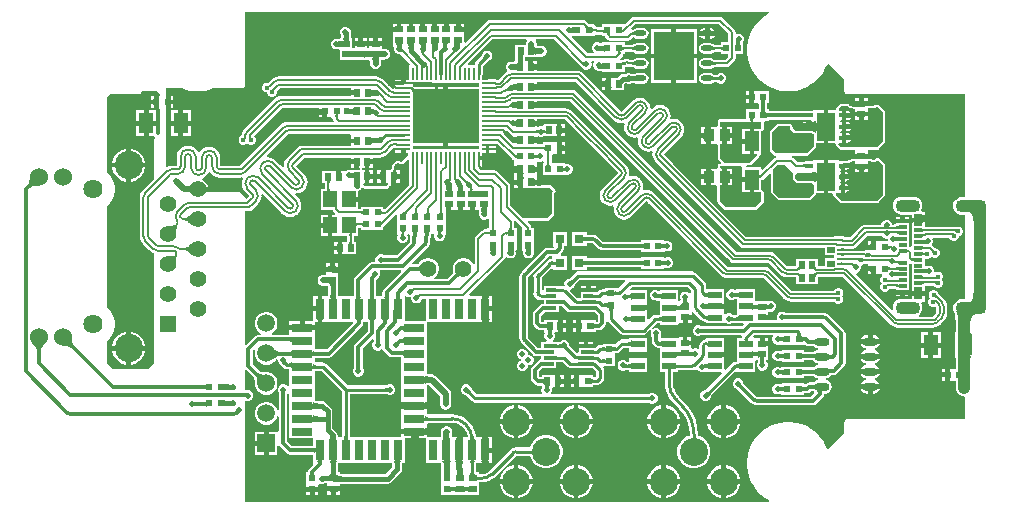
<source format=gtl>
G04*
G04 #@! TF.GenerationSoftware,Altium Limited,Altium Designer,24.4.1 (13)*
G04*
G04 Layer_Physical_Order=1*
G04 Layer_Color=255*
%FSLAX44Y44*%
%MOMM*%
G71*
G04*
G04 #@! TF.SameCoordinates,ACC96D32-63CC-4302-8C89-0BD74F9CC5ED*
G04*
G04*
G04 #@! TF.FilePolarity,Positive*
G04*
G01*
G75*
%ADD10C,0.2500*%
%ADD13C,0.2000*%
%ADD15C,0.3000*%
%ADD18R,0.7000X0.3000*%
%ADD19R,0.7000X1.0000*%
%ADD20R,0.8000X1.8000*%
%ADD21R,1.8000X0.7000*%
%ADD22R,1.8000X0.8000*%
%ADD23R,0.8500X0.3000*%
%ADD24R,1.1000X0.2000*%
%ADD25R,0.2000X1.1000*%
%ADD26R,1.3000X1.8000*%
%ADD27R,0.6000X0.5000*%
%ADD28R,0.6000X0.6400*%
%ADD29R,0.5000X0.6000*%
G04:AMPARAMS|DCode=30|XSize=1.05mm|YSize=0.45mm|CornerRadius=0.225mm|HoleSize=0mm|Usage=FLASHONLY|Rotation=180.000|XOffset=0mm|YOffset=0mm|HoleType=Round|Shape=RoundedRectangle|*
%AMROUNDEDRECTD30*
21,1,1.0500,0.0000,0,0,180.0*
21,1,0.6000,0.4500,0,0,180.0*
1,1,0.4500,-0.3000,0.0000*
1,1,0.4500,0.3000,0.0000*
1,1,0.4500,0.3000,0.0000*
1,1,0.4500,-0.3000,0.0000*
%
%ADD30ROUNDEDRECTD30*%
%ADD31R,3.5000X4.1000*%
%ADD32R,0.6400X0.6000*%
%ADD33R,0.8000X0.8000*%
%ADD34R,1.1500X0.6000*%
%ADD35R,0.4000X0.2500*%
%ADD36R,0.6500X0.5000*%
%ADD37R,0.5000X0.2500*%
%ADD38R,1.6500X2.4000*%
%ADD39O,0.9000X0.4000*%
%ADD40R,0.9000X1.0000*%
%ADD41R,1.2000X1.4000*%
%ADD42O,1.2700X0.7600*%
%ADD43O,0.7000X0.4000*%
%ADD44R,1.2000X1.7500*%
%ADD56C,1.5000*%
%ADD82C,0.2861*%
%ADD83C,0.2000*%
%ADD84C,0.2030*%
%ADD85C,0.4000*%
%ADD86R,5.6000X4.6000*%
%ADD87C,1.4000*%
%ADD88C,0.5000*%
%ADD89C,1.0000*%
%ADD90C,0.7000*%
%ADD91O,2.6000X1.1000*%
%ADD92O,2.1000X1.1000*%
%ADD93C,2.3850*%
%ADD94R,1.5000X1.5000*%
%ADD95C,1.6250*%
%ADD96C,2.4000*%
%ADD97C,1.5300*%
%ADD98R,1.4000X1.4000*%
%ADD99C,0.5000*%
%ADD100C,0.6000*%
%ADD101C,0.4200*%
%ADD102C,0.7000*%
G36*
X879391Y806000D02*
X880141Y805362D01*
X880472Y805129D01*
X880774Y804954D01*
X881047Y804836D01*
X881290Y804776D01*
X881504Y804773D01*
X881688Y804827D01*
X881843Y804939D01*
X879003Y802099D01*
X879115Y802254D01*
X879169Y802438D01*
X879166Y802652D01*
X879106Y802895D01*
X878988Y803168D01*
X878812Y803469D01*
X878579Y803800D01*
X878289Y804161D01*
X877537Y804969D01*
X878972Y806405D01*
X879391Y806000D01*
D02*
G37*
G36*
X883902Y803852D02*
X883963Y803680D01*
X884066Y803527D01*
X884211Y803395D01*
X884396Y803284D01*
X884623Y803192D01*
X884891Y803121D01*
X885200Y803071D01*
X885550Y803040D01*
X885941Y803030D01*
Y801000D01*
X885550Y800990D01*
X885200Y800959D01*
X884891Y800909D01*
X884623Y800838D01*
X884396Y800746D01*
X884211Y800635D01*
X884066Y800503D01*
X883963Y800350D01*
X883902Y800178D01*
X883881Y799985D01*
Y804045D01*
X883902Y803852D01*
D02*
G37*
G36*
X908896Y802432D02*
X908943Y802345D01*
X909021Y802268D01*
X909131Y802200D01*
X909271Y802144D01*
X909443Y802097D01*
X909646Y802061D01*
X909880Y802036D01*
X910442Y802015D01*
Y799985D01*
X910145Y799980D01*
X909646Y799939D01*
X909443Y799902D01*
X909271Y799856D01*
X909131Y799799D01*
X909021Y799732D01*
X908943Y799655D01*
X908896Y799567D01*
X908881Y799469D01*
Y802530D01*
X908896Y802432D01*
D02*
G37*
G36*
X893972Y799030D02*
X893952Y799212D01*
X893891Y799374D01*
X893790Y799517D01*
X893648Y799641D01*
X893465Y799746D01*
X893242Y799832D01*
X892978Y799899D01*
X892673Y799947D01*
X892328Y799975D01*
X891942Y799985D01*
Y802015D01*
X892332Y802025D01*
X892682Y802056D01*
X892990Y802106D01*
X893257Y802177D01*
X893484Y802269D01*
X893669Y802380D01*
X893814Y802512D01*
X893918Y802664D01*
X893981Y802837D01*
X894003Y803030D01*
X893972Y799030D01*
D02*
G37*
G36*
X868972D02*
X868932Y799215D01*
X868812Y799380D01*
X868612Y799525D01*
X868332Y799651D01*
X867972Y799758D01*
X867532Y799845D01*
X867012Y799913D01*
X865732Y799990D01*
X864972Y800000D01*
Y804000D01*
X865732Y804010D01*
X867532Y804155D01*
X867972Y804242D01*
X868332Y804349D01*
X868612Y804475D01*
X868812Y804620D01*
X868932Y804785D01*
X868972Y804969D01*
Y799030D01*
D02*
G37*
G36*
X898911D02*
X898917Y799015D01*
X898922Y798970D01*
X898927Y798894D01*
X898942Y797515D01*
X896912D01*
X896907Y797808D01*
X896867Y798301D01*
X896832Y798501D01*
X896787Y798671D01*
X896732Y798811D01*
X896667Y798919D01*
X896591Y798997D01*
X896506Y799044D01*
X896411Y799061D01*
X898911Y799030D01*
D02*
G37*
G36*
X920134Y797330D02*
X920107Y797464D01*
X920028Y797584D01*
X919896Y797690D01*
X919711Y797781D01*
X919473Y797859D01*
X919183Y797922D01*
X918839Y797972D01*
X918443Y798007D01*
X917492Y798035D01*
Y800065D01*
X917994Y800072D01*
X918839Y800128D01*
X919183Y800178D01*
X919473Y800241D01*
X919711Y800319D01*
X919896Y800410D01*
X920028Y800516D01*
X920107Y800636D01*
X920134Y800770D01*
Y797330D01*
D02*
G37*
G36*
X1034007Y816181D02*
X1030513Y814164D01*
X1026873Y811370D01*
X1023629Y808126D01*
X1020836Y804486D01*
X1018542Y800513D01*
X1016786Y796274D01*
X1015599Y791843D01*
X1015000Y787294D01*
Y785000D01*
X1015000Y782706D01*
X1015598Y778157D01*
X1016786Y773725D01*
X1018541Y769486D01*
X1020835Y765513D01*
X1023628Y761873D01*
X1026873Y758629D01*
X1030513Y755836D01*
X1034486Y753542D01*
X1038725Y751786D01*
X1043157Y750599D01*
X1047706Y750000D01*
X1050000Y750000D01*
X1052294Y750000D01*
X1056842Y750598D01*
X1061274Y751786D01*
X1065513Y753541D01*
X1069487Y755835D01*
X1073127Y758629D01*
X1076371Y761873D01*
X1079164Y765513D01*
X1081458Y769486D01*
X1082706Y772498D01*
X1084204Y772796D01*
X1097451Y759549D01*
Y750000D01*
X1097645Y749025D01*
X1098198Y748198D01*
X1099025Y747645D01*
X1100000Y747451D01*
X1200000D01*
Y660565D01*
X1197100D01*
X1195142Y660307D01*
X1193318Y659551D01*
X1191751Y658349D01*
X1190549Y656782D01*
X1189793Y654958D01*
X1189535Y653000D01*
X1189793Y651042D01*
X1190549Y649218D01*
X1191751Y647651D01*
X1193318Y646449D01*
X1195142Y645693D01*
X1197100Y645435D01*
X1200000D01*
Y574165D01*
X1197100D01*
X1195142Y573907D01*
X1193318Y573151D01*
X1191751Y571949D01*
X1190549Y570382D01*
X1189793Y568558D01*
X1189535Y566600D01*
X1189793Y564642D01*
X1190549Y562818D01*
X1190597Y562755D01*
X1190830Y562381D01*
X1191012Y561961D01*
X1191208Y561334D01*
X1191395Y560515D01*
X1191553Y559571D01*
X1191940Y553920D01*
Y549632D01*
X1191923Y548545D01*
X1191812Y546675D01*
X1191738Y546011D01*
X1191736Y546000D01*
X1191000D01*
Y544061D01*
X1190992Y544027D01*
X1190997Y543998D01*
X1190991Y543969D01*
X1191000Y543926D01*
Y526070D01*
X1190991Y526025D01*
X1191000Y525982D01*
Y525898D01*
X1190997Y525875D01*
X1191000Y525865D01*
Y524000D01*
X1191750D01*
X1191940Y521243D01*
Y520000D01*
X1192071Y519000D01*
X1191940Y518000D01*
Y515898D01*
X1191129Y515088D01*
X1190670Y515000D01*
X1189500D01*
X1189230Y515000D01*
X1187000D01*
Y510000D01*
Y505000D01*
X1189230D01*
X1189500Y505000D01*
X1190500D01*
X1190670Y505000D01*
X1191940Y504758D01*
Y499000D01*
X1192180Y497173D01*
X1192886Y495470D01*
X1194007Y494007D01*
X1195470Y492886D01*
X1197173Y492180D01*
X1199000Y491940D01*
X1199045Y491945D01*
X1200000Y491108D01*
Y472549D01*
X1100000D01*
X1099025Y472355D01*
X1098198Y471802D01*
X1097645Y470975D01*
X1097451Y470000D01*
Y460451D01*
X1084203Y447203D01*
X1082705Y447501D01*
X1081458Y450513D01*
X1079164Y454487D01*
X1076371Y458127D01*
X1073126Y461371D01*
X1069486Y464164D01*
X1065513Y466458D01*
X1061274Y468214D01*
X1056842Y469401D01*
X1052293Y470000D01*
X1049999Y470000D01*
X1047705D01*
X1043157Y469401D01*
X1038725Y468213D01*
X1034486Y466458D01*
X1030513Y464164D01*
X1026873Y461371D01*
X1023629Y458126D01*
X1020836Y454486D01*
X1018542Y450513D01*
X1016786Y446274D01*
X1015599Y441843D01*
X1015000Y437294D01*
Y435000D01*
X1015000Y432706D01*
X1015598Y428157D01*
X1016786Y423725D01*
X1018541Y419486D01*
X1020835Y415513D01*
X1023628Y411873D01*
X1026873Y408629D01*
X1030513Y405836D01*
X1034006Y403819D01*
X1033666Y402549D01*
X590000Y402549D01*
Y487522D01*
X591056Y488227D01*
X591605Y488000D01*
X593395D01*
X595049Y488685D01*
X596315Y489951D01*
X597000Y491605D01*
Y493395D01*
X596315Y495049D01*
X595049Y496315D01*
X593395Y497000D01*
X591605D01*
X591270Y496861D01*
X590132Y497552D01*
X590000Y497812D01*
Y513757D01*
X591270Y514283D01*
X597336Y508217D01*
X597525Y507938D01*
X597722Y507567D01*
X597906Y507115D01*
X598071Y506581D01*
X598213Y505964D01*
X598321Y505291D01*
X598452Y503604D01*
X598461Y502655D01*
X598500Y502470D01*
Y501549D01*
X599147Y499133D01*
X600398Y496967D01*
X602167Y495198D01*
X604333Y493947D01*
X606749Y493300D01*
X609251D01*
X611667Y493947D01*
X613833Y495198D01*
X615602Y496967D01*
X616853Y499133D01*
X617500Y501549D01*
Y504051D01*
X616853Y506467D01*
X615602Y508633D01*
X613833Y510402D01*
X611667Y511653D01*
X609251Y512300D01*
X606749D01*
X606334Y512189D01*
X606091Y512196D01*
X605335Y512275D01*
X604636Y512387D01*
X604019Y512529D01*
X603485Y512694D01*
X603033Y512878D01*
X602662Y513074D01*
X602383Y513264D01*
X596568Y519078D01*
Y530522D01*
X597803Y531756D01*
X598942Y531099D01*
X598500Y529451D01*
Y526949D01*
X599147Y524533D01*
X600398Y522367D01*
X602167Y520598D01*
X604333Y519347D01*
X606749Y518700D01*
X609251D01*
X611667Y519347D01*
X613833Y520598D01*
X614078Y520843D01*
X614078Y520843D01*
X614105Y520860D01*
X614136Y520866D01*
X614442Y521070D01*
X614753Y521264D01*
X616135Y522564D01*
X616725Y523043D01*
X616730Y523047D01*
X618000Y522397D01*
Y521605D01*
X618685Y519951D01*
X619951Y518685D01*
X619969Y518678D01*
X620436Y517978D01*
X622772Y515642D01*
X623907Y514884D01*
X625245Y514618D01*
X627285D01*
X627453Y514603D01*
X627500Y514595D01*
Y500507D01*
X626633Y500172D01*
X626230Y500134D01*
X625049Y501315D01*
X623395Y502000D01*
X621605D01*
X619951Y501315D01*
X618685Y500049D01*
X618000Y498395D01*
Y496605D01*
X618409Y495618D01*
X618431Y495110D01*
Y480082D01*
X617161Y479914D01*
X616853Y481067D01*
X615602Y483233D01*
X613833Y485002D01*
X611667Y486253D01*
X609251Y486900D01*
X606749D01*
X604333Y486253D01*
X602167Y485002D01*
X600398Y483233D01*
X599147Y481067D01*
X598500Y478651D01*
Y476149D01*
X599147Y473733D01*
X600398Y471567D01*
X602167Y469798D01*
X604333Y468547D01*
X606749Y467900D01*
X609251D01*
X611667Y468547D01*
X613833Y469798D01*
X615602Y471567D01*
X616853Y473733D01*
X617161Y474886D01*
X618431Y474718D01*
Y462318D01*
X617500Y461500D01*
X617161Y461500D01*
X610000D01*
Y452000D01*
Y442500D01*
X617500D01*
Y449748D01*
X617703Y449885D01*
X619428Y449550D01*
X619477Y449477D01*
X625477Y443477D01*
X626634Y442703D01*
X628000Y442431D01*
X647173D01*
X647353Y442416D01*
X647500Y442391D01*
Y435000D01*
X647500D01*
X647926Y433972D01*
X643908Y429955D01*
X643135Y428798D01*
X642877Y427500D01*
X642000D01*
Y418770D01*
X642000Y418500D01*
Y417500D01*
X642000Y417230D01*
Y415000D01*
X647000D01*
Y413000D01*
D01*
Y415000D01*
X652000D01*
Y416997D01*
X653097Y417917D01*
X654105Y417500D01*
X655895D01*
X657549Y418185D01*
X657686Y418322D01*
X659015D01*
X659677Y418282D01*
X659800Y418265D01*
Y415600D01*
X661302D01*
X661350Y415629D01*
X661560Y415820D01*
X661711Y416040D01*
X661801Y416290D01*
X661831Y416570D01*
Y415600D01*
X665000D01*
X670200D01*
Y417878D01*
X670923Y417922D01*
X711000D01*
X711000Y417922D01*
X712561Y418232D01*
X713884Y419116D01*
X721884Y427116D01*
X722768Y428439D01*
X723078Y430000D01*
Y433924D01*
X723104Y434223D01*
X723176Y434652D01*
X723257Y434956D01*
X723275Y435000D01*
X725500D01*
Y456500D01*
X731167D01*
X731100Y456750D01*
X730875Y457303D01*
X730600Y457756D01*
X730275Y458108D01*
X729900Y458360D01*
X729475Y458511D01*
X729000Y458561D01*
X731500D01*
Y460000D01*
X722500D01*
Y457000D01*
X679019D01*
X679012Y457044D01*
X678997Y457212D01*
Y494002D01*
X709573D01*
X709639Y493997D01*
X709951Y493685D01*
X711605Y493000D01*
X713395D01*
X715049Y493685D01*
X716315Y494951D01*
X717000Y496605D01*
Y498395D01*
X716315Y500049D01*
X715049Y501315D01*
X713395Y502000D01*
X711605D01*
X709951Y501315D01*
X709642Y501006D01*
X709521Y500998D01*
X676949D01*
X658473Y519473D01*
X657338Y520231D01*
X656000Y520498D01*
X649713D01*
X649544Y520512D01*
X649500Y520519D01*
Y524393D01*
X649633Y524415D01*
X649818Y524431D01*
X661000D01*
X662366Y524703D01*
X663523Y525477D01*
X689023Y550977D01*
X689797Y552134D01*
X690069Y553500D01*
Y554682D01*
X690085Y554866D01*
X690107Y555000D01*
X693893D01*
X693915Y554866D01*
X693931Y554682D01*
Y546478D01*
X683477Y536023D01*
X682703Y534866D01*
X682431Y533500D01*
Y515795D01*
X682185Y515549D01*
X681500Y513895D01*
Y512105D01*
X682185Y510451D01*
X683451Y509185D01*
X685105Y508500D01*
X686895D01*
X688549Y509185D01*
X689815Y510451D01*
X690500Y512105D01*
Y513895D01*
X689815Y515549D01*
X689576Y515788D01*
X689568Y515893D01*
Y532022D01*
X697758Y540211D01*
X698931Y539725D01*
Y537795D01*
X698685Y537549D01*
X698000Y535895D01*
Y534105D01*
X698685Y532451D01*
X699951Y531185D01*
X701605Y530500D01*
X703395D01*
X705049Y531185D01*
X705340Y531476D01*
X706686Y531139D01*
X706740Y531080D01*
X707477Y529977D01*
X711734Y525719D01*
X712892Y524946D01*
X714257Y524674D01*
X722182D01*
X722366Y524658D01*
X722500Y524636D01*
Y511000D01*
Y500000D01*
Y489000D01*
Y486699D01*
X722730Y486735D01*
X723280Y486867D01*
X723730Y487029D01*
X724080Y487220D01*
X724331Y487440D01*
X724480Y487690D01*
X724530Y487970D01*
Y486000D01*
X733500D01*
X742469D01*
Y487970D01*
X742520Y487690D01*
X742670Y487440D01*
X742919Y487220D01*
X743270Y487029D01*
X743719Y486867D01*
X744269Y486735D01*
X744500Y486699D01*
Y489000D01*
Y501223D01*
X744668Y501263D01*
X745154Y501340D01*
X746101Y501410D01*
X755412Y492099D01*
Y485000D01*
X755500Y484557D01*
Y484105D01*
X755673Y483687D01*
X755761Y483244D01*
X756012Y482868D01*
X756185Y482451D01*
X756505Y482131D01*
X756756Y481756D01*
X757132Y481505D01*
X757451Y481185D01*
X757868Y481012D01*
X758244Y480761D01*
X758687Y480673D01*
X759105Y480500D01*
X759557D01*
X760000Y480412D01*
X760443Y480500D01*
X760895D01*
X761313Y480673D01*
X761756Y480761D01*
X762132Y481012D01*
X762549Y481185D01*
X762869Y481505D01*
X763244Y481756D01*
X763495Y482131D01*
X763815Y482451D01*
X763988Y482868D01*
X764239Y483244D01*
X764327Y483687D01*
X764500Y484105D01*
Y484557D01*
X764588Y485000D01*
Y494000D01*
X764239Y495756D01*
X763244Y497244D01*
X751244Y509244D01*
X749756Y510239D01*
X748000Y510588D01*
X746003D01*
X745802Y510595D01*
X745179Y510656D01*
X744668Y510737D01*
X744500Y510777D01*
Y522000D01*
Y533000D01*
Y544500D01*
Y555000D01*
X790801D01*
X790765Y555230D01*
X790633Y555780D01*
X790471Y556231D01*
X790280Y556581D01*
X790060Y556830D01*
X789810Y556981D01*
X789530Y557030D01*
X791500D01*
Y566000D01*
Y574969D01*
X789530D01*
X789810Y575019D01*
X790060Y575169D01*
X790280Y575420D01*
X790471Y575770D01*
X790633Y576219D01*
X790765Y576769D01*
X790801Y577000D01*
X780485D01*
X779999Y578173D01*
X809663Y607837D01*
X809663Y607837D01*
X810326Y608829D01*
X810381Y609108D01*
X811759Y609526D01*
X812100Y609185D01*
X813754Y608500D01*
X815544D01*
X817198Y609185D01*
X818464Y610451D01*
X819149Y612105D01*
Y613895D01*
X819078Y614066D01*
Y614715D01*
X819118Y615377D01*
X819135Y615500D01*
X820000D01*
Y617487D01*
X820009Y617531D01*
X820000Y617574D01*
Y624500D01*
X820000D01*
Y625500D01*
X820000D01*
Y634500D01*
X818059D01*
Y639558D01*
X818059Y639558D01*
X817994Y639884D01*
X819164Y640510D01*
X824259Y635415D01*
X825000Y634500D01*
X825000D01*
X825000Y634500D01*
Y625770D01*
X825000Y625500D01*
Y624500D01*
X825000Y624230D01*
Y617574D01*
X824991Y617531D01*
X825000Y617487D01*
Y615500D01*
X825000D01*
X825639Y614230D01*
X825500Y613895D01*
Y612105D01*
X826185Y610451D01*
X827451Y609185D01*
X829105Y608500D01*
X830895D01*
X832549Y609185D01*
X833815Y610451D01*
X834500Y612105D01*
Y613895D01*
X834361Y614230D01*
X835000Y615500D01*
X835000D01*
Y617487D01*
X835009Y617531D01*
X835000Y617574D01*
Y624230D01*
X835000Y624500D01*
Y625500D01*
X835000Y625770D01*
Y634500D01*
X832696D01*
X832497Y635499D01*
X831834Y636491D01*
X831834Y636491D01*
X829038Y639287D01*
X829524Y640461D01*
X846000D01*
X846780Y640616D01*
X847442Y641058D01*
X847442Y641058D01*
X851442Y645058D01*
X851884Y645720D01*
X852039Y646500D01*
Y663655D01*
X852442Y664058D01*
X852884Y664720D01*
X853039Y665500D01*
X852884Y666280D01*
X852442Y666942D01*
X852442Y666942D01*
X849442Y669942D01*
X848780Y670384D01*
X848000Y670539D01*
X841760D01*
X840979Y670384D01*
X840147Y670039D01*
X838927D01*
X838748Y670075D01*
X838496Y670161D01*
X838361Y670152D01*
X838228Y670178D01*
X837457Y670594D01*
X837111Y670911D01*
X836888Y670895D01*
X836368Y670813D01*
X835928Y670708D01*
X835568Y670579D01*
X835288Y670427D01*
X835088Y670251D01*
X834968Y670053D01*
X834928Y669830D01*
Y671000D01*
X831958D01*
Y675000D01*
X834928D01*
Y676170D01*
X834968Y675947D01*
X835088Y675749D01*
X835288Y675573D01*
X835568Y675421D01*
X835928Y675292D01*
X836368Y675187D01*
X836888Y675105D01*
X836958Y675098D01*
Y677530D01*
X836958Y678200D01*
X836958D01*
Y678800D01*
X836958D01*
Y681900D01*
X836888Y681895D01*
X836368Y681813D01*
X835928Y681708D01*
X835568Y681579D01*
X835288Y681427D01*
X835088Y681252D01*
X834968Y681053D01*
X834928Y680831D01*
Y682000D01*
X831958D01*
Y686000D01*
X834928D01*
Y687169D01*
X834968Y686947D01*
X835088Y686749D01*
X835288Y686573D01*
X835568Y686421D01*
X835928Y686292D01*
X836368Y686187D01*
X836888Y686105D01*
X836958Y686098D01*
Y689200D01*
X836958D01*
X837058Y690000D01*
X838328Y690822D01*
X839105Y690500D01*
X840895D01*
X842229Y691053D01*
X843499Y690476D01*
Y689000D01*
X842058D01*
Y679000D01*
X850788D01*
X851058Y679000D01*
X852058D01*
X852328Y679000D01*
X861058D01*
Y679000D01*
X861921Y679576D01*
X862105Y679500D01*
X863895D01*
X865549Y680185D01*
X866815Y681451D01*
X867500Y683105D01*
Y684895D01*
X866815Y686549D01*
X865549Y687815D01*
X863895Y688500D01*
X862105D01*
X861921Y688424D01*
X861058Y689000D01*
Y689000D01*
X852328D01*
X852058Y689000D01*
X851058D01*
X850887Y689000D01*
X849617Y689239D01*
Y696102D01*
X850429Y696914D01*
X850887Y697000D01*
X852058D01*
X852328Y697000D01*
X854558D01*
Y702000D01*
Y707000D01*
X852328D01*
X852058Y707000D01*
X851058D01*
X850788Y707000D01*
X842058D01*
Y705059D01*
X836958D01*
Y706900D01*
X836888Y706895D01*
X836368Y706813D01*
X835928Y706708D01*
X835568Y706579D01*
X835288Y706427D01*
X835088Y706252D01*
X834968Y706053D01*
X834928Y705831D01*
Y707000D01*
X831958D01*
Y711000D01*
X834928D01*
Y712169D01*
X834968Y711947D01*
X835088Y711749D01*
X835288Y711573D01*
X835568Y711421D01*
X835928Y711292D01*
X836368Y711187D01*
X836888Y711105D01*
X836958Y711098D01*
Y711440D01*
X837412Y711762D01*
X838228Y712094D01*
X839663Y711500D01*
X841453D01*
X842177Y711800D01*
X853958D01*
Y717000D01*
Y722200D01*
X842158D01*
Y720971D01*
X841453Y720500D01*
X839663D01*
X838228Y719906D01*
X837412Y720238D01*
X836958Y720560D01*
Y720900D01*
X836888Y720895D01*
X836368Y720813D01*
X835928Y720708D01*
X835568Y720579D01*
X835288Y720427D01*
X835088Y720251D01*
X834968Y720053D01*
X834928Y719830D01*
Y721000D01*
X831958D01*
Y725000D01*
X834928D01*
Y726170D01*
X834968Y725947D01*
X835088Y725749D01*
X835288Y725573D01*
X835568Y725421D01*
X835928Y725292D01*
X836368Y725187D01*
X836888Y725105D01*
X836958Y725098D01*
Y726316D01*
X859854D01*
X860762Y726316D01*
X873468Y713610D01*
X873468Y713610D01*
X891539Y695539D01*
X899539Y687539D01*
X899539Y687539D01*
X899539Y687539D01*
X905953Y681125D01*
X893890Y669062D01*
X892980Y668175D01*
X892980Y668175D01*
X891578Y666348D01*
X890696Y664219D01*
X890395Y661935D01*
X890696Y659651D01*
X891578Y657522D01*
X892980Y655694D01*
X892980D01*
X894808Y654292D01*
X896937Y653410D01*
X899221Y653109D01*
X901335Y653388D01*
X901890Y652937D01*
X902341Y652382D01*
X902063Y650268D01*
X902363Y647983D01*
X903245Y645855D01*
X904647Y644027D01*
X904647D01*
X906475Y642625D01*
X908604Y641743D01*
X910888Y641442D01*
X913172Y641743D01*
X915301Y642625D01*
X916169Y643291D01*
X917129Y644027D01*
X917152Y644035D01*
X917161Y644050D01*
X917161Y644050D01*
X917161Y644063D01*
X918023Y644945D01*
X930078Y657000D01*
X931539Y655539D01*
X931539Y655539D01*
X931539Y655539D01*
X991842Y595236D01*
X992731Y594338D01*
X992731Y594338D01*
X992731Y594338D01*
X994418Y593044D01*
X996425Y592212D01*
X998578Y591929D01*
Y591941D01*
X1028229D01*
X1029137Y591941D01*
X1045808Y575270D01*
X1046697Y574364D01*
X1046698Y574364D01*
X1048418Y573044D01*
X1050425Y572212D01*
X1052578Y571929D01*
Y571941D01*
X1087846D01*
X1087846Y571941D01*
X1088223Y572016D01*
X1088842D01*
X1089024Y571577D01*
X1090178Y570424D01*
X1091684Y569800D01*
X1093316D01*
X1094822Y570424D01*
X1095976Y571577D01*
X1096600Y573084D01*
Y574715D01*
X1095976Y576222D01*
X1095498Y576700D01*
X1095976Y577178D01*
X1096600Y578684D01*
Y580316D01*
X1095976Y581822D01*
X1094822Y582976D01*
X1093316Y583600D01*
X1091684D01*
X1090178Y582976D01*
X1089024Y581822D01*
X1088842Y581384D01*
X1086575D01*
X1086575Y581384D01*
X1086198Y581309D01*
X1053017D01*
X1036348Y597977D01*
X1035459Y598884D01*
X1035459Y598884D01*
X1033736Y600206D01*
X1031729Y601038D01*
X1029576Y601321D01*
X1029575Y601309D01*
X999017D01*
X938163Y662163D01*
X938163Y662163D01*
X936307Y664019D01*
Y664019D01*
X936319Y664031D01*
X935831Y664495D01*
X934925Y665100D01*
X934491Y665433D01*
X932362Y666315D01*
X930078Y666616D01*
X928051Y666349D01*
X927391Y666932D01*
X927088Y667397D01*
X927377Y669599D01*
X927077Y671883D01*
X926195Y674012D01*
X925862Y674446D01*
X925257Y675352D01*
X925241Y675368D01*
X924801Y675828D01*
X924792Y675839D01*
X924781Y675848D01*
X924321Y676288D01*
X924305Y676304D01*
X923399Y676909D01*
X922965Y677242D01*
X920836Y678124D01*
X918552Y678424D01*
X916350Y678135D01*
X915885Y678438D01*
X915302Y679098D01*
X915569Y681125D01*
X915268Y683409D01*
X914387Y685537D01*
X914053Y685972D01*
X913448Y686878D01*
X912984Y687365D01*
X912074Y688251D01*
X906163Y694163D01*
X906163Y694163D01*
X867955Y732371D01*
X867067Y733273D01*
X867067Y733273D01*
X867066Y733273D01*
X865361Y734581D01*
X863354Y735413D01*
X861200Y735696D01*
Y735684D01*
X837058D01*
Y736500D01*
X836402D01*
X836026Y736378D01*
X835667Y736213D01*
X835387Y736026D01*
X835187Y735816D01*
X835068Y735584D01*
X835028Y735331D01*
Y736500D01*
X832058D01*
Y740500D01*
X835028D01*
Y741669D01*
X835068Y741480D01*
X835187Y741315D01*
X835387Y741175D01*
X835667Y741059D01*
X836026Y740967D01*
X836466Y740900D01*
X836985Y740857D01*
X837058Y740856D01*
Y741691D01*
X865387D01*
X999587Y607491D01*
X999587Y607491D01*
X1001491Y605587D01*
X1001491Y605587D01*
X1002483Y604924D01*
X1003654Y604691D01*
X1033387D01*
X1042089Y595989D01*
X1042977Y595091D01*
Y595091D01*
X1044668Y593794D01*
X1046675Y592962D01*
X1048828Y592679D01*
X1048829Y592679D01*
X1050094Y592691D01*
X1056600D01*
Y586800D01*
X1075400D01*
Y592816D01*
X1088000D01*
Y592750D01*
X1096578D01*
X1136085Y553243D01*
X1136974Y552343D01*
X1136974Y552343D01*
X1136974Y552343D01*
X1138668Y551044D01*
X1140675Y550212D01*
X1142828Y549929D01*
Y549941D01*
X1172465D01*
Y549929D01*
X1174618Y550212D01*
X1176625Y551044D01*
X1178331Y552352D01*
X1178331Y552352D01*
Y552352D01*
X1179218Y553253D01*
X1181253Y555288D01*
X1182153Y556176D01*
X1182153D01*
X1183456Y557875D01*
X1184288Y559882D01*
X1184571Y562035D01*
X1184559D01*
Y568172D01*
X1184571D01*
X1184288Y570325D01*
X1183456Y572332D01*
X1182134Y574055D01*
X1182134Y574055D01*
X1181227Y574945D01*
X1178509Y577663D01*
X1177517Y578326D01*
X1177240Y578381D01*
X1177161Y578460D01*
X1177084Y578555D01*
X1176476Y580022D01*
X1175322Y581176D01*
X1173816Y581800D01*
X1172184D01*
X1170677Y581176D01*
X1169524Y580022D01*
X1168900Y578516D01*
Y576884D01*
X1169524Y575378D01*
X1170004Y574898D01*
X1169202Y574096D01*
X1168577Y572589D01*
Y570958D01*
X1169202Y569451D01*
X1170355Y568298D01*
X1171862Y567673D01*
X1173493D01*
X1173980Y567875D01*
X1175191Y567002D01*
Y562474D01*
X1172026Y559309D01*
X1160743D01*
X1160312Y560579D01*
X1161449Y561451D01*
X1162651Y563018D01*
X1163407Y564842D01*
X1163665Y566800D01*
X1163407Y568758D01*
X1162651Y570582D01*
X1162437Y570861D01*
X1162999Y572000D01*
X1165500D01*
Y577000D01*
X1160000D01*
X1154500D01*
Y574365D01*
X1146100D01*
X1144142Y574107D01*
X1142318Y573351D01*
X1140751Y572149D01*
X1139549Y570582D01*
X1138793Y568758D01*
X1138535Y566800D01*
X1138681Y565690D01*
X1137478Y565097D01*
X1107346Y595230D01*
X1107872Y596500D01*
X1107895D01*
X1109549Y597185D01*
X1110815Y598451D01*
X1111500Y600105D01*
Y601895D01*
X1112458Y602900D01*
X1112816D01*
X1114323Y603524D01*
X1114740Y603941D01*
X1117500D01*
Y602000D01*
X1122000D01*
Y600000D01*
X1124000D01*
Y597030D01*
X1124470D01*
X1124380Y597000D01*
X1124300Y596909D01*
X1124230Y596758D01*
X1124169Y596546D01*
X1124117Y596273D01*
X1124075Y595939D01*
X1124019Y595091D01*
X1124017Y595000D01*
X1126500D01*
Y595000D01*
X1127500D01*
Y595000D01*
X1129427D01*
X1129679Y593730D01*
X1129669Y593726D01*
X1128516Y592572D01*
X1127892Y591065D01*
Y589434D01*
X1128516Y587928D01*
X1129011Y587432D01*
X1128516Y586937D01*
X1127892Y585430D01*
Y583799D01*
X1128516Y582292D01*
X1129669Y581139D01*
X1131176Y580514D01*
X1132807D01*
X1134314Y581139D01*
X1135468Y582292D01*
X1135657Y582748D01*
X1138438D01*
X1138438Y582748D01*
X1138778Y582816D01*
X1140874D01*
X1141087Y582674D01*
X1141500Y582592D01*
Y581499D01*
X1147000D01*
X1152500D01*
Y581500D01*
Y591500D01*
Y603437D01*
X1153643Y604175D01*
X1154500Y603703D01*
Y594000D01*
Y584000D01*
Y581000D01*
X1160000D01*
X1165500D01*
Y585441D01*
X1173227Y585441D01*
X1173274Y585327D01*
X1174427Y584174D01*
X1175934Y583550D01*
X1177566D01*
X1179072Y584174D01*
X1180226Y585327D01*
X1180850Y586834D01*
Y588465D01*
X1180226Y589972D01*
X1179748Y590450D01*
X1180226Y590928D01*
X1180850Y592434D01*
Y594066D01*
X1180226Y595572D01*
X1179072Y596726D01*
X1177566Y597350D01*
X1175934D01*
X1174673Y596828D01*
X1174606Y596843D01*
X1173858Y597258D01*
X1173500Y597594D01*
Y598895D01*
X1172815Y600549D01*
X1171549Y601815D01*
X1169895Y602500D01*
X1168105D01*
X1166770Y601947D01*
X1165814Y602381D01*
X1165500Y602660D01*
Y607851D01*
X1166556Y608557D01*
X1166934Y608400D01*
X1168566D01*
X1170072Y609024D01*
X1171125Y610077D01*
X1171677Y609524D01*
X1173184Y608900D01*
X1174816D01*
X1176322Y609524D01*
X1177476Y610677D01*
X1178100Y612184D01*
Y613815D01*
X1177476Y615322D01*
X1176322Y616476D01*
X1174816Y617100D01*
X1174650D01*
X1174642Y617105D01*
X1174594Y617142D01*
X1174558Y617173D01*
X1172067Y619663D01*
X1171880Y619788D01*
X1171815Y620451D01*
X1172500Y622105D01*
Y623895D01*
X1172075Y624921D01*
X1172832Y626191D01*
X1186117D01*
X1186644Y624919D01*
X1187797Y623765D01*
X1189304Y623141D01*
X1190935D01*
X1192442Y623765D01*
X1193596Y624919D01*
X1194220Y626426D01*
Y627287D01*
X1194700D01*
X1196207Y627911D01*
X1197360Y629065D01*
X1197984Y630572D01*
Y632203D01*
X1197360Y633710D01*
X1196207Y634863D01*
X1194700Y635487D01*
X1193069D01*
X1193001Y635459D01*
X1192500Y635559D01*
X1165600D01*
Y639000D01*
X1164115D01*
X1164050Y638960D01*
X1163839Y638765D01*
X1163689Y638540D01*
X1163599Y638285D01*
X1163569Y638000D01*
Y639000D01*
X1160100D01*
X1154600D01*
Y636000D01*
X1154500D01*
Y629000D01*
Y618783D01*
X1153286Y618081D01*
X1152500Y618496D01*
Y631500D01*
Y638501D01*
X1152215D01*
Y638250D01*
X1152153Y638298D01*
X1152068Y638340D01*
X1151957Y638377D01*
X1151823Y638410D01*
X1151664Y638438D01*
X1151272Y638478D01*
X1150782Y638498D01*
X1150500Y638500D01*
Y638501D01*
X1147000D01*
X1143574D01*
X1143531Y638509D01*
X1143487Y638501D01*
X1141500D01*
Y637726D01*
X1137916Y637202D01*
X1137750Y637345D01*
X1137065Y638999D01*
X1135799Y640265D01*
X1134145Y640950D01*
X1132355D01*
X1130701Y640265D01*
X1129435Y638999D01*
X1128750Y637345D01*
Y637059D01*
X1114404D01*
X1113233Y636826D01*
X1112241Y636163D01*
X1112241Y636163D01*
X1102387Y626309D01*
X1097252D01*
X1097000Y626477D01*
Y627250D01*
X1089000D01*
Y626859D01*
X1014467D01*
X952486Y688840D01*
X952485Y688840D01*
X944578Y696748D01*
X959491Y711661D01*
X959491Y711661D01*
X959506Y711656D01*
X960895Y713466D01*
X961777Y715595D01*
X962078Y717879D01*
X961777Y720163D01*
X960895Y722292D01*
X959493Y724120D01*
X959493Y724120D01*
X958529Y724859D01*
X958522Y724865D01*
X957665Y725522D01*
X955536Y726404D01*
X953252Y726705D01*
X951138Y726426D01*
X950583Y726877D01*
X950132Y727432D01*
X950411Y729546D01*
X950110Y731831D01*
X949228Y733959D01*
X947826Y735787D01*
X947826Y735787D01*
X946862Y736526D01*
X946855Y736532D01*
X945998Y737189D01*
X943869Y738071D01*
X941585Y738372D01*
X939301Y738071D01*
X937172Y737189D01*
X936739Y736857D01*
X935832Y736251D01*
X934485Y734904D01*
X933282Y735497D01*
X933321Y735791D01*
X933020Y738076D01*
X932139Y740204D01*
X930736Y742032D01*
X930736Y742032D01*
X929772Y742772D01*
X929765Y742777D01*
X928908Y743435D01*
X926780Y744316D01*
X924496Y744617D01*
X922212Y744316D01*
X920083Y743435D01*
X919649Y743102D01*
X918743Y742496D01*
X908786Y732540D01*
X907325Y734000D01*
X874663Y766663D01*
X873671Y767326D01*
X872500Y767559D01*
X872500Y767559D01*
X836958D01*
Y768750D01*
X835859D01*
X835564Y768586D01*
X835286Y768366D01*
X835087Y768126D01*
X834967Y767864D01*
X834928Y767580D01*
Y768750D01*
X831958D01*
Y770750D01*
X829958D01*
Y775950D01*
X827311D01*
X827236Y776877D01*
Y777929D01*
X827246Y778088D01*
X827302Y778561D01*
X827347Y778800D01*
X835326D01*
X835369Y778791D01*
X835388Y778795D01*
X835407Y778792D01*
X835445Y778800D01*
X837400D01*
Y779303D01*
X838907Y779412D01*
X841000D01*
X841443Y779500D01*
X841895D01*
X842312Y779673D01*
X842756Y779761D01*
X843131Y780012D01*
X843549Y780185D01*
X843868Y780505D01*
X844244Y780756D01*
X844495Y781131D01*
X844815Y781451D01*
X844988Y781868D01*
X845239Y782244D01*
X845327Y782687D01*
X845500Y783105D01*
Y783557D01*
X845588Y784000D01*
X845500Y784443D01*
Y784895D01*
X845327Y785313D01*
X845239Y785756D01*
X844988Y786132D01*
X844815Y786549D01*
X844495Y786869D01*
X844244Y787244D01*
X843868Y787495D01*
X843549Y787815D01*
X843131Y787988D01*
X842756Y788239D01*
X842312Y788327D01*
X841895Y788500D01*
X841443D01*
X841000Y788588D01*
X838518D01*
X838418Y788593D01*
X837400Y789200D01*
X837186Y789848D01*
X837158Y789937D01*
X837000Y790895D01*
X836829Y791307D01*
X836743Y791745D01*
X836490Y792126D01*
X836315Y792549D01*
X836208Y792656D01*
X836367Y793341D01*
X836819Y793926D01*
X851727D01*
X874411Y771242D01*
X874411Y771242D01*
X874542Y771154D01*
X875137Y770567D01*
X875185Y770451D01*
X876451Y769185D01*
X878105Y768500D01*
X879895D01*
X881549Y769185D01*
X882815Y770451D01*
X883500Y772105D01*
Y773895D01*
X883185Y774656D01*
X884033Y775926D01*
X885208D01*
X885734Y774656D01*
X885627Y774549D01*
X884942Y772895D01*
Y771105D01*
X885627Y769451D01*
X886893Y768185D01*
X888547Y767500D01*
X889602D01*
X889996Y767422D01*
X889996Y767422D01*
X891657D01*
X892318Y767382D01*
X892442Y767365D01*
Y766500D01*
X894429D01*
X894472Y766491D01*
X894516Y766500D01*
X901442D01*
Y766500D01*
X902442D01*
Y766500D01*
X911442D01*
Y769244D01*
X911448Y770441D01*
X912619Y770674D01*
X913086Y770986D01*
X913329Y770824D01*
X914500Y770591D01*
X914500Y770591D01*
X918008D01*
X918439Y770576D01*
X918454Y770574D01*
X919842Y769647D01*
X921500Y769317D01*
X927500D01*
X929158Y769647D01*
X930564Y770586D01*
X931503Y771992D01*
X931833Y773650D01*
X931503Y775308D01*
X930564Y776714D01*
X929158Y777653D01*
X927500Y777983D01*
X921500D01*
X919842Y777653D01*
X918472Y776738D01*
X918111Y776709D01*
X915744D01*
X914820Y777326D01*
X913650Y777559D01*
X913650Y777559D01*
X912448D01*
X912448Y777559D01*
X911277Y777326D01*
X910285Y776663D01*
X910285Y776663D01*
X910181Y776559D01*
X908442D01*
X908146Y776500D01*
X908085D01*
X907559Y777770D01*
X909116Y779326D01*
X909116Y779326D01*
X909782Y780324D01*
X910016Y781500D01*
X911442D01*
Y783426D01*
X917861D01*
X918319Y783409D01*
X918356Y783405D01*
X918436Y783286D01*
X919842Y782347D01*
X921500Y782017D01*
X927500D01*
X929158Y782347D01*
X930564Y783286D01*
X931503Y784692D01*
X931833Y786350D01*
X931503Y788008D01*
X930564Y789414D01*
X929158Y790353D01*
X927500Y790683D01*
X921500D01*
X920328Y790450D01*
X920292Y790451D01*
X920248Y790434D01*
X919842Y790353D01*
X919582Y790180D01*
X919549Y790167D01*
X919319Y790023D01*
X919137Y789922D01*
X918954Y789836D01*
X918771Y789761D01*
X918586Y789699D01*
X918397Y789648D01*
X918202Y789608D01*
X918002Y789579D01*
X917947Y789574D01*
X911442D01*
Y791500D01*
X902442D01*
Y791500D01*
X901442D01*
Y791500D01*
X894516D01*
X894472Y791509D01*
X894429Y791500D01*
X892442D01*
Y790712D01*
X891186Y790620D01*
X890991Y790815D01*
X889337Y791500D01*
X887547D01*
X885893Y790815D01*
X884627Y789549D01*
X883942Y787895D01*
Y786105D01*
X884627Y784451D01*
X885734Y783344D01*
X885601Y782594D01*
X885344Y782074D01*
X880273D01*
X866388Y795959D01*
X867143Y797000D01*
X868929D01*
X868972Y796991D01*
X869016Y797000D01*
X875942D01*
X875942Y797000D01*
X876942D01*
Y797000D01*
X877212Y797000D01*
X885942D01*
Y797223D01*
X886187Y797483D01*
X887212Y798083D01*
X888002Y797926D01*
X891942D01*
Y797000D01*
X893915D01*
X893957Y796991D01*
X894002Y797000D01*
X894955D01*
X895087Y796339D01*
X895753Y795341D01*
X897268Y793826D01*
X897268Y793826D01*
X898265Y793160D01*
X899442Y792926D01*
X899442Y792926D01*
X914442D01*
X914442Y792926D01*
X915618Y793160D01*
X916616Y793826D01*
X918639Y795850D01*
X919842Y795047D01*
X921500Y794717D01*
X927500D01*
X929158Y795047D01*
X930564Y795986D01*
X931503Y797392D01*
X931833Y799050D01*
X931503Y800708D01*
X930564Y802114D01*
X929158Y803053D01*
X927500Y803383D01*
X921500D01*
X919842Y803053D01*
X918488Y802149D01*
X918118Y802124D01*
X917709D01*
X917342Y802644D01*
X917138Y803348D01*
X920715Y806926D01*
X991169D01*
X999368Y798727D01*
Y791500D01*
X992942D01*
Y789574D01*
X988053D01*
X987998Y789579D01*
X987797Y789608D01*
X987603Y789648D01*
X987414Y789699D01*
X987229Y789761D01*
X987045Y789836D01*
X986863Y789922D01*
X986681Y790023D01*
X986451Y790167D01*
X986418Y790180D01*
X986158Y790353D01*
X985751Y790434D01*
X985707Y790451D01*
X985672Y790450D01*
X984500Y790683D01*
X978500D01*
X976842Y790353D01*
X975436Y789414D01*
X974497Y788008D01*
X974167Y786350D01*
X974497Y784692D01*
X975436Y783286D01*
X976842Y782347D01*
X978500Y782017D01*
X984500D01*
X986158Y782347D01*
X987564Y783286D01*
X987637Y783394D01*
X988019Y783426D01*
X992942D01*
Y781500D01*
X999368D01*
Y779273D01*
X996819Y776724D01*
X988001D01*
X987557Y776740D01*
X987519Y776744D01*
X986158Y777653D01*
X984500Y777983D01*
X978500D01*
X976842Y777653D01*
X975436Y776714D01*
X974497Y775308D01*
X974167Y773650D01*
X974497Y771992D01*
X975436Y770586D01*
X976842Y769647D01*
X978500Y769317D01*
X984500D01*
X986158Y769647D01*
X987502Y770545D01*
X987893Y770576D01*
X998092D01*
X998092Y770576D01*
X999268Y770810D01*
X1000266Y771476D01*
X1004615Y775826D01*
X1004615Y775826D01*
X1005282Y776824D01*
X1005516Y778000D01*
Y781500D01*
X1011942D01*
Y789426D01*
X1011951Y789469D01*
X1011942Y789513D01*
Y791500D01*
X1011942D01*
X1011876Y791599D01*
X1012500Y793105D01*
Y794895D01*
X1011815Y796549D01*
X1010549Y797815D01*
X1008895Y798500D01*
X1007105D01*
X1006572Y798279D01*
X1005516Y798985D01*
Y800000D01*
X1005282Y801176D01*
X1004615Y802174D01*
X1004615Y802174D01*
X994615Y812174D01*
X993618Y812840D01*
X992442Y813074D01*
X992442Y813074D01*
X919442D01*
X919442Y813074D01*
X918265Y812840D01*
X917268Y812174D01*
X917268Y812174D01*
X911757Y806662D01*
X910942Y807000D01*
Y807000D01*
X901942D01*
X901942Y807000D01*
X900942D01*
Y807000D01*
X900672Y807000D01*
X891942D01*
Y804074D01*
X889275D01*
X889161Y804189D01*
X888163Y804855D01*
X886987Y805089D01*
X885942Y805802D01*
Y807000D01*
X881363D01*
X880869Y807421D01*
X878850Y809439D01*
X877853Y810105D01*
X876677Y810339D01*
X876677Y810339D01*
X797265D01*
X796089Y810105D01*
X795091Y809439D01*
X795091Y809439D01*
X776931Y791279D01*
X775758Y791765D01*
Y797400D01*
Y800400D01*
X770558D01*
Y802400D01*
X768558D01*
Y807400D01*
X762558D01*
Y802400D01*
X758558D01*
Y807400D01*
X752558D01*
Y802400D01*
X748558D01*
Y807400D01*
X742558D01*
Y802400D01*
X738558D01*
Y807400D01*
X732558D01*
Y802400D01*
X728558D01*
Y807400D01*
X722558D01*
Y802400D01*
X720558D01*
Y800400D01*
X715358D01*
Y797400D01*
Y790674D01*
X715349Y790630D01*
X715358Y790587D01*
Y788600D01*
X715390D01*
X715399Y788595D01*
X715710Y788351D01*
X716015Y787913D01*
X716238Y787330D01*
X716058Y786895D01*
Y785105D01*
X716743Y783451D01*
X718009Y782185D01*
X719663Y781500D01*
X721453D01*
X721651Y781582D01*
X730059Y773173D01*
X729573Y772000D01*
X728909D01*
Y760000D01*
X726409D01*
Y757000D01*
X724409D01*
Y755000D01*
X717287D01*
X717358Y754862D01*
X717503Y754635D01*
X717670Y754418D01*
X717861Y754211D01*
X716909Y753409D01*
Y752958D01*
X716732Y752788D01*
X715639Y752158D01*
X715193Y752247D01*
X714511Y752702D01*
D01*
X713593Y753580D01*
X707159Y760014D01*
X707060Y760113D01*
X707039Y760172D01*
X707038Y760172D01*
X706461Y760641D01*
X706051Y760892D01*
X705182Y761559D01*
X705031Y761621D01*
X703007Y762460D01*
X700673Y762767D01*
Y762749D01*
X621161Y762749D01*
X619905Y762784D01*
X619881Y762788D01*
X618699Y762632D01*
X616932Y762399D01*
X614184Y761261D01*
X611824Y759450D01*
X611851Y759423D01*
X609699Y757271D01*
X609606Y757310D01*
X607975D01*
X606468Y756686D01*
X605314Y755532D01*
X604690Y754025D01*
Y752394D01*
X605314Y750887D01*
X606468Y749734D01*
X607975Y749110D01*
X608650D01*
Y748434D01*
X609274Y746927D01*
X610428Y745774D01*
X611934Y745150D01*
X613565D01*
X615072Y745774D01*
X616226Y746927D01*
X616850Y748434D01*
Y750066D01*
X616811Y750159D01*
X618062Y751410D01*
X618499Y751847D01*
X618504Y751852D01*
X618951Y752298D01*
X618951Y752299D01*
X618951Y752299D01*
X618958Y752309D01*
X620070Y752691D01*
X680158D01*
Y751000D01*
X681668D01*
X681734Y751040D01*
X681946Y751235D01*
X682098Y751460D01*
X682189Y751715D01*
X682219Y752000D01*
Y751000D01*
X685158D01*
Y747000D01*
X682219D01*
Y746000D01*
X682189Y746285D01*
X682098Y746540D01*
X681946Y746765D01*
X681734Y746960D01*
X681668Y747000D01*
X680158D01*
Y745999D01*
X621328D01*
Y746017D01*
X618994Y745710D01*
X616820Y744809D01*
X614970Y743390D01*
X614976Y743373D01*
X614975Y743373D01*
X595500Y723898D01*
D01*
X589611Y718009D01*
X589601Y718008D01*
X589595Y718014D01*
X588175Y716164D01*
X587274Y713990D01*
X587223Y713599D01*
X587172Y713479D01*
X587015Y712719D01*
X586427Y712476D01*
X585274Y711322D01*
X584650Y709816D01*
Y708184D01*
X585274Y706677D01*
X586427Y705524D01*
X587934Y704900D01*
X589566D01*
X591072Y705524D01*
X591875Y706327D01*
X592677Y705524D01*
X594184Y704900D01*
X595816D01*
X597322Y705524D01*
X598476Y706677D01*
X599100Y708184D01*
Y709816D01*
X598476Y711322D01*
X597812Y711986D01*
X621767Y735941D01*
X653058D01*
Y735000D01*
X654142D01*
X654451Y735139D01*
X654730Y735320D01*
X654929Y735518D01*
X655049Y735735D01*
X655089Y735969D01*
Y735000D01*
X657558D01*
Y733000D01*
X659558D01*
Y728000D01*
X662058D01*
Y728000D01*
X663058D01*
X664123Y727506D01*
X664499Y727000D01*
X664732Y725829D01*
X665107Y725269D01*
X664538Y723999D01*
X626400D01*
Y724017D01*
X624067Y723710D01*
X621892Y722809D01*
X620042Y721390D01*
X620047Y721373D01*
X591173Y692499D01*
X585733Y687059D01*
X569289D01*
Y693446D01*
X569312D01*
X568987Y695910D01*
X568036Y698206D01*
X566523Y700178D01*
X564551Y701691D01*
X562255Y702643D01*
X559790Y702967D01*
X557326Y702643D01*
X555029Y701691D01*
X553058Y700178D01*
X551795Y698532D01*
X550418Y698537D01*
X550156Y699169D01*
X548643Y701141D01*
X546671Y702654D01*
X544375Y703606D01*
X541910Y703930D01*
X539446Y703606D01*
X537149Y702654D01*
X535177Y701141D01*
X533664Y699169D01*
X532713Y696873D01*
X532389Y694408D01*
X532411D01*
Y687059D01*
X527888D01*
Y687077D01*
X525555Y686770D01*
X524270Y686238D01*
X523000Y687086D01*
Y736000D01*
X523000D01*
Y741000D01*
Y746000D01*
X523000D01*
Y752500D01*
X537001D01*
X538725Y751786D01*
X543157Y750599D01*
X547706Y750000D01*
X550000Y750000D01*
X552294Y750000D01*
X556842Y750598D01*
X561274Y751786D01*
X562999Y752500D01*
X588000D01*
X590000Y754500D01*
Y817451D01*
X1033667Y817451D01*
X1034007Y816181D01*
D02*
G37*
G36*
X1006686Y792469D02*
X1008942D01*
X1008951Y791951D01*
X1009307Y791869D01*
X1009238Y791812D01*
X1009176Y791730D01*
X1009121Y791623D01*
X1009073Y791492D01*
X1009033Y791336D01*
X1009008Y791198D01*
X1009029Y790939D01*
X1009097Y790549D01*
X1009184Y790219D01*
X1009291Y789949D01*
X1009417Y789739D01*
X1009562Y789589D01*
X1009727Y789499D01*
X1009911Y789469D01*
X1004972D01*
X1005156Y789499D01*
X1005321Y789589D01*
X1005467Y789739D01*
X1005593Y789949D01*
X1005699Y790219D01*
X1005787Y790549D01*
X1005855Y790939D01*
X1005903Y791389D01*
X1005919Y791843D01*
X1005896Y792650D01*
X1006686Y792469D01*
D02*
G37*
G36*
X772174Y790601D02*
X772008Y790511D01*
X771862Y790363D01*
X771734Y790154D01*
X771627Y789886D01*
X771539Y789559D01*
X771471Y789172D01*
X771422Y788725D01*
X771383Y787654D01*
X767383D01*
X767389Y790630D01*
X772360D01*
X772174Y790601D01*
D02*
G37*
G36*
X762305Y790601D02*
X762050Y790510D01*
X761825Y790360D01*
X761630Y790151D01*
X761465Y789881D01*
X761330Y789550D01*
X761225Y789161D01*
X761150Y788710D01*
X761105Y788201D01*
X761104Y788175D01*
X761122Y787322D01*
X759852Y787630D01*
X758090D01*
X758085Y788059D01*
X757721Y788148D01*
X757791Y788204D01*
X757854Y788286D01*
X757909Y788391D01*
X757957Y788522D01*
X757998Y788678D01*
X758031Y788858D01*
X758031Y788862D01*
X757978Y789550D01*
X757915Y789881D01*
X757837Y790151D01*
X757746Y790360D01*
X757641Y790510D01*
X757522Y790601D01*
X757389Y790630D01*
X762590D01*
X762305Y790601D01*
D02*
G37*
G36*
X835000Y789994D02*
X835002Y789451D01*
X835113Y787596D01*
X835155Y787396D01*
X835205Y787253D01*
X835261Y787168D01*
X835323Y787139D01*
X829662D01*
X829725Y787168D01*
X829781Y787254D01*
X829831Y787397D01*
X829875Y787598D01*
X829912Y787856D01*
X829967Y788544D01*
X830000Y790006D01*
X835000Y789994D01*
D02*
G37*
G36*
X753505Y790594D02*
X753307Y790485D01*
X753131Y790304D01*
X752979Y790050D01*
X752850Y789723D01*
X752745Y789324D01*
X752663Y788852D01*
X752605Y788307D01*
X752558Y787000D01*
X748558D01*
X748546Y787690D01*
X748453Y788852D01*
X748371Y789324D01*
X748266Y789723D01*
X748137Y790050D01*
X747985Y790304D01*
X747810Y790485D01*
X747611Y790594D01*
X747389Y790630D01*
X753728D01*
X753505Y790594D01*
D02*
G37*
G36*
X733505D02*
X733307Y790485D01*
X733131Y790304D01*
X732979Y790050D01*
X732850Y789723D01*
X732745Y789324D01*
X732663Y788851D01*
X732605Y788307D01*
X732558Y787000D01*
X728558D01*
X728546Y787690D01*
X728453Y788851D01*
X728371Y789324D01*
X728266Y789723D01*
X728137Y790050D01*
X727985Y790304D01*
X727810Y790485D01*
X727611Y790594D01*
X727389Y790630D01*
X733728D01*
X733505Y790594D01*
D02*
G37*
G36*
X743622Y790591D02*
X743527Y790472D01*
X743444Y790274D01*
X743372Y789996D01*
X743310Y789640D01*
X743260Y789204D01*
X743194Y788094D01*
X743171Y786667D01*
X739171D01*
X739154Y787420D01*
X739100Y788094D01*
X739011Y788689D01*
X738886Y789204D01*
X738726Y789640D01*
X738530Y789996D01*
X738298Y790274D01*
X738030Y790472D01*
X737727Y790591D01*
X737389Y790630D01*
X743728D01*
X743622Y790591D01*
D02*
G37*
G36*
X723505Y790591D02*
X723307Y790471D01*
X723131Y790270D01*
X722979Y789990D01*
X722850Y789631D01*
X722745Y789191D01*
X722663Y788671D01*
X722605Y788071D01*
X722558Y786630D01*
X718558D01*
X718551Y787077D01*
X718243Y786944D01*
X718303Y787103D01*
X718356Y787273D01*
X718445Y787644D01*
X718479Y787844D01*
X718500Y788023D01*
X718453Y788671D01*
X718371Y789191D01*
X718266Y789631D01*
X718137Y789990D01*
X717985Y790270D01*
X717810Y790471D01*
X717611Y790591D01*
X717389Y790630D01*
X723728D01*
X723505Y790591D01*
D02*
G37*
G36*
X920335Y784495D02*
X920319Y784683D01*
X920241Y784851D01*
X920101Y784999D01*
X919898Y785128D01*
X919634Y785237D01*
X919307Y785326D01*
X918918Y785395D01*
X918467Y785444D01*
X917379Y785484D01*
X917579Y787515D01*
X917910Y787524D01*
X918235Y787552D01*
X918555Y787598D01*
X918869Y787663D01*
X919177Y787746D01*
X919480Y787848D01*
X919777Y787969D01*
X920068Y788107D01*
X920354Y788265D01*
X920634Y788441D01*
X920335Y784495D01*
D02*
G37*
G36*
X985646Y788265D02*
X985932Y788107D01*
X986223Y787969D01*
X986520Y787848D01*
X986823Y787746D01*
X987131Y787663D01*
X987445Y787598D01*
X987765Y787552D01*
X988090Y787524D01*
X988421Y787515D01*
X988621Y785484D01*
X988046Y785474D01*
X987082Y785395D01*
X986693Y785326D01*
X986366Y785237D01*
X986102Y785128D01*
X985899Y784999D01*
X985759Y784851D01*
X985680Y784683D01*
X985664Y784495D01*
X985366Y788441D01*
X985646Y788265D01*
D02*
G37*
G36*
X909401Y788337D02*
X909463Y788165D01*
X909566Y788012D01*
X909711Y787880D01*
X909896Y787769D01*
X910123Y787677D01*
X910390Y787606D01*
X910700Y787555D01*
X911050Y787525D01*
X911441Y787515D01*
Y785485D01*
X911050Y785475D01*
X910700Y785444D01*
X910390Y785394D01*
X910123Y785323D01*
X909896Y785231D01*
X909711Y785120D01*
X909566Y784988D01*
X909463Y784835D01*
X909401Y784663D01*
X909381Y784470D01*
Y788530D01*
X909401Y788337D01*
D02*
G37*
G36*
X995003Y784470D02*
X994982Y784663D01*
X994920Y784835D01*
X994817Y784988D01*
X994673Y785119D01*
X994488Y785231D01*
X994261Y785322D01*
X993993Y785394D01*
X993684Y785444D01*
X993334Y785475D01*
X992942Y785485D01*
Y787515D01*
X993334Y787525D01*
X993684Y787555D01*
X993993Y787606D01*
X994261Y787677D01*
X994488Y787769D01*
X994673Y787880D01*
X994817Y788012D01*
X994920Y788165D01*
X994982Y788337D01*
X995003Y788530D01*
Y784470D01*
D02*
G37*
G36*
X894472Y783530D02*
X894432Y783715D01*
X894312Y783879D01*
X894112Y784025D01*
X893832Y784151D01*
X893472Y784258D01*
X893032Y784345D01*
X892512Y784413D01*
X891232Y784490D01*
X890472Y784500D01*
Y788500D01*
X891232Y788510D01*
X893032Y788655D01*
X893472Y788742D01*
X893832Y788849D01*
X894112Y788975D01*
X894312Y789120D01*
X894432Y789285D01*
X894472Y789470D01*
Y783530D01*
D02*
G37*
G36*
X751448Y784664D02*
X751279Y784586D01*
X751127Y784489D01*
X750994Y784372D01*
X750878Y784235D01*
X750780Y784078D01*
X750700Y783902D01*
X750638Y783706D01*
X750594Y783491D01*
X750567Y783255D01*
X750558Y783000D01*
X748558Y783209D01*
X748555Y783611D01*
X748445Y785230D01*
X748404Y785475D01*
X748303Y785889D01*
X748243Y786057D01*
X751448Y784664D01*
D02*
G37*
G36*
X723023Y786496D02*
X723095Y786309D01*
X723179Y786123D01*
X723276Y785939D01*
X723385Y785756D01*
X723641Y785392D01*
X723787Y785212D01*
X724117Y784855D01*
X723167Y782977D01*
X722982Y783149D01*
X722796Y783298D01*
X722610Y783422D01*
X722423Y783521D01*
X722236Y783597D01*
X722048Y783648D01*
X721859Y783675D01*
X721669Y783677D01*
X721480Y783655D01*
X721289Y783609D01*
X722963Y786683D01*
X723023Y786496D01*
D02*
G37*
G36*
X758828Y783506D02*
X758776Y783498D01*
X758708Y783469D01*
X758623Y783419D01*
X758521Y783347D01*
X758267Y783140D01*
X757946Y782847D01*
X757558Y782468D01*
X755461Y784613D01*
X755661Y784816D01*
X756414Y785673D01*
X756465Y785756D01*
X756495Y785823D01*
X756503Y785873D01*
X758828Y783506D01*
D02*
G37*
G36*
X742166Y784062D02*
X742038Y783899D01*
X741926Y783725D01*
X741828Y783541D01*
X741746Y783346D01*
X741678Y783140D01*
X741626Y782923D01*
X741588Y782696D01*
X741565Y782458D01*
X741558Y782209D01*
X739558D01*
X739551Y782458D01*
X739528Y782696D01*
X739491Y782923D01*
X739438Y783140D01*
X739371Y783346D01*
X739288Y783541D01*
X739191Y783725D01*
X739078Y783899D01*
X738951Y784062D01*
X738808Y784215D01*
X742308D01*
X742166Y784062D01*
D02*
G37*
G36*
X908779Y783510D02*
X908606Y783449D01*
X908454Y783348D01*
X908322Y783206D01*
X908211Y783023D01*
X908119Y782800D01*
X908048Y782536D01*
X907997Y782231D01*
X907967Y781886D01*
X907957Y781500D01*
X905927D01*
X905917Y781886D01*
X905886Y782231D01*
X905835Y782536D01*
X905764Y782800D01*
X905673Y783023D01*
X905562Y783206D01*
X905430Y783348D01*
X905277Y783449D01*
X905105Y783510D01*
X904912Y783530D01*
X908972D01*
X908779Y783510D01*
D02*
G37*
G36*
X835419Y787042D02*
X835569Y786928D01*
X835819Y786828D01*
X836169Y786741D01*
X836619Y786667D01*
X837169Y786607D01*
X839419Y786507D01*
X840369Y786500D01*
Y781500D01*
X839419Y781493D01*
X836169Y781259D01*
X835819Y781172D01*
X835569Y781071D01*
X835419Y780958D01*
X835369Y780831D01*
Y787169D01*
X835419Y787042D01*
D02*
G37*
G36*
X794975Y777500D02*
X794880Y777491D01*
X794773Y777461D01*
X794654Y777410D01*
X794524Y777339D01*
X794383Y777247D01*
X794229Y777134D01*
X793888Y776847D01*
X793501Y776478D01*
X791478Y778501D01*
X791673Y778700D01*
X792134Y779229D01*
X792247Y779383D01*
X792339Y779524D01*
X792410Y779654D01*
X792461Y779773D01*
X792491Y779880D01*
X792500Y779975D01*
X794975Y777500D01*
D02*
G37*
G36*
X828619Y793371D02*
X828792Y792656D01*
X828685Y792549D01*
X828514Y792137D01*
X828266Y791767D01*
X828175Y791318D01*
X828000Y790895D01*
Y790449D01*
X827912Y790012D01*
X827910Y789200D01*
X818600D01*
Y780874D01*
X818591Y780831D01*
X818594Y780817D01*
X818591Y780804D01*
X818600Y780764D01*
Y778800D01*
X819023D01*
X819080Y777995D01*
Y776735D01*
X819040Y776074D01*
X819024Y775950D01*
X818158D01*
Y775781D01*
X816888Y775070D01*
X816453Y775250D01*
X814663D01*
X813009Y774565D01*
X811743Y773299D01*
X811058Y771645D01*
Y769855D01*
X811743Y768201D01*
X812101Y767843D01*
X811854Y766597D01*
X811514Y766456D01*
X809816Y765153D01*
Y765153D01*
X809799Y765125D01*
X804358Y759684D01*
X804086D01*
X802909Y760000D01*
X802152Y760059D01*
X802151Y760059D01*
X801663Y760059D01*
X795409D01*
X795113Y760000D01*
X790909D01*
Y762815D01*
X791140Y763161D01*
X791406Y764500D01*
Y771460D01*
X795403Y775457D01*
X795454Y775500D01*
X795895D01*
X797549Y776185D01*
X798815Y777451D01*
X799500Y779105D01*
Y780895D01*
X798815Y782549D01*
X797549Y783815D01*
X795895Y784500D01*
X794105D01*
X792451Y783815D01*
X791185Y782549D01*
X790500Y780895D01*
Y780458D01*
X790421Y780367D01*
X785436Y775382D01*
X784678Y774247D01*
X784411Y772909D01*
Y772000D01*
X779007D01*
X778521Y773173D01*
X799273Y793926D01*
X828186D01*
X828619Y793371D01*
D02*
G37*
G36*
X826301Y780790D02*
X826061Y780670D01*
X825850Y780471D01*
X825666Y780191D01*
X825511Y779830D01*
X825384Y779390D01*
X825285Y778870D01*
X825214Y778270D01*
X825172Y777590D01*
X825166Y777274D01*
X825168Y777160D01*
X825313Y775359D01*
X825400Y774920D01*
X825507Y774559D01*
X825633Y774279D01*
X825779Y774080D01*
X825943Y773960D01*
X826128Y773920D01*
X820189D01*
X820373Y773960D01*
X820538Y774080D01*
X820683Y774279D01*
X820809Y774559D01*
X820916Y774920D01*
X821003Y775359D01*
X821071Y775880D01*
X821148Y777160D01*
X821153Y777536D01*
X821153Y777590D01*
X820968Y780191D01*
X820900Y780471D01*
X820820Y780670D01*
X820731Y780790D01*
X820630Y780831D01*
X826569D01*
X826301Y780790D01*
D02*
G37*
G36*
X876102Y775346D02*
X876286Y775197D01*
X876464Y775077D01*
X876638Y774986D01*
X876806Y774924D01*
X876969Y774891D01*
X877126Y774886D01*
X877278Y774911D01*
X877424Y774965D01*
X877565Y775047D01*
X876827Y771764D01*
X874764Y773801D01*
X875912Y775523D01*
X876102Y775346D01*
D02*
G37*
G36*
X920515Y771675D02*
X920485Y771861D01*
X920394Y772026D01*
X920244Y772172D01*
X920032Y772299D01*
X919761Y772406D01*
X919429Y772494D01*
X919037Y772562D01*
X918585Y772611D01*
X917499Y772650D01*
Y774650D01*
X918072Y774660D01*
X919037Y774738D01*
X919429Y774806D01*
X919761Y774894D01*
X920032Y775001D01*
X920244Y775128D01*
X920394Y775274D01*
X920485Y775440D01*
X920515Y775625D01*
Y771675D01*
D02*
G37*
G36*
X985471Y775467D02*
X985563Y775298D01*
X985717Y775150D01*
X985933Y775021D01*
X986210Y774912D01*
X986549Y774823D01*
X986950Y774754D01*
X987412Y774705D01*
X988521Y774665D01*
Y772635D01*
X987936Y772625D01*
X986950Y772546D01*
X986549Y772477D01*
X986210Y772388D01*
X985933Y772279D01*
X985717Y772150D01*
X985563Y772002D01*
X985471Y771833D01*
X985440Y771645D01*
Y775655D01*
X985471Y775467D01*
D02*
G37*
G36*
X911411Y772500D02*
X911027Y772490D01*
X910684Y772460D01*
X910380Y772410D01*
X910117Y772340D01*
X909894Y772250D01*
X909711Y772140D01*
X909568Y772010D01*
X909465Y771860D01*
X909403Y771690D01*
X909381Y771500D01*
X909411Y774470D01*
X909431Y774475D01*
X909491Y774480D01*
X909911Y774492D01*
X911411Y774500D01*
Y772500D01*
D02*
G37*
G36*
X894472Y768530D02*
X894432Y768715D01*
X894312Y768879D01*
X894112Y769025D01*
X893832Y769151D01*
X893472Y769258D01*
X893032Y769345D01*
X892512Y769413D01*
X891232Y769490D01*
X890472Y769500D01*
Y773500D01*
X891232Y773510D01*
X893032Y773655D01*
X893472Y773742D01*
X893832Y773849D01*
X894112Y773975D01*
X894312Y774120D01*
X894432Y774285D01*
X894472Y774470D01*
Y768530D01*
D02*
G37*
G36*
X820189Y767580D02*
X820148Y767803D01*
X820029Y768001D01*
X819828Y768177D01*
X819548Y768329D01*
X819189Y768458D01*
X818748Y768563D01*
X818229Y768645D01*
X817628Y768703D01*
X816189Y768750D01*
Y772750D01*
X816948Y772762D01*
X818229Y772855D01*
X818748Y772937D01*
X819189Y773042D01*
X819548Y773171D01*
X819828Y773323D01*
X820029Y773499D01*
X820148Y773697D01*
X820189Y773920D01*
Y767580D01*
D02*
G37*
G36*
X900701Y727377D02*
X900701Y727377D01*
X900702Y727377D01*
X901647Y726431D01*
X902514Y725544D01*
X902514Y725529D01*
X902516Y725527D01*
X902545Y725509D01*
X902546Y725509D01*
X904374Y724106D01*
X906502Y723224D01*
X908786Y722924D01*
X910546Y723155D01*
X911488Y722111D01*
X911358Y721795D01*
X911057Y719511D01*
X911358Y717227D01*
X912239Y715098D01*
X913642Y713270D01*
X915470Y711868D01*
X917598Y710986D01*
X919882Y710686D01*
X921996Y710964D01*
X922551Y710513D01*
X923002Y709958D01*
X922724Y707844D01*
X923025Y705559D01*
X923907Y703431D01*
X925309Y701603D01*
X927137Y700201D01*
X929265Y699319D01*
X931550Y699018D01*
X933834Y699319D01*
X934149Y699450D01*
X935194Y698508D01*
X934962Y696748D01*
X935263Y694464D01*
X936145Y692335D01*
X936833Y691438D01*
X937562Y690483D01*
X937566Y690477D01*
X937568Y690476D01*
X938479Y689599D01*
X945862Y682216D01*
X945862Y682216D01*
X945862Y682216D01*
X1009691Y618387D01*
X1009691Y618387D01*
X1010683Y617724D01*
X1011854Y617491D01*
X1081000D01*
Y611300D01*
X1089000D01*
Y608700D01*
X1081000D01*
Y602184D01*
X1075400D01*
Y608200D01*
X1056600D01*
Y602378D01*
X1056318Y602059D01*
X1049267D01*
X1040568Y610758D01*
X1039679Y611657D01*
X1039679Y611657D01*
X1039679Y611657D01*
X1037986Y612956D01*
X1035979Y613788D01*
X1033826Y614071D01*
Y614059D01*
X1006267D01*
X870163Y750163D01*
X869171Y750826D01*
X868000Y751059D01*
X868000Y751059D01*
X836958D01*
Y752000D01*
X836738D01*
X836367Y751926D01*
X835927Y751801D01*
X835567Y751652D01*
X835287Y751481D01*
X835088Y751287D01*
X834967Y751070D01*
X834928Y750831D01*
Y752000D01*
X831958D01*
Y756000D01*
X834928D01*
Y757169D01*
X834967Y756965D01*
X835088Y756785D01*
X835287Y756628D01*
X835567Y756495D01*
X835927Y756387D01*
X836367Y756302D01*
X836887Y756242D01*
X836958Y756237D01*
Y758191D01*
X869887D01*
X900701Y727377D01*
D02*
G37*
G36*
X753315Y753535D02*
X753319Y753440D01*
X753321Y753410D01*
X753355Y753151D01*
X753413Y752889D01*
X753494Y752635D01*
X753599Y752391D01*
X753727Y752156D01*
X753788Y752066D01*
X753858Y752015D01*
X754004Y751958D01*
X754167Y751939D01*
X753873D01*
X753878Y751931D01*
X754053Y751714D01*
X754251Y751508D01*
X754472Y751310D01*
X750287Y750960D01*
X750481Y751199D01*
X750654Y751441D01*
X750808Y751688D01*
X750940Y751939D01*
X750940Y751939D01*
X750449D01*
X750612Y751958D01*
X750758Y752015D01*
X750887Y752109D01*
X750999Y752241D01*
X751093Y752411D01*
X751171Y752619D01*
X751231Y752865D01*
X751274Y753148D01*
X751299Y753469D01*
X751308Y753828D01*
X753308D01*
X753315Y753535D01*
D02*
G37*
G36*
X820189Y750831D02*
X820152Y751053D01*
X820043Y751252D01*
X819862Y751427D01*
X819608Y751579D01*
X819281Y751708D01*
X818882Y751813D01*
X818410Y751895D01*
X817865Y751953D01*
X816558Y752000D01*
Y756000D01*
X817248Y756012D01*
X818410Y756105D01*
X818882Y756187D01*
X819281Y756292D01*
X819608Y756421D01*
X819862Y756573D01*
X820043Y756749D01*
X820152Y756947D01*
X820189Y757169D01*
Y750831D01*
D02*
G37*
G36*
X814701Y750652D02*
X814505Y750713D01*
X814306Y750757D01*
X814104Y750782D01*
X813897Y750789D01*
X813687Y750779D01*
X813473Y750750D01*
X813255Y750703D01*
X813034Y750638D01*
X812809Y750555D01*
X812580Y750454D01*
X811705Y752286D01*
X811928Y752400D01*
X812134Y752523D01*
X812324Y752654D01*
X812497Y752794D01*
X812654Y752942D01*
X812795Y753099D01*
X812919Y753264D01*
X813027Y753438D01*
X813118Y753620D01*
X813193Y753810D01*
X814701Y750652D01*
D02*
G37*
G36*
X731883Y753279D02*
X732977Y752329D01*
X733268Y752124D01*
X733522Y751975D01*
X733740Y751882D01*
X733921Y751845D01*
X734065Y751864D01*
X734172Y751939D01*
X733428Y751079D01*
X733628Y750890D01*
X733841Y750715D01*
X734042Y750579D01*
X734229Y750482D01*
X734404Y750423D01*
X734567Y750402D01*
X734716Y750420D01*
X734853Y750476D01*
X734978Y750571D01*
X735089Y750704D01*
X735343Y746976D01*
X732622Y749055D01*
X733366Y751007D01*
X731970Y749394D01*
X732031Y749515D01*
X732035Y749674D01*
X731982Y749871D01*
X731873Y750105D01*
X731708Y750376D01*
X731485Y750684D01*
X731206Y751030D01*
X730479Y751835D01*
X730030Y752293D01*
X731444Y753707D01*
X731883Y753279D01*
D02*
G37*
G36*
X696968Y751947D02*
X697088Y751749D01*
X697288Y751573D01*
X697568Y751421D01*
X697928Y751292D01*
X698368Y751187D01*
X698888Y751105D01*
X699488Y751047D01*
X700928Y751000D01*
Y747000D01*
X700168Y746988D01*
X698888Y746895D01*
X698368Y746813D01*
X697928Y746708D01*
X697568Y746579D01*
X697288Y746427D01*
X697088Y746252D01*
X696968Y746053D01*
X696928Y745831D01*
Y752169D01*
X696968Y751947D01*
D02*
G37*
G36*
X754449Y746639D02*
X754262Y746413D01*
X754097Y746181D01*
X753954Y745942D01*
X753833Y745697D01*
X753734Y745445D01*
X753657Y745187D01*
X753602Y744921D01*
X753569Y744650D01*
X753558Y744372D01*
X751558D01*
X751547Y744650D01*
X751514Y744921D01*
X751459Y745187D01*
X751382Y745445D01*
X751283Y745697D01*
X751162Y745942D01*
X751019Y746181D01*
X750854Y746413D01*
X750667Y746639D01*
X750458Y746858D01*
X754658D01*
X754449Y746639D01*
D02*
G37*
G36*
X739262Y746531D02*
X739129Y746420D01*
X739035Y746295D01*
X738978Y746158D01*
X738960Y746009D01*
X738981Y745846D01*
X739040Y745671D01*
X739137Y745484D01*
X739274Y745283D01*
X739448Y745070D01*
X739661Y744844D01*
X737613Y744064D01*
X735534Y746786D01*
X739262Y746531D01*
D02*
G37*
G36*
X753569Y740350D02*
X753602Y740079D01*
X753657Y739813D01*
X753734Y739555D01*
X753833Y739303D01*
X753954Y739058D01*
X754097Y738819D01*
X754262Y738587D01*
X754449Y738361D01*
X754658Y738142D01*
X750458D01*
X750667Y738361D01*
X750854Y738587D01*
X751019Y738819D01*
X751162Y739058D01*
X751283Y739303D01*
X751382Y739555D01*
X751459Y739813D01*
X751514Y740079D01*
X751547Y740350D01*
X751558Y740628D01*
X753558D01*
X753569Y740350D01*
D02*
G37*
G36*
X820289Y735331D02*
X820252Y735553D01*
X820143Y735751D01*
X819962Y735927D01*
X819708Y736079D01*
X819381Y736208D01*
X818982Y736313D01*
X818510Y736395D01*
X817965Y736453D01*
X816658Y736500D01*
Y740500D01*
X817348Y740512D01*
X818510Y740605D01*
X818982Y740687D01*
X819381Y740792D01*
X819708Y740921D01*
X819962Y741073D01*
X820143Y741248D01*
X820252Y741447D01*
X820289Y741669D01*
Y735331D01*
D02*
G37*
G36*
X682189Y729830D02*
X682149Y730053D01*
X682029Y730251D01*
X681829Y730427D01*
X681548Y730579D01*
X681189Y730708D01*
X680749Y730813D01*
X680229Y730895D01*
X679629Y730953D01*
X679332Y730963D01*
X678142Y730900D01*
X678142Y735100D01*
X678179Y735081D01*
X678250Y735064D01*
X678354Y735049D01*
X678665Y735025D01*
X679018Y735017D01*
X680229Y735105D01*
X680749Y735187D01*
X681189Y735292D01*
X681548Y735421D01*
X681829Y735573D01*
X682029Y735749D01*
X682149Y735947D01*
X682189Y736170D01*
Y729830D01*
D02*
G37*
G36*
X755582Y735912D02*
X755630Y735618D01*
X755696Y735335D01*
X755779Y735064D01*
X755880Y734804D01*
X755998Y734557D01*
X756133Y734320D01*
X756286Y734095D01*
X756455Y733882D01*
X756642Y733681D01*
X755353Y732142D01*
X755146Y732333D01*
X754929Y732500D01*
X754702Y732645D01*
X754465Y732767D01*
X754218Y732865D01*
X753961Y732941D01*
X753695Y732993D01*
X753419Y733023D01*
X753132Y733029D01*
X752836Y733013D01*
X755550Y736218D01*
X755582Y735912D01*
D02*
G37*
G36*
X669368Y730011D02*
X669198Y729950D01*
X669048Y729850D01*
X668918Y729710D01*
X668808Y729530D01*
X668718Y729311D01*
X668648Y729051D01*
X668598Y728751D01*
X668568Y728410D01*
X668558Y728030D01*
X666558D01*
X666548Y728410D01*
X666518Y728751D01*
X666468Y729051D01*
X666398Y729311D01*
X666308Y729530D01*
X666198Y729710D01*
X666068Y729850D01*
X665918Y729950D01*
X665748Y730011D01*
X665558Y730031D01*
X669558D01*
X669368Y730011D01*
D02*
G37*
G36*
X814406Y725572D02*
X814665Y725356D01*
X814783Y725276D01*
X814893Y725214D01*
X814996Y725170D01*
X815091Y725145D01*
X815179Y725138D01*
X815259Y725149D01*
X815332Y725179D01*
X814063Y722848D01*
X814049Y722905D01*
X814015Y722979D01*
X813961Y723069D01*
X813885Y723175D01*
X813672Y723434D01*
X813377Y723757D01*
X812999Y724145D01*
X814265Y725707D01*
X814406Y725572D01*
D02*
G37*
G36*
X820189Y719830D02*
X820152Y720053D01*
X820043Y720251D01*
X819862Y720427D01*
X819608Y720579D01*
X819281Y720708D01*
X818882Y720813D01*
X818410Y720895D01*
X817865Y720953D01*
X816558Y721000D01*
Y725000D01*
X817248Y725012D01*
X818410Y725105D01*
X818882Y725187D01*
X819281Y725292D01*
X819608Y725421D01*
X819862Y725573D01*
X820043Y725749D01*
X820152Y725947D01*
X820189Y726170D01*
Y719830D01*
D02*
G37*
G36*
X844189Y717005D02*
X844349Y717000D01*
Y715000D01*
X844189Y714995D01*
Y714000D01*
X844168Y714190D01*
X844109Y714360D01*
X844008Y714510D01*
X843868Y714640D01*
X843689Y714750D01*
X843468Y714840D01*
X843374Y714865D01*
X843213Y714812D01*
X843017Y714730D01*
X842833Y714632D01*
X842659Y714520D01*
X842496Y714392D01*
X842343Y714250D01*
Y714996D01*
X842188Y715000D01*
Y717000D01*
X842343Y717004D01*
Y717750D01*
X842496Y717607D01*
X842659Y717480D01*
X842833Y717367D01*
X843017Y717270D01*
X843213Y717188D01*
X843374Y717135D01*
X843468Y717160D01*
X843689Y717250D01*
X843868Y717360D01*
X844008Y717490D01*
X844109Y717640D01*
X844168Y717810D01*
X844189Y718000D01*
Y717005D01*
D02*
G37*
G36*
X838773Y714250D02*
X838620Y714392D01*
X838457Y714520D01*
X838283Y714632D01*
X838099Y714730D01*
X837904Y714812D01*
X837698Y714880D01*
X837481Y714932D01*
X837254Y714970D01*
X837016Y714993D01*
X836767Y715000D01*
Y717000D01*
X837016Y717008D01*
X837254Y717030D01*
X837481Y717067D01*
X837698Y717120D01*
X837904Y717188D01*
X838099Y717270D01*
X838283Y717367D01*
X838457Y717480D01*
X838620Y717607D01*
X838773Y717750D01*
Y714250D01*
D02*
G37*
G36*
X809766Y717217D02*
X809950Y717065D01*
X810137Y716931D01*
X810328Y716815D01*
X810521Y716717D01*
X810717Y716637D01*
X810917Y716575D01*
X811119Y716532D01*
X811325Y716507D01*
X811533Y716500D01*
X809058Y714025D01*
X809051Y714233D01*
X809026Y714439D01*
X808983Y714641D01*
X808921Y714841D01*
X808841Y715037D01*
X808744Y715231D01*
X808627Y715421D01*
X808493Y715608D01*
X808341Y715792D01*
X808170Y715974D01*
X809584Y717388D01*
X809766Y717217D01*
D02*
G37*
G36*
X518000Y747500D02*
Y746000D01*
X517000D01*
Y741000D01*
Y736000D01*
X517102D01*
X518000Y735102D01*
X518000Y715000D01*
X516270Y713270D01*
X515000Y713796D01*
Y721000D01*
X508500D01*
Y712000D01*
X513204D01*
X513730Y710730D01*
X513000Y710000D01*
Y675898D01*
X503627Y666524D01*
X503617Y666524D01*
X503610Y666530D01*
X502191Y664680D01*
X501290Y662505D01*
X500983Y660172D01*
X501001D01*
Y627400D01*
X500983D01*
X501290Y625067D01*
X502191Y622892D01*
X503599Y621057D01*
X503600Y621058D01*
X503618Y621057D01*
X509178Y615496D01*
X510062Y614595D01*
X510062Y614594D01*
X510062Y614594D01*
X511892Y613191D01*
X513000Y612732D01*
Y520000D01*
X508000Y515000D01*
X478000D01*
X473000Y520000D01*
Y538301D01*
X473052Y538336D01*
X475664Y540948D01*
X477716Y544019D01*
X479129Y547431D01*
X479850Y551053D01*
Y554747D01*
X479129Y558369D01*
X477716Y561782D01*
X475664Y564852D01*
X473052Y567464D01*
X473000Y567499D01*
Y652601D01*
X473052Y652636D01*
X475664Y655248D01*
X477716Y658318D01*
X479129Y661731D01*
X479850Y665353D01*
Y669047D01*
X479129Y672669D01*
X477716Y676081D01*
X475664Y679152D01*
X473052Y681764D01*
X473000Y681799D01*
Y745000D01*
X475451Y747451D01*
X500000D01*
X500975Y747645D01*
X501802Y748198D01*
X502355Y749025D01*
X502549Y750000D01*
X515500D01*
X518000Y747500D01*
D02*
G37*
G36*
X595015Y711901D02*
X594994Y711781D01*
X594993Y711667D01*
X595012Y711559D01*
X595052Y711457D01*
X595112Y711361D01*
X595192Y711272D01*
X595292Y711188D01*
X595413Y711111D01*
X595554Y711040D01*
X595715Y710975D01*
X593040Y709754D01*
X593076Y712393D01*
X595015Y711901D01*
D02*
G37*
G36*
X590843Y711188D02*
X590799Y710968D01*
X590698Y710245D01*
X590691Y710103D01*
X590698Y709865D01*
X590712Y709770D01*
X590733Y709690D01*
X588100Y710997D01*
X588236Y711044D01*
X588468Y711147D01*
X588566Y711203D01*
X588651Y711261D01*
X588722Y711322D01*
X588782Y711386D01*
X588829Y711452D01*
X588863Y711521D01*
X588884Y711593D01*
X590843Y711188D01*
D02*
G37*
G36*
X708093Y710245D02*
X707906Y710051D01*
X707589Y709682D01*
X707460Y709506D01*
X707350Y709336D01*
X707260Y709172D01*
X707189Y709014D01*
X707137Y708862D01*
X707104Y708716D01*
X707091Y708575D01*
X704710Y711141D01*
X704855Y711144D01*
X705005Y711168D01*
X705160Y711212D01*
X705321Y711276D01*
X705488Y711361D01*
X705659Y711466D01*
X705837Y711591D01*
X706020Y711737D01*
X706402Y712089D01*
X708093Y710245D01*
D02*
G37*
G36*
X820189Y705831D02*
X820152Y706053D01*
X820043Y706252D01*
X819862Y706427D01*
X819608Y706579D01*
X819281Y706708D01*
X818882Y706813D01*
X818410Y706895D01*
X817865Y706953D01*
X816558Y707000D01*
Y711000D01*
X817248Y711012D01*
X818410Y711105D01*
X818882Y711187D01*
X819281Y711292D01*
X819608Y711421D01*
X819862Y711573D01*
X820043Y711749D01*
X820152Y711947D01*
X820189Y712169D01*
Y705831D01*
D02*
G37*
G36*
X696968Y711070D02*
X697088Y710980D01*
X697288Y710901D01*
X697568Y710833D01*
X697928Y710775D01*
X698888Y710691D01*
X700168Y710649D01*
X700928Y710644D01*
Y706644D01*
X700168Y706626D01*
X699488Y706571D01*
X698888Y706480D01*
X698368Y706354D01*
X697928Y706190D01*
X697568Y705991D01*
X697288Y705755D01*
X697088Y705483D01*
X696968Y705175D01*
X696928Y704830D01*
Y711170D01*
X696968Y711070D01*
D02*
G37*
G36*
X680158Y713200D02*
Y710000D01*
X685158D01*
Y706000D01*
X680158D01*
Y703999D01*
X637368D01*
X637368Y703999D01*
X636197Y703766D01*
X635205Y703103D01*
X632551Y700449D01*
X632551Y700449D01*
X626657Y694555D01*
X625743Y693673D01*
X625743Y693673D01*
X624230Y691701D01*
X623279Y689405D01*
X622954Y686940D01*
X623035Y686324D01*
X621832Y685731D01*
X619649Y687914D01*
X619649Y687914D01*
X615462Y692101D01*
X614469Y692764D01*
X614456Y692767D01*
X614083Y693053D01*
X611786Y694005D01*
X609322Y694329D01*
X608868Y694269D01*
X608306Y695408D01*
X626839Y713941D01*
X679195D01*
X680158Y713200D01*
D02*
G37*
G36*
X816395Y692837D02*
X816395Y692837D01*
X817387Y692174D01*
X817935Y692065D01*
X818058Y691942D01*
Y690429D01*
X818058Y690000D01*
X818058D01*
X818158Y689200D01*
X818158D01*
Y686652D01*
X819389Y686741D01*
X819738Y686828D01*
X819988Y686928D01*
X820138Y687042D01*
X820189Y687169D01*
Y686000D01*
X823158D01*
Y682000D01*
X820189D01*
Y680831D01*
X820655D01*
X820658Y681170D01*
X825658D01*
X825660Y680831D01*
X826128D01*
X826038Y680780D01*
X825958Y680630D01*
X825888Y680380D01*
X825827Y680031D01*
X825775Y679581D01*
X825743Y678938D01*
X825888Y676619D01*
X825958Y676369D01*
X826038Y676219D01*
X826128Y676170D01*
X825662D01*
X825658Y675831D01*
X820658D01*
X820656Y676170D01*
X820189D01*
X820278Y676220D01*
X820358Y676369D01*
X820428Y676619D01*
X820489Y676970D01*
X820541Y677420D01*
X820573Y678062D01*
X820428Y680380D01*
X820358Y680630D01*
X820278Y680780D01*
X820189Y680831D01*
X820138Y680958D01*
X819988Y681071D01*
X819738Y681172D01*
X819389Y681259D01*
X818939Y681333D01*
X818389Y681393D01*
X818158Y681403D01*
Y678800D01*
X818158D01*
Y678200D01*
X818158D01*
Y675000D01*
X823158D01*
Y673000D01*
X825158D01*
Y667800D01*
X834884D01*
X834928Y667791D01*
X834971Y667800D01*
X836958D01*
Y667800D01*
X838228Y668139D01*
X838564Y668000D01*
X840553D01*
X841760Y668500D01*
X848000D01*
X851000Y665500D01*
X850000Y664500D01*
Y646500D01*
X846000Y642500D01*
X825826D01*
X814617Y653709D01*
Y670000D01*
X814384Y671171D01*
X813721Y672163D01*
X813721Y672163D01*
X803721Y682163D01*
X802729Y682826D01*
X801558Y683059D01*
X801558Y683059D01*
X789441D01*
X787770Y684730D01*
X788296Y686000D01*
X790909D01*
Y691500D01*
X787909D01*
Y695500D01*
X790909D01*
Y698000D01*
X794409D01*
Y701000D01*
X795409D01*
Y701939D01*
X793409D01*
X793599Y701959D01*
X793769Y702020D01*
X793919Y702122D01*
X794049Y702264D01*
X794159Y702447D01*
X794249Y702670D01*
X794319Y702934D01*
X794330Y703000D01*
X794319Y703066D01*
X794249Y703330D01*
X794159Y703553D01*
X794049Y703736D01*
X793919Y703878D01*
X793769Y703980D01*
X793599Y704041D01*
X793409Y704061D01*
X797409D01*
X797219Y704041D01*
X797049Y703980D01*
X796899Y703878D01*
X796769Y703736D01*
X796659Y703553D01*
X796569Y703330D01*
X796499Y703066D01*
X796488Y703000D01*
X796499Y702934D01*
X796569Y702670D01*
X796659Y702447D01*
X796769Y702264D01*
X796899Y702122D01*
X797049Y702020D01*
X797105Y702000D01*
X802909D01*
Y704527D01*
X804179Y705053D01*
X816395Y692837D01*
D02*
G37*
G36*
X787909Y754000D02*
X761909D01*
Y729000D01*
Y704000D01*
X787909D01*
Y702000D01*
Y701000D01*
X731909D01*
Y702000D01*
Y704000D01*
X757909D01*
Y729000D01*
Y754000D01*
X731909D01*
Y757000D01*
X787909D01*
Y754000D01*
D02*
G37*
G36*
X844119Y700000D02*
X844099Y700190D01*
X844038Y700360D01*
X843936Y700510D01*
X843794Y700640D01*
X843611Y700750D01*
X843388Y700840D01*
X843124Y700910D01*
X842820Y700960D01*
X842474Y700990D01*
X842089Y701000D01*
Y703000D01*
X842474Y703010D01*
X842820Y703040D01*
X843124Y703090D01*
X843388Y703160D01*
X843611Y703250D01*
X843794Y703360D01*
X843936Y703490D01*
X844038Y703640D01*
X844099Y703810D01*
X844119Y704000D01*
Y700000D01*
D02*
G37*
G36*
X848368Y699041D02*
X848198Y698980D01*
X848048Y698878D01*
X847918Y698736D01*
X847808Y698553D01*
X847718Y698330D01*
X847648Y698066D01*
X847598Y697762D01*
X847568Y697416D01*
X847558Y697030D01*
X845558D01*
X845548Y697416D01*
X845518Y697762D01*
X845468Y698066D01*
X845398Y698330D01*
X845308Y698553D01*
X845198Y698736D01*
X845068Y698878D01*
X844918Y698980D01*
X844748Y699041D01*
X844558Y699061D01*
X848558D01*
X848368Y699041D01*
D02*
G37*
G36*
X716909Y701416D02*
Y698000D01*
X722409D01*
Y701000D01*
X726409D01*
Y698000D01*
X728000D01*
Y695500D01*
X722565Y690065D01*
X722390Y690239D01*
X720553Y691000D01*
X718564D01*
X716726Y690239D01*
X715319Y688832D01*
X714558Y686995D01*
Y685326D01*
X714424Y685191D01*
X713761Y684199D01*
X713562Y683200D01*
X709158D01*
Y678000D01*
Y672800D01*
X710991D01*
X711517Y671530D01*
X710569Y670582D01*
X710560Y670560D01*
X709500Y669500D01*
X692000D01*
X689970Y671530D01*
X690496Y672800D01*
X691458D01*
Y678000D01*
Y683200D01*
X689500D01*
Y685300D01*
X691458D01*
Y687361D01*
X691458D01*
X691458D01*
Y690500D01*
X693458D01*
Y692500D01*
X696428D01*
Y692500D01*
Y692500D01*
X698458D01*
Y693941D01*
X704027D01*
Y693921D01*
X705239Y694081D01*
X705239Y694081D01*
X706414Y694235D01*
X708639Y695157D01*
X710549Y696622D01*
X710549Y696623D01*
X710535Y696637D01*
X715639Y701741D01*
X716909Y701416D01*
D02*
G37*
G36*
X820119Y693469D02*
X820103Y693570D01*
X820057Y693661D01*
X819978Y693740D01*
X819869Y693809D01*
X819729Y693867D01*
X819557Y693915D01*
X819354Y693952D01*
X819120Y693979D01*
X818855Y693995D01*
X818558Y694000D01*
Y696000D01*
X818855Y696005D01*
X819354Y696048D01*
X819557Y696085D01*
X819729Y696133D01*
X819869Y696191D01*
X819978Y696260D01*
X820057Y696339D01*
X820103Y696430D01*
X820119Y696531D01*
Y693469D01*
D02*
G37*
G36*
X835017Y696810D02*
X835078Y696640D01*
X835180Y696490D01*
X835322Y696360D01*
X835505Y696250D01*
X835728Y696160D01*
X835992Y696090D01*
X836297Y696040D01*
X836560Y696017D01*
X836696Y696030D01*
X836923Y696068D01*
X837140Y696120D01*
X837346Y696188D01*
X837541Y696270D01*
X837725Y696367D01*
X837899Y696480D01*
X838062Y696608D01*
X838215Y696750D01*
X838215Y693250D01*
X838062Y693392D01*
X837899Y693520D01*
X837725Y693633D01*
X837541Y693730D01*
X837346Y693812D01*
X837140Y693880D01*
X836923Y693932D01*
X836695Y693970D01*
X836560Y693983D01*
X836297Y693960D01*
X835992Y693910D01*
X835728Y693840D01*
X835505Y693750D01*
X835322Y693640D01*
X835180Y693510D01*
X835078Y693360D01*
X835017Y693190D01*
X834997Y693000D01*
Y697000D01*
X835017Y696810D01*
D02*
G37*
G36*
X728835Y691792D02*
Y670682D01*
X708390Y650238D01*
X707000D01*
Y652500D01*
X698000D01*
Y652500D01*
X697000D01*
Y652500D01*
X688000D01*
Y650559D01*
X686000D01*
Y656500D01*
X678000D01*
Y660500D01*
X686000D01*
Y665726D01*
X687107Y666185D01*
X688373Y667451D01*
X688665Y668155D01*
X690163Y668453D01*
X690558Y668058D01*
X691220Y667616D01*
X692000Y667461D01*
X709500D01*
X709500Y667461D01*
X710280Y667616D01*
X710942Y668058D01*
X712002Y669118D01*
X712002Y669118D01*
X712002Y669118D01*
X712029Y669158D01*
X712959Y670088D01*
X713401Y670750D01*
X713556Y671530D01*
X713958Y672079D01*
Y678000D01*
X715958D01*
Y680000D01*
X718897D01*
Y680434D01*
X718917Y680245D01*
X718978Y680080D01*
X719036Y680000D01*
X720958D01*
Y683200D01*
X718608D01*
X718675Y683133D01*
X718583Y683149D01*
X718480Y683143D01*
X718368Y683116D01*
X718245Y683067D01*
X718112Y682997D01*
X717969Y682905D01*
X717815Y682792D01*
X717652Y682656D01*
X717600Y682608D01*
X717621Y682348D01*
X717664Y682065D01*
X717724Y681819D01*
X717801Y681611D01*
X717896Y681441D01*
X718007Y681309D01*
X718136Y681215D01*
X718282Y681158D01*
X718445Y681139D01*
X714728D01*
X714891Y681158D01*
X715037Y681215D01*
X715166Y681309D01*
X715277Y681441D01*
X715372Y681611D01*
X715449Y681819D01*
X715509Y682065D01*
X715552Y682348D01*
X715578Y682670D01*
X715586Y683028D01*
X716587D01*
X715879Y683736D01*
X716058Y683920D01*
X716350Y684257D01*
X716434Y684371D01*
X716392Y684470D01*
X716442Y684545D01*
X716597Y685326D01*
Y686589D01*
X717048Y687677D01*
X717881Y688510D01*
X718969Y688961D01*
X720147D01*
X721382Y688449D01*
X721784Y688181D01*
X722565Y688025D01*
X723345Y688181D01*
X724007Y688623D01*
X724007Y688623D01*
X727662Y692278D01*
X728835Y691792D01*
D02*
G37*
G36*
X847568Y688584D02*
X847598Y688239D01*
X847648Y687934D01*
X847718Y687670D01*
X847808Y687447D01*
X847918Y687264D01*
X848048Y687122D01*
X848198Y687020D01*
X848368Y686959D01*
X848558Y686939D01*
X844558D01*
X844748Y686959D01*
X844918Y687020D01*
X845068Y687122D01*
X845198Y687264D01*
X845308Y687447D01*
X845398Y687670D01*
X845468Y687934D01*
X845518Y688239D01*
X845548Y688584D01*
X845558Y688969D01*
X847558D01*
X847568Y688584D01*
D02*
G37*
G36*
X679658Y692500D02*
X684658D01*
Y690500D01*
X686658D01*
Y685300D01*
X687461D01*
Y683200D01*
X681858D01*
X681850Y683202D01*
X681830Y683200D01*
X681732D01*
X681689Y683209D01*
X681645Y683200D01*
X679658D01*
Y683200D01*
X679643Y683190D01*
X678895Y683500D01*
X677105D01*
X675597Y682876D01*
X674400Y682700D01*
X674400Y682700D01*
X674400Y682700D01*
X671400D01*
Y677500D01*
X667400D01*
Y682700D01*
X655600D01*
Y672300D01*
X657541D01*
Y667500D01*
X654000D01*
Y649500D01*
X664140D01*
X664174Y649329D01*
X664837Y648337D01*
X666501Y646673D01*
X666015Y645500D01*
X664000D01*
Y636500D01*
Y627500D01*
X668730D01*
X670000Y627500D01*
Y627500D01*
X670000D01*
Y627500D01*
X676341D01*
Y622700D01*
X672600D01*
Y617500D01*
Y612300D01*
X684400D01*
Y622700D01*
X682459D01*
Y627500D01*
X686000D01*
Y634441D01*
X688000D01*
Y632500D01*
X697000D01*
Y632500D01*
X698000D01*
Y632500D01*
X707000D01*
Y634953D01*
X707796Y635893D01*
X707796Y635893D01*
X707796Y635893D01*
X708666Y636819D01*
X717827Y645979D01*
X719000Y645493D01*
Y639500D01*
X719000D01*
Y638500D01*
X719000D01*
Y629500D01*
X719000Y629500D01*
X719495Y628230D01*
X718942Y626895D01*
Y625105D01*
X719627Y623451D01*
X720893Y622185D01*
X722547Y621500D01*
X724337D01*
X725991Y622185D01*
X727257Y623451D01*
X727942Y625105D01*
Y626895D01*
X727421Y628151D01*
X728045Y629234D01*
X729244Y629213D01*
X730080Y628230D01*
X729726Y622328D01*
X729688Y622234D01*
X718522Y611069D01*
X707795D01*
X707549Y611315D01*
X705895Y612000D01*
X704105D01*
X702451Y611315D01*
X701185Y610049D01*
X700500Y608395D01*
Y606605D01*
X699808Y605569D01*
X698000D01*
X696634Y605297D01*
X695477Y604523D01*
X683477Y592523D01*
X682703Y591366D01*
X682431Y590000D01*
Y577318D01*
X682415Y577133D01*
X682393Y577000D01*
X668776D01*
X668754Y577054D01*
X668673Y577357D01*
X668604Y577783D01*
X668578Y578074D01*
Y585170D01*
X668609Y585600D01*
X669200D01*
Y587448D01*
X669201Y587451D01*
X669200Y587459D01*
Y587587D01*
X669209Y587630D01*
X669200Y587674D01*
Y594400D01*
Y596459D01*
X667169Y596431D01*
Y597400D01*
X658800D01*
Y594752D01*
X657901Y594678D01*
X656870D01*
X655974Y594500D01*
X655105D01*
X653451Y593815D01*
X652185Y592549D01*
X651500Y590895D01*
Y589105D01*
X652185Y587451D01*
X653451Y586185D01*
X655105Y585500D01*
X656895D01*
X657530Y585763D01*
X658800Y585600D01*
Y585600D01*
X658800Y585600D01*
X660275D01*
X660334Y585340D01*
X660422Y584500D01*
Y578074D01*
X660396Y577783D01*
X660326Y577357D01*
X660246Y577054D01*
X660224Y577000D01*
X655500D01*
Y575490D01*
X655540Y575424D01*
X655735Y575212D01*
X655960Y575060D01*
X656215Y574969D01*
X656500Y574939D01*
X655500D01*
Y566000D01*
Y557061D01*
X656500D01*
X656215Y557031D01*
X655960Y556940D01*
X655735Y556788D01*
X655540Y556576D01*
X655500Y556510D01*
Y555000D01*
X681157D01*
X681683Y553730D01*
X659522Y531569D01*
X649818D01*
X649633Y531585D01*
X649500Y531607D01*
Y544500D01*
Y548000D01*
X647990D01*
X647924Y547960D01*
X647712Y547765D01*
X647560Y547540D01*
X647469Y547285D01*
X647439Y547000D01*
Y548000D01*
X638500D01*
X629561D01*
Y547000D01*
X629531Y547285D01*
X629440Y547540D01*
X629288Y547765D01*
X629076Y547960D01*
X629010Y548000D01*
X627500D01*
Y543607D01*
X627358Y543584D01*
X627182Y543569D01*
X612669D01*
X612519Y543773D01*
X612872Y545443D01*
X613833Y545998D01*
X615602Y547767D01*
X616853Y549933D01*
X617500Y552349D01*
Y554851D01*
X616853Y557267D01*
X615602Y559433D01*
X613833Y561202D01*
X611667Y562453D01*
X609251Y563100D01*
X606749D01*
X604333Y562453D01*
X602167Y561202D01*
X600398Y559433D01*
X599147Y557267D01*
X598500Y554851D01*
Y552349D01*
X599147Y549933D01*
X600398Y547767D01*
X602167Y545998D01*
X603128Y545443D01*
X603481Y543773D01*
X603331Y543569D01*
X601000D01*
X599634Y543297D01*
X598477Y542523D01*
X591270Y535317D01*
X590000Y535843D01*
Y648691D01*
X593750D01*
X593750Y648691D01*
X594921Y648924D01*
X595913Y649587D01*
X599163Y652837D01*
X599163Y652837D01*
X600365Y654039D01*
X601279Y654921D01*
X601279Y654921D01*
X602792Y656893D01*
X603743Y659190D01*
X604068Y661654D01*
X603987Y662270D01*
X605190Y662863D01*
X620678Y647376D01*
X621540Y646485D01*
X621540Y646468D01*
X621544Y646462D01*
X621570Y646451D01*
X621570Y646451D01*
X623542Y644938D01*
X625839Y643986D01*
X628303Y643662D01*
X630767Y643986D01*
X633064Y644938D01*
X634033Y645682D01*
X634072Y645711D01*
X635015Y646434D01*
X635015Y646434D01*
X635036Y646451D01*
X635036Y646451D01*
X636549Y648423D01*
X637500Y650719D01*
X637825Y653184D01*
X637500Y655648D01*
X636549Y657944D01*
X636262Y658317D01*
X636260Y658331D01*
X635597Y659323D01*
X632309Y662610D01*
X632903Y663813D01*
X633519Y663732D01*
X635983Y664056D01*
X638280Y665008D01*
X639249Y665752D01*
X639288Y665781D01*
X640231Y666505D01*
X640231Y666505D01*
X640252Y666521D01*
X640252Y666521D01*
X641765Y668493D01*
X642716Y670789D01*
X643041Y673254D01*
X642716Y675718D01*
X641765Y678014D01*
X640252Y679986D01*
X640252Y679986D01*
X639338Y680868D01*
X633266Y686940D01*
X639663Y693337D01*
X639663Y693337D01*
X640267Y693941D01*
X679658D01*
Y692500D01*
D02*
G37*
G36*
X859017Y685810D02*
X859078Y685640D01*
X859180Y685490D01*
X859322Y685360D01*
X859505Y685250D01*
X859728Y685160D01*
X859992Y685090D01*
X860006Y685088D01*
X860140Y685120D01*
X860346Y685188D01*
X860541Y685270D01*
X860725Y685368D01*
X860899Y685480D01*
X861062Y685608D01*
X861215Y685750D01*
X861215Y682250D01*
X861062Y682393D01*
X860899Y682520D01*
X860725Y682633D01*
X860541Y682730D01*
X860346Y682812D01*
X860140Y682880D01*
X860006Y682912D01*
X859992Y682910D01*
X859728Y682840D01*
X859505Y682750D01*
X859322Y682640D01*
X859180Y682510D01*
X859078Y682360D01*
X859017Y682190D01*
X858997Y682000D01*
Y686000D01*
X859017Y685810D01*
D02*
G37*
G36*
X681689Y675312D02*
X681654Y675596D01*
X681549Y675851D01*
X681374Y676075D01*
X681129Y676270D01*
X680814Y676434D01*
X680430Y676569D01*
X679975Y676674D01*
X679450Y676749D01*
X678856Y676794D01*
X678191Y676809D01*
Y680809D01*
X678856Y680812D01*
X681374Y680985D01*
X681549Y681040D01*
X681654Y681101D01*
X681689Y681170D01*
Y675312D01*
D02*
G37*
G36*
X768878Y676347D02*
X769744Y675592D01*
X769831Y675540D01*
X769901Y675509D01*
X769955Y675500D01*
X767782Y674154D01*
X767805Y674218D01*
X767809Y674292D01*
X767796Y674374D01*
X767765Y674465D01*
X767716Y674564D01*
X767649Y674672D01*
X767564Y674790D01*
X767461Y674915D01*
X767202Y675193D01*
X768676Y676547D01*
X768878Y676347D01*
D02*
G37*
G36*
X764388Y674974D02*
X764217Y674792D01*
X764065Y674608D01*
X763931Y674421D01*
X763814Y674231D01*
X763717Y674037D01*
X763637Y673841D01*
X763575Y673642D01*
X763532Y673439D01*
X763507Y673233D01*
X763500Y673025D01*
X761025Y675500D01*
X761234Y675507D01*
X761439Y675532D01*
X761641Y675575D01*
X761841Y675637D01*
X762037Y675717D01*
X762231Y675815D01*
X762421Y675931D01*
X762608Y676065D01*
X762793Y676217D01*
X762974Y676388D01*
X764388Y674974D01*
D02*
G37*
G36*
X662410Y674341D02*
X662240Y674280D01*
X662090Y674178D01*
X661960Y674036D01*
X661850Y673853D01*
X661760Y673630D01*
X661690Y673366D01*
X661640Y673061D01*
X661610Y672716D01*
X661600Y672330D01*
X659600D01*
X659590Y672716D01*
X659560Y673061D01*
X659510Y673366D01*
X659440Y673630D01*
X659350Y673853D01*
X659240Y674036D01*
X659110Y674178D01*
X658960Y674280D01*
X658790Y674341D01*
X658600Y674361D01*
X662600D01*
X662410Y674341D01*
D02*
G37*
G36*
X687424Y674790D02*
X687243Y674670D01*
X687082Y674471D01*
X686943Y674191D01*
X686825Y673830D01*
X686729Y673391D01*
X686654Y672870D01*
X686601Y672271D01*
X686558Y670831D01*
X682558D01*
X682549Y671590D01*
X682419Y673391D01*
X682341Y673830D01*
X682245Y674191D01*
X682132Y674471D01*
X682002Y674670D01*
X681854Y674790D01*
X681689Y674830D01*
X687628D01*
X687424Y674790D01*
D02*
G37*
G36*
X777909Y674075D02*
X778094Y673925D01*
X778282Y673795D01*
X778472Y673687D01*
X778665Y673599D01*
X778860Y673533D01*
X779057Y673488D01*
X779256Y673463D01*
X779458Y673460D01*
X779663Y673477D01*
X777517Y670712D01*
X777485Y670918D01*
X777438Y671121D01*
X777375Y671320D01*
X777298Y671517D01*
X777204Y671711D01*
X777095Y671902D01*
X776971Y672090D01*
X776832Y672275D01*
X776677Y672458D01*
X776507Y672637D01*
X777726Y674246D01*
X777909Y674075D01*
D02*
G37*
G36*
X415323Y670250D02*
X414278Y670240D01*
X412389Y670097D01*
X411546Y669962D01*
X410771Y669787D01*
X410064Y669570D01*
X409424Y669312D01*
X408852Y669013D01*
X408348Y668672D01*
X407911Y668289D01*
X405789Y670411D01*
X406172Y670847D01*
X406513Y671352D01*
X406812Y671924D01*
X407070Y672564D01*
X407287Y673271D01*
X407463Y674046D01*
X407597Y674889D01*
X407689Y675800D01*
X407750Y677823D01*
X415323Y670250D01*
D02*
G37*
G36*
X782524Y668370D02*
X782558D01*
X782568Y667990D01*
X782598Y667650D01*
X782648Y667349D01*
X782718Y667089D01*
X782808Y666870D01*
X782918Y666690D01*
X783048Y666550D01*
X783198Y666450D01*
X783368Y666389D01*
X783558Y666369D01*
X779558D01*
X779748Y666389D01*
X779918Y666450D01*
X780068Y666550D01*
X780198Y666690D01*
X780308Y666870D01*
X780398Y667089D01*
X780468Y667349D01*
X780513Y667621D01*
X780485Y667767D01*
X780428Y667951D01*
X780355Y668109D01*
X780265Y668241D01*
X780159Y668347D01*
X780037Y668428D01*
X779899Y668484D01*
X779744Y668513D01*
X782438Y670447D01*
X782524Y668370D01*
D02*
G37*
G36*
X774457Y669541D02*
X774560Y668288D01*
X774650Y667779D01*
X774765Y667348D01*
X774907Y666996D01*
X775073Y666722D01*
X775266Y666526D01*
X775484Y666409D01*
X775728Y666369D01*
X769389D01*
X769589Y666409D01*
X769769Y666526D01*
X769927Y666722D01*
X770064Y666996D01*
X770181Y667348D01*
X770276Y667779D01*
X770350Y668288D01*
X770403Y668875D01*
X770445Y670285D01*
X774445D01*
X774457Y669541D01*
D02*
G37*
G36*
X764570Y669610D02*
X764663Y668329D01*
X764745Y667810D01*
X764850Y667370D01*
X764979Y667010D01*
X765131Y666730D01*
X765306Y666529D01*
X765505Y666410D01*
X765728Y666369D01*
X759389D01*
X759611Y666410D01*
X759810Y666529D01*
X759985Y666730D01*
X760137Y667010D01*
X760266Y667370D01*
X760371Y667810D01*
X760453Y668329D01*
X760511Y668930D01*
X760558Y670369D01*
X764558D01*
X764570Y669610D01*
D02*
G37*
G36*
X661610Y667089D02*
X661640Y666749D01*
X661690Y666450D01*
X661760Y666189D01*
X661850Y665969D01*
X661960Y665789D01*
X662090Y665649D01*
X662240Y665549D01*
X662410Y665490D01*
X662600Y665470D01*
X658600D01*
X658790Y665490D01*
X658960Y665549D01*
X659110Y665649D01*
X659240Y665789D01*
X659350Y665969D01*
X659440Y666189D01*
X659510Y666450D01*
X659560Y666749D01*
X659590Y667089D01*
X659600Y667469D01*
X661600D01*
X661610Y667089D01*
D02*
G37*
G36*
X785768Y666185D02*
X785888Y666021D01*
X786088Y665875D01*
X786368Y665749D01*
X786728Y665642D01*
X787168Y665555D01*
X787466Y665516D01*
X787949Y665555D01*
X788389Y665642D01*
X788748Y665749D01*
X789028Y665875D01*
X789229Y666021D01*
X789349Y666185D01*
X789389Y666369D01*
Y665404D01*
X789728Y665400D01*
Y661400D01*
X789389Y661396D01*
Y660431D01*
X789349Y660615D01*
X789229Y660779D01*
X789028Y660925D01*
X788748Y661051D01*
X788389Y661158D01*
X787949Y661245D01*
X787650Y661284D01*
X787168Y661245D01*
X786728Y661158D01*
X786368Y661051D01*
X786088Y660925D01*
X785888Y660779D01*
X785768Y660615D01*
X785728Y660431D01*
Y661396D01*
X785388Y661400D01*
Y665400D01*
X785728Y665404D01*
Y666369D01*
X785768Y666185D01*
D02*
G37*
G36*
X561998Y679767D02*
X563970Y678254D01*
X566266Y677303D01*
X568730Y676979D01*
Y677001D01*
X586171D01*
Y676983D01*
X587135Y677110D01*
X588028Y675946D01*
X587482Y674629D01*
X587158Y672164D01*
X587482Y669700D01*
X588433Y667404D01*
X589211Y666391D01*
X589946Y665432D01*
X589946Y665432D01*
X589958Y665406D01*
X589963Y665401D01*
X589963Y665402D01*
X589980Y665402D01*
X590871Y664539D01*
X593756Y661654D01*
X591301Y659199D01*
X585500Y665000D01*
X559771D01*
X559618Y665200D01*
X550000D01*
Y669200D01*
X558782D01*
X558387Y670674D01*
X557202Y672726D01*
X555526Y674402D01*
X554071Y675242D01*
X554164Y676655D01*
X555611Y677254D01*
X557583Y678767D01*
X559096Y680739D01*
X559364Y681387D01*
X560745Y681400D01*
X561998Y679767D01*
D02*
G37*
G36*
X667970Y651531D02*
X667975Y651520D01*
X667980Y651489D01*
X667985Y651438D01*
X667995Y651160D01*
X668000Y650500D01*
X666000D01*
X665969Y651561D01*
X667970Y651531D01*
D02*
G37*
G36*
X764558Y649600D02*
X770558D01*
Y651661D01*
D01*
D01*
Y654600D01*
X774558D01*
Y649600D01*
X780558D01*
Y654600D01*
X784558D01*
Y651661D01*
X784558D01*
X784558D01*
Y649600D01*
X787358D01*
Y649600D01*
X788110D01*
X788172Y648743D01*
Y647169D01*
X788058Y646895D01*
Y645105D01*
X788743Y643451D01*
X790009Y642185D01*
X791663Y641500D01*
X793453D01*
X795107Y642185D01*
X795671Y642749D01*
X796941Y642223D01*
Y634500D01*
X795000D01*
Y633059D01*
X792500D01*
X792500Y633059D01*
X791329Y632826D01*
X790337Y632163D01*
X785337Y627163D01*
X784674Y626171D01*
X784441Y625000D01*
X784441Y625000D01*
Y604187D01*
X783171Y603847D01*
X782202Y605526D01*
X780526Y607202D01*
X778474Y608387D01*
X776185Y609000D01*
X773815D01*
X771526Y608387D01*
X769474Y607202D01*
X767798Y605526D01*
X766613Y603474D01*
X766000Y601185D01*
Y598815D01*
X766433Y597200D01*
X766439Y597114D01*
X766483Y596952D01*
X766484Y596943D01*
X766482Y596916D01*
X766470Y596850D01*
X766432Y596738D01*
X766358Y596578D01*
X766236Y596373D01*
X766060Y596129D01*
X765949Y595996D01*
X761022Y591069D01*
X750070D01*
X749730Y592339D01*
X750526Y592798D01*
X752202Y594474D01*
X753387Y596526D01*
X754000Y598815D01*
Y601185D01*
X753387Y603474D01*
X752202Y605526D01*
X750526Y607202D01*
X748474Y608387D01*
X746185Y609000D01*
X743815D01*
X741526Y608387D01*
X739474Y607202D01*
X737798Y605526D01*
X736962Y604078D01*
X736906Y604013D01*
X736822Y603868D01*
X736817Y603861D01*
X736796Y603842D01*
X736741Y603805D01*
X736636Y603752D01*
X736469Y603692D01*
X736238Y603633D01*
X735942Y603584D01*
X735769Y603568D01*
X732275D01*
X731789Y604742D01*
X744954Y617907D01*
X745059Y618065D01*
X745987Y619274D01*
X746642Y620855D01*
X746761Y621757D01*
X746866Y622160D01*
X747279Y629063D01*
X747307Y629249D01*
X747363Y629500D01*
X748730D01*
X749000Y629500D01*
X749727D01*
X750451Y628417D01*
X750442Y628395D01*
Y626605D01*
X751127Y624951D01*
X752393Y623685D01*
X754047Y623000D01*
X755837D01*
X757491Y623685D01*
X758757Y624951D01*
X759442Y626605D01*
Y628395D01*
X759373Y628562D01*
X760000Y629500D01*
X760000D01*
Y638230D01*
X760000Y638500D01*
Y639500D01*
X760000Y639770D01*
Y646440D01*
X760009Y646485D01*
X760000Y646527D01*
Y648500D01*
X760000D01*
X760410Y649600D01*
X760558D01*
Y651661D01*
X760558D01*
X760558D01*
Y654600D01*
X764558D01*
Y649600D01*
D02*
G37*
G36*
X795447Y651590D02*
X795196Y651470D01*
X794974Y651271D01*
X794782Y650991D01*
X794619Y650630D01*
X794486Y650191D01*
X794383Y649670D01*
X794309Y649071D01*
X794265Y648391D01*
X794250Y647630D01*
X790250D01*
X790241Y648391D01*
X790112Y650191D01*
X790035Y650630D01*
X789940Y650991D01*
X789828Y651271D01*
X789699Y651470D01*
X789552Y651590D01*
X789389Y651630D01*
X795728D01*
X795447Y651590D01*
D02*
G37*
G36*
X757025Y648114D02*
X757053Y647769D01*
X757101Y647464D01*
X757168Y647200D01*
X757254Y646977D01*
X757359Y646794D01*
X757483Y646652D01*
X757626Y646551D01*
X757788Y646490D01*
X757970Y646469D01*
X753970Y646439D01*
X754163Y646461D01*
X754335Y646524D01*
X754488Y646628D01*
X754620Y646772D01*
X754731Y646958D01*
X754823Y647185D01*
X754894Y647452D01*
X754944Y647760D01*
X754975Y648109D01*
X754985Y648500D01*
X757015D01*
X757025Y648114D01*
D02*
G37*
G36*
X746010Y648090D02*
X746039Y647749D01*
X746087Y647449D01*
X746155Y647189D01*
X746242Y646970D01*
X746349Y646789D01*
X746475Y646649D01*
X746620Y646550D01*
X746785Y646489D01*
X746970Y646469D01*
X743000Y646439D01*
X743190Y646461D01*
X743360Y646523D01*
X743510Y646625D01*
X743640Y646768D01*
X743750Y646951D01*
X743840Y647174D01*
X743910Y647437D01*
X743960Y647741D01*
X743990Y648085D01*
X744000Y648469D01*
X746000D01*
X746010Y648090D01*
D02*
G37*
G36*
X736010D02*
X736039Y647749D01*
X736087Y647449D01*
X736155Y647189D01*
X736242Y646970D01*
X736349Y646789D01*
X736475Y646649D01*
X736620Y646550D01*
X736785Y646489D01*
X736970Y646469D01*
X733000Y646439D01*
X733190Y646461D01*
X733360Y646523D01*
X733510Y646625D01*
X733640Y646768D01*
X733750Y646951D01*
X733840Y647174D01*
X733910Y647437D01*
X733960Y647741D01*
X733990Y648085D01*
X734000Y648469D01*
X736000D01*
X736010Y648090D01*
D02*
G37*
G36*
X727356Y647884D02*
X727282Y647800D01*
X727217Y647703D01*
X727159Y647594D01*
X727109Y647472D01*
X727066Y647337D01*
X727031Y647189D01*
X727004Y647028D01*
X726985Y646855D01*
X726970Y646469D01*
X721699Y646439D01*
X721985Y646462D01*
X722286Y646528D01*
X722602Y646636D01*
X722933Y646787D01*
X723279Y646981D01*
X723640Y647217D01*
X724016Y647497D01*
X724813Y648183D01*
X725235Y648591D01*
X727356Y647884D01*
D02*
G37*
G36*
X690061Y645500D02*
X690041Y645690D01*
X689980Y645860D01*
X689878Y646010D01*
X689736Y646140D01*
X689553Y646250D01*
X689330Y646340D01*
X689066Y646410D01*
X688761Y646460D01*
X688416Y646490D01*
X688030Y646500D01*
Y648500D01*
X688416Y648510D01*
X688761Y648540D01*
X689066Y648590D01*
X689330Y648660D01*
X689553Y648750D01*
X689736Y648860D01*
X689878Y648990D01*
X689980Y649140D01*
X690041Y649310D01*
X690061Y649500D01*
Y645500D01*
D02*
G37*
G36*
X704960Y649001D02*
X705021Y648828D01*
X705124Y648676D01*
X705269Y648544D01*
X705454Y648432D01*
X705681Y648341D01*
X705949Y648270D01*
X706258Y648219D01*
X706608Y648189D01*
X706999Y648179D01*
Y646149D01*
X706608Y646139D01*
X706258Y646108D01*
X705949Y646057D01*
X705681Y645986D01*
X705454Y645895D01*
X705269Y645783D01*
X705124Y645651D01*
X705021Y645499D01*
X704960Y645327D01*
X704939Y645134D01*
Y649194D01*
X704960Y649001D01*
D02*
G37*
G36*
X1217347Y651275D02*
X1217274Y650799D01*
X1217210Y650144D01*
X1217039Y645730D01*
X1217000Y640537D01*
X1207000Y637483D01*
X1206950Y639626D01*
X1206800Y641515D01*
X1206550Y643151D01*
X1206200Y644534D01*
X1205750Y645664D01*
X1205200Y646540D01*
X1204550Y647163D01*
X1203800Y647533D01*
X1202950Y647650D01*
X1202000Y647514D01*
X1217429Y651572D01*
X1217347Y651275D01*
D02*
G37*
G36*
X545001Y636900D02*
X544252Y637641D01*
X542844Y638889D01*
X542185Y639396D01*
X541557Y639825D01*
X540960Y640176D01*
X540392Y640449D01*
X539855Y640644D01*
X539348Y640761D01*
X538872Y640800D01*
Y642800D01*
X539348Y642839D01*
X539855Y642956D01*
X540392Y643151D01*
X540960Y643424D01*
X541557Y643775D01*
X542185Y644204D01*
X542844Y644711D01*
X544252Y645959D01*
X545001Y646700D01*
Y636900D01*
D02*
G37*
G36*
X690061Y635500D02*
X690041Y635690D01*
X689980Y635860D01*
X689878Y636010D01*
X689736Y636140D01*
X689553Y636250D01*
X689330Y636340D01*
X689066Y636410D01*
X688761Y636460D01*
X688416Y636490D01*
X688030Y636500D01*
Y638500D01*
X688416Y638510D01*
X688761Y638540D01*
X689066Y638590D01*
X689330Y638660D01*
X689553Y638750D01*
X689736Y638860D01*
X689878Y638990D01*
X689980Y639140D01*
X690041Y639310D01*
X690061Y639500D01*
Y635500D01*
D02*
G37*
G36*
X683959Y639310D02*
X684020Y639140D01*
X684122Y638990D01*
X684264Y638860D01*
X684447Y638750D01*
X684670Y638660D01*
X684934Y638590D01*
X685238Y638540D01*
X685584Y638510D01*
X685969Y638500D01*
Y636500D01*
X685584Y636490D01*
X685238Y636460D01*
X684934Y636410D01*
X684670Y636340D01*
X684447Y636250D01*
X684264Y636140D01*
X684122Y636010D01*
X684020Y635860D01*
X683959Y635690D01*
X683939Y635500D01*
Y639500D01*
X683959Y639310D01*
D02*
G37*
G36*
X1133269Y634057D02*
X1135676Y635846D01*
X1135643Y635696D01*
X1135621Y635561D01*
X1135611Y635440D01*
X1135613Y635335D01*
X1135627Y635243D01*
X1135652Y635167D01*
X1135689Y635105D01*
X1135737Y635058D01*
X1135798Y635026D01*
X1135870Y635008D01*
X1134121Y633659D01*
X1134052Y633709D01*
X1133977Y633754D01*
X1133894Y633795D01*
X1133805Y633831D01*
X1133709Y633863D01*
X1133607Y633890D01*
X1133497Y633913D01*
X1133258Y633944D01*
X1133257Y633944D01*
X1133235Y633943D01*
X1132814Y633886D01*
X1132696Y633861D01*
X1132590Y633831D01*
X1132495Y633798D01*
X1132411Y633762D01*
X1132339Y633722D01*
X1132279Y633679D01*
X1130614Y635028D01*
X1130674Y635052D01*
X1130725Y635094D01*
X1130766Y635152D01*
X1130797Y635228D01*
X1130819Y635321D01*
X1130831Y635430D01*
X1130834Y635557D01*
X1130827Y635701D01*
X1130810Y635862D01*
X1130784Y636040D01*
X1133269Y634057D01*
D02*
G37*
G36*
X1143531Y633531D02*
X1143511Y633602D01*
X1143451Y633659D01*
X1143352Y633703D01*
X1143214Y633734D01*
X1143036Y633751D01*
X1142818Y633754D01*
X1142561Y633744D01*
X1141927Y633683D01*
X1141552Y633631D01*
Y635653D01*
X1141927Y635713D01*
X1142818Y635922D01*
X1143036Y636002D01*
X1143214Y636086D01*
X1143352Y636174D01*
X1143451Y636268D01*
X1143511Y636366D01*
X1143531Y636469D01*
Y633531D01*
D02*
G37*
G36*
X830680Y633969D02*
X830706Y633648D01*
X830749Y633365D01*
X830809Y633119D01*
X830886Y632911D01*
X830981Y632741D01*
X831092Y632609D01*
X831221Y632515D01*
X831367Y632458D01*
X831531Y632439D01*
X827813D01*
X827976Y632458D01*
X828122Y632515D01*
X828251Y632609D01*
X828362Y632741D01*
X828457Y632911D01*
X828534Y633119D01*
X828594Y633365D01*
X828637Y633648D01*
X828663Y633969D01*
X828672Y634328D01*
X830672D01*
X830680Y633969D01*
D02*
G37*
G36*
X816010Y634084D02*
X816040Y633739D01*
X816090Y633434D01*
X816160Y633170D01*
X816250Y632947D01*
X816360Y632764D01*
X816490Y632622D01*
X816640Y632520D01*
X816810Y632459D01*
X817000Y632439D01*
X813000D01*
X813190Y632459D01*
X813360Y632520D01*
X813510Y632622D01*
X813640Y632764D01*
X813750Y632947D01*
X813840Y633170D01*
X813910Y633434D01*
X813960Y633739D01*
X813990Y634084D01*
X814000Y634469D01*
X816000D01*
X816010Y634084D01*
D02*
G37*
G36*
X801010D02*
X801040Y633739D01*
X801090Y633434D01*
X801160Y633170D01*
X801250Y632947D01*
X801360Y632764D01*
X801490Y632622D01*
X801640Y632520D01*
X801810Y632459D01*
X802000Y632439D01*
X798000D01*
X798190Y632459D01*
X798360Y632520D01*
X798510Y632622D01*
X798640Y632764D01*
X798750Y632947D01*
X798840Y633170D01*
X798910Y633434D01*
X798960Y633739D01*
X798990Y634084D01*
X799000Y634469D01*
X801000D01*
X801010Y634084D01*
D02*
G37*
G36*
X1163490Y633880D02*
X1163549Y633801D01*
X1163650Y633730D01*
X1163790Y633669D01*
X1163969Y633617D01*
X1164190Y633575D01*
X1164449Y633542D01*
X1165089Y633505D01*
X1165470Y633500D01*
Y631500D01*
X1165089Y631495D01*
X1164190Y631425D01*
X1163969Y631383D01*
X1163790Y631331D01*
X1163650Y631270D01*
X1163549Y631199D01*
X1163490Y631120D01*
X1163469Y631031D01*
Y633969D01*
X1163490Y633880D01*
D02*
G37*
G36*
X1193274Y633396D02*
X1191833Y630935D01*
X1191798Y631043D01*
X1191741Y631138D01*
X1191664Y631223D01*
X1191565Y631297D01*
X1191445Y631359D01*
X1191303Y631410D01*
X1191141Y631449D01*
X1190958Y631477D01*
X1190753Y631494D01*
X1190527Y631500D01*
X1190843Y633500D01*
X1193274Y633396D01*
D02*
G37*
G36*
X756788Y631541D02*
X756617Y631480D01*
X756467Y631378D01*
X756335Y631236D01*
X756224Y631053D01*
X756132Y630830D01*
X756059Y630566D01*
X756050Y630511D01*
X756087Y630350D01*
X756153Y630144D01*
X756234Y629948D01*
X756330Y629762D01*
X756441Y629588D01*
X756567Y629423D01*
X756708Y629270D01*
X753208Y629301D01*
X753352Y629452D01*
X753481Y629614D01*
X753595Y629787D01*
X753694Y629970D01*
X753778Y630165D01*
X753848Y630370D01*
X753886Y630523D01*
X753879Y630566D01*
X753811Y630830D01*
X753724Y631053D01*
X753615Y631236D01*
X753486Y631378D01*
X753337Y631480D01*
X753168Y631541D01*
X752978Y631561D01*
X756978D01*
X756788Y631541D01*
D02*
G37*
G36*
X533176Y636262D02*
X532867Y635897D01*
X532591Y635456D01*
X532349Y634939D01*
X532141Y634344D01*
X531966Y633673D01*
X531826Y632926D01*
X531718Y632102D01*
X531605Y630224D01*
X531600Y629170D01*
X524670Y636100D01*
X525724Y636106D01*
X527602Y636219D01*
X528426Y636326D01*
X529173Y636466D01*
X529844Y636641D01*
X530438Y636849D01*
X530956Y637091D01*
X531397Y637367D01*
X531762Y637676D01*
X533176Y636262D01*
D02*
G37*
G36*
X1141980Y631703D02*
X1143511Y631492D01*
X1143531Y631469D01*
Y628571D01*
X1143511Y628763D01*
X1143451Y628938D01*
X1143351Y629097D01*
X1143212Y629239D01*
X1143032Y629363D01*
X1142813Y629471D01*
X1142554Y629562D01*
X1142254Y629636D01*
X1141916Y629693D01*
X1141537Y629733D01*
X1141616Y631733D01*
X1141980Y631703D01*
D02*
G37*
G36*
X746570Y631529D02*
X746310Y631437D01*
X746076Y631285D01*
X745868Y631073D01*
X745686Y630801D01*
X745531Y630468D01*
X745403Y630075D01*
X745301Y629622D01*
X745225Y629109D01*
X745175Y628536D01*
X742170D01*
X742191Y629105D01*
X742182Y629614D01*
X742143Y630063D01*
X742074Y630452D01*
X741975Y630782D01*
X741846Y631051D01*
X741687Y631261D01*
X741498Y631411D01*
X741279Y631501D01*
X741030Y631530D01*
X746858Y631561D01*
X746570Y631529D01*
D02*
G37*
G36*
X736570D02*
X736310Y631437D01*
X736076Y631285D01*
X735868Y631073D01*
X735686Y630801D01*
X735531Y630468D01*
X735403Y630075D01*
X735301Y629622D01*
X735225Y629109D01*
X735175Y628536D01*
X732170D01*
X732191Y629105D01*
X732182Y629614D01*
X732143Y630063D01*
X732074Y630452D01*
X731975Y630782D01*
X731846Y631051D01*
X731687Y631261D01*
X731498Y631411D01*
X731279Y631501D01*
X731030Y631530D01*
X736858Y631561D01*
X736570Y631529D01*
D02*
G37*
G36*
X1190443Y629316D02*
X1188276Y628247D01*
X1187018Y628250D01*
X1188248Y630250D01*
X1190443Y629316D01*
D02*
G37*
G36*
X812061Y628000D02*
X812041Y628190D01*
X811980Y628360D01*
X811878Y628510D01*
X811736Y628640D01*
X811553Y628750D01*
X811330Y628840D01*
X811066Y628910D01*
X810761Y628960D01*
X810416Y628990D01*
X810030Y629000D01*
Y631000D01*
X810416Y631010D01*
X810761Y631040D01*
X811066Y631090D01*
X811330Y631160D01*
X811553Y631250D01*
X811736Y631360D01*
X811878Y631490D01*
X811980Y631640D01*
X812041Y631810D01*
X812061Y632000D01*
Y628000D01*
D02*
G37*
G36*
X797061D02*
X797041Y628190D01*
X796980Y628360D01*
X796878Y628510D01*
X796736Y628640D01*
X796553Y628750D01*
X796330Y628840D01*
X796066Y628910D01*
X795761Y628960D01*
X795416Y628990D01*
X795030Y629000D01*
Y631000D01*
X795416Y631010D01*
X795761Y631040D01*
X796066Y631090D01*
X796330Y631160D01*
X796553Y631250D01*
X796736Y631360D01*
X796878Y631490D01*
X796980Y631640D01*
X797041Y631810D01*
X797061Y632000D01*
Y628000D01*
D02*
G37*
G36*
X725641Y631541D02*
X725467Y631480D01*
X725310Y631379D01*
X725170Y631237D01*
X725047Y631055D01*
X724941Y630832D01*
X724853Y630568D01*
X724782Y630265D01*
X724728Y629920D01*
X724700Y629630D01*
X724693Y629464D01*
X724699Y629225D01*
X724721Y628995D01*
X724758Y628775D01*
X724811Y628565D01*
X724880Y628365D01*
X724964Y628174D01*
X725064Y627993D01*
X725180Y627821D01*
X725312Y627659D01*
X721820Y627903D01*
X721973Y628045D01*
X722112Y628199D01*
X722236Y628364D01*
X722346Y628542D01*
X722442Y628731D01*
X722524Y628931D01*
X722591Y629144D01*
X722644Y629368D01*
X722683Y629604D01*
X722693Y629706D01*
X722703Y629920D01*
X722697Y630265D01*
X722668Y630568D01*
X722616Y630832D01*
X722541Y631055D01*
X722443Y631237D01*
X722322Y631379D01*
X722179Y631480D01*
X722012Y631541D01*
X721823Y631561D01*
X725833D01*
X725641Y631541D01*
D02*
G37*
G36*
X681210Y629541D02*
X681040Y629480D01*
X680890Y629378D01*
X680760Y629236D01*
X680650Y629053D01*
X680560Y628830D01*
X680490Y628566D01*
X680440Y628261D01*
X680410Y627916D01*
X680400Y627531D01*
X678400D01*
X678390Y627916D01*
X678360Y628261D01*
X678310Y628566D01*
X678240Y628830D01*
X678150Y629053D01*
X678040Y629236D01*
X677910Y629378D01*
X677760Y629480D01*
X677590Y629541D01*
X677400Y629561D01*
X681400D01*
X681210Y629541D01*
D02*
G37*
G36*
X1165431Y627566D02*
X1165058Y627482D01*
X1164725Y627384D01*
X1164430Y627275D01*
X1164175Y627152D01*
X1163960Y627017D01*
X1163783Y626870D01*
X1163646Y626710D01*
X1163548Y626537D01*
X1163489Y626352D01*
X1163469Y626154D01*
Y628969D01*
X1163477Y629017D01*
X1163499Y629063D01*
X1163536Y629107D01*
X1163588Y629150D01*
X1163654Y629190D01*
X1163736Y629228D01*
X1163832Y629264D01*
X1163943Y629299D01*
X1164210Y629362D01*
X1165431Y627566D01*
D02*
G37*
G36*
X1140847Y626702D02*
X1140932Y626660D01*
X1141042Y626623D01*
X1141177Y626590D01*
X1141337Y626562D01*
X1141728Y626522D01*
X1142218Y626502D01*
X1142500Y626500D01*
Y623500D01*
X1142218Y623498D01*
X1141337Y623438D01*
X1141177Y623410D01*
X1141042Y623377D01*
X1140932Y623340D01*
X1140847Y623298D01*
X1140785Y623250D01*
Y626750D01*
X1140847Y626702D01*
D02*
G37*
G36*
X1129435Y627201D02*
X1130701Y625935D01*
X1132355Y625250D01*
X1134145D01*
X1134170Y625233D01*
X1134346Y624050D01*
X1133513Y623000D01*
X1127500D01*
Y623000D01*
X1126500D01*
Y623000D01*
X1124000D01*
Y618000D01*
X1122000D01*
Y616000D01*
X1117500D01*
Y615975D01*
X1116441D01*
X1114934Y615351D01*
X1114642Y615059D01*
X1097000D01*
Y616941D01*
X1105000D01*
X1105000Y616941D01*
X1106171Y617174D01*
X1107163Y617837D01*
X1117017Y627691D01*
X1129232D01*
X1129435Y627201D01*
D02*
G37*
G36*
X1166601Y620928D02*
X1166565Y620942D01*
X1166503Y620954D01*
X1166412Y620965D01*
X1166147Y620982D01*
X1165000Y621000D01*
X1164209Y624000D01*
X1164489Y624004D01*
X1165181Y624057D01*
X1165362Y624089D01*
X1165519Y624129D01*
X1165651Y624175D01*
X1165759Y624229D01*
X1165842Y624290D01*
X1165901Y624358D01*
X1166601Y620928D01*
D02*
G37*
G36*
X680410Y622284D02*
X680440Y621939D01*
X680490Y621634D01*
X680560Y621370D01*
X680650Y621147D01*
X680760Y620964D01*
X680890Y620822D01*
X681040Y620720D01*
X681210Y620659D01*
X681400Y620639D01*
X677400D01*
X677590Y620659D01*
X677760Y620720D01*
X677910Y620822D01*
X678040Y620964D01*
X678150Y621147D01*
X678240Y621370D01*
X678310Y621634D01*
X678360Y621939D01*
X678390Y622284D01*
X678400Y622669D01*
X680400D01*
X680410Y622284D01*
D02*
G37*
G36*
X1163490Y618880D02*
X1163549Y618801D01*
X1163650Y618730D01*
X1163790Y618669D01*
X1163969Y618617D01*
X1164190Y618575D01*
X1164449Y618542D01*
X1165089Y618505D01*
X1165470Y618500D01*
Y616500D01*
X1165089Y616495D01*
X1164190Y616425D01*
X1163969Y616383D01*
X1163790Y616331D01*
X1163650Y616270D01*
X1163549Y616199D01*
X1163490Y616120D01*
X1163469Y616031D01*
Y618969D01*
X1163490Y618880D01*
D02*
G37*
G36*
X1134459Y619810D02*
X1134520Y619640D01*
X1134622Y619490D01*
X1134764Y619360D01*
X1134947Y619250D01*
X1135170Y619160D01*
X1135434Y619090D01*
X1135739Y619040D01*
X1136084Y619010D01*
X1136469Y619000D01*
Y617000D01*
X1136084Y616990D01*
X1135739Y616960D01*
X1135434Y616910D01*
X1135170Y616840D01*
X1134947Y616750D01*
X1134764Y616640D01*
X1134622Y616510D01*
X1134520Y616360D01*
X1134459Y616190D01*
X1134439Y616000D01*
Y620000D01*
X1134459Y619810D01*
D02*
G37*
G36*
X1094989Y617178D02*
X1095050Y617140D01*
X1095150Y617108D01*
X1095290Y617079D01*
X1095470Y617055D01*
X1095949Y617020D01*
X1096970Y617000D01*
Y615000D01*
X1096590Y614998D01*
X1095290Y614921D01*
X1095150Y614892D01*
X1095050Y614860D01*
X1094989Y614822D01*
X1094969Y614781D01*
Y617220D01*
X1094989Y617178D01*
D02*
G37*
G36*
X832785Y617491D02*
X832620Y617370D01*
X832475Y617170D01*
X832349Y616890D01*
X832242Y616530D01*
X832155Y616091D01*
X832087Y615570D01*
X832010Y614291D01*
X832000Y613531D01*
X828000D01*
X827990Y614291D01*
X827845Y616091D01*
X827758Y616530D01*
X827651Y616890D01*
X827525Y617170D01*
X827380Y617370D01*
X827215Y617491D01*
X827030Y617531D01*
X832970D01*
X832785Y617491D01*
D02*
G37*
G36*
X817785D02*
X817620Y617370D01*
X817475Y617170D01*
X817349Y616890D01*
X817242Y616530D01*
X817155Y616091D01*
X817087Y615570D01*
X817010Y614291D01*
X817000Y613531D01*
X813000D01*
X812990Y614291D01*
X812845Y616091D01*
X812758Y616530D01*
X812651Y616890D01*
X812525Y617170D01*
X812380Y617370D01*
X812215Y617491D01*
X812030Y617531D01*
X817970D01*
X817785Y617491D01*
D02*
G37*
G36*
X802785D02*
X802620Y617370D01*
X802475Y617170D01*
X802349Y616890D01*
X802242Y616530D01*
X802155Y616091D01*
X802087Y615570D01*
X802010Y614291D01*
X802000Y613531D01*
X798000D01*
X797990Y614291D01*
X797845Y616091D01*
X797758Y616530D01*
X797651Y616890D01*
X797525Y617170D01*
X797380Y617370D01*
X797215Y617491D01*
X797030Y617531D01*
X802970D01*
X802785Y617491D01*
D02*
G37*
G36*
X1150456Y616180D02*
X1150503Y616090D01*
X1150582Y616010D01*
X1150692Y615941D01*
X1150832Y615883D01*
X1151004Y615835D01*
X1151206Y615798D01*
X1151440Y615771D01*
X1151704Y615755D01*
X1152000Y615750D01*
Y613750D01*
X1151709Y613748D01*
X1150852Y613695D01*
X1150714Y613671D01*
X1150607Y613642D01*
X1150531Y613610D01*
X1150485Y613572D01*
X1150470Y613530D01*
X1150439Y616281D01*
X1150456Y616180D01*
D02*
G37*
G36*
X1166250Y611030D02*
X1166151Y611119D01*
X1166039Y611199D01*
X1165912Y611270D01*
X1165772Y611331D01*
X1165618Y611382D01*
X1165451Y611425D01*
X1165269Y611458D01*
X1165074Y611481D01*
X1164986Y611487D01*
X1164190Y611425D01*
X1163969Y611383D01*
X1163790Y611331D01*
X1163650Y611270D01*
X1163549Y611199D01*
X1163490Y611120D01*
X1163469Y611031D01*
Y613969D01*
X1163490Y613880D01*
X1163549Y613800D01*
X1163650Y613730D01*
X1163790Y613669D01*
X1163969Y613617D01*
X1164190Y613575D01*
X1164449Y613542D01*
X1164952Y613513D01*
X1165269Y613542D01*
X1165451Y613575D01*
X1165618Y613618D01*
X1165772Y613669D01*
X1165912Y613730D01*
X1166039Y613801D01*
X1166151Y613881D01*
X1166250Y613970D01*
Y611030D01*
D02*
G37*
G36*
X1173005Y615819D02*
X1173314Y615552D01*
X1173463Y615441D01*
X1173607Y615345D01*
X1173747Y615263D01*
X1173883Y615196D01*
X1174014Y615144D01*
X1174142Y615106D01*
X1174265Y615083D01*
X1171923Y613307D01*
X1171933Y613441D01*
X1171925Y613578D01*
X1171899Y613718D01*
X1171855Y613861D01*
X1171793Y614007D01*
X1171712Y614156D01*
X1171613Y614309D01*
X1171496Y614464D01*
X1171361Y614622D01*
X1171208Y614783D01*
X1172845Y615974D01*
X1173005Y615819D01*
D02*
G37*
G36*
X544819Y611692D02*
X544110Y612447D01*
X542765Y613718D01*
X542130Y614234D01*
X541520Y614671D01*
X540934Y615029D01*
X540373Y615307D01*
X539837Y615505D01*
X539325Y615625D01*
X538839Y615664D01*
X538915Y617664D01*
X539380Y617703D01*
X539881Y617817D01*
X540419Y618008D01*
X540992Y618276D01*
X541601Y618620D01*
X542247Y619040D01*
X542928Y619537D01*
X544400Y620759D01*
X545190Y621485D01*
X544819Y611692D01*
D02*
G37*
G36*
X1094989Y613178D02*
X1095050Y613140D01*
X1095150Y613107D01*
X1095290Y613079D01*
X1095470Y613055D01*
X1095949Y613020D01*
X1096970Y613000D01*
Y611000D01*
X1096590Y610998D01*
X1095290Y610921D01*
X1095150Y610892D01*
X1095050Y610859D01*
X1094989Y610822D01*
X1094969Y610780D01*
Y613219D01*
X1094989Y613178D01*
D02*
G37*
G36*
X532465Y610151D02*
X532132Y609780D01*
X531849Y609385D01*
X531617Y608966D01*
X531435Y608522D01*
X531303Y608055D01*
X531222Y607562D01*
X531192Y607046D01*
X531212Y606505D01*
X531282Y605940D01*
X531403Y605350D01*
X526250Y610503D01*
X526840Y610382D01*
X527405Y610312D01*
X527946Y610292D01*
X528462Y610322D01*
X528955Y610403D01*
X529422Y610535D01*
X529866Y610717D01*
X530285Y610949D01*
X530680Y611232D01*
X531051Y611565D01*
X532465Y610151D01*
D02*
G37*
G36*
X1094989Y609178D02*
X1095050Y609141D01*
X1095150Y609108D01*
X1095290Y609079D01*
X1095470Y609055D01*
X1095949Y609020D01*
X1096970Y609000D01*
Y607000D01*
X1096590Y606998D01*
X1095290Y606921D01*
X1095150Y606892D01*
X1095050Y606860D01*
X1094989Y606822D01*
X1094969Y606781D01*
Y609220D01*
X1094989Y609178D01*
D02*
G37*
G36*
X1156531Y606031D02*
X1156513Y606120D01*
X1156459Y606199D01*
X1156370Y606270D01*
X1156246Y606331D01*
X1156085Y606383D01*
X1155890Y606425D01*
X1155658Y606458D01*
X1155391Y606481D01*
X1154750Y606500D01*
Y608500D01*
X1155088Y608505D01*
X1155890Y608575D01*
X1156085Y608617D01*
X1156246Y608669D01*
X1156370Y608730D01*
X1156459Y608801D01*
X1156513Y608880D01*
X1156531Y608969D01*
Y606031D01*
D02*
G37*
G36*
X706847Y609202D02*
X706932Y609160D01*
X707043Y609123D01*
X707177Y609090D01*
X707337Y609062D01*
X707728Y609022D01*
X708218Y609002D01*
X708500Y609000D01*
Y606000D01*
X708218Y605998D01*
X707337Y605938D01*
X707177Y605910D01*
X707043Y605877D01*
X706932Y605840D01*
X706847Y605798D01*
X706785Y605750D01*
Y609250D01*
X706847Y609202D01*
D02*
G37*
G36*
X1143531Y606469D02*
Y603531D01*
X1143511Y603715D01*
X1143450Y603880D01*
X1143350Y604025D01*
X1143211Y604151D01*
X1143030Y604258D01*
X1142811Y604345D01*
X1142550Y604413D01*
X1142250Y604461D01*
X1141910Y604490D01*
X1141531Y604500D01*
Y606500D01*
X1143531Y606469D01*
D02*
G37*
G36*
X1094989Y605178D02*
X1095050Y605140D01*
X1095150Y605107D01*
X1095290Y605079D01*
X1095470Y605055D01*
X1095949Y605020D01*
X1096970Y605000D01*
Y603000D01*
X1096590Y602998D01*
X1095290Y602921D01*
X1095150Y602892D01*
X1095050Y602859D01*
X1094989Y602822D01*
X1094969Y602780D01*
Y605219D01*
X1094989Y605178D01*
D02*
G37*
G36*
X1105452Y604300D02*
X1105634Y604145D01*
X1105820Y604007D01*
X1106009Y603885D01*
X1106201Y603779D01*
X1106396Y603689D01*
X1106594Y603616D01*
X1106795Y603558D01*
X1106999Y603517D01*
X1107206Y603492D01*
X1104513Y601256D01*
X1104524Y601462D01*
X1104515Y601666D01*
X1104486Y601866D01*
X1104436Y602065D01*
X1104367Y602260D01*
X1104277Y602453D01*
X1104166Y602644D01*
X1104036Y602831D01*
X1103885Y603017D01*
X1103714Y603199D01*
X1105272Y604470D01*
X1105452Y604300D01*
D02*
G37*
G36*
X1060491Y599831D02*
X1060418Y599880D01*
X1060315Y599887D01*
X1060183Y599852D01*
X1060022Y599775D01*
X1059830Y599654D01*
X1059609Y599492D01*
X1059079Y599039D01*
X1058430Y598416D01*
X1057216Y600031D01*
X1057538Y600358D01*
X1058261Y601179D01*
X1058423Y601399D01*
X1058544Y601591D01*
X1058626Y601757D01*
X1058667Y601895D01*
X1058669Y602007D01*
X1058630Y602091D01*
X1060491Y599831D01*
D02*
G37*
G36*
X1143531Y598531D02*
X1143511Y598620D01*
X1143450Y598699D01*
X1143350Y598770D01*
X1143211Y598831D01*
X1143030Y598883D01*
X1142811Y598925D01*
X1142550Y598958D01*
X1141910Y598995D01*
X1141531Y599000D01*
Y601000D01*
X1141910Y601005D01*
X1142811Y601075D01*
X1143030Y601117D01*
X1143211Y601169D01*
X1143350Y601230D01*
X1143450Y601301D01*
X1143511Y601380D01*
X1143531Y601469D01*
Y598531D01*
D02*
G37*
G36*
X1073353Y600731D02*
X1073384Y600705D01*
X1073500Y600598D01*
X1074279Y599832D01*
X1072864Y598418D01*
X1071455Y599861D01*
X1073339Y600738D01*
X1073353Y600731D01*
D02*
G37*
G36*
X1134459Y601810D02*
X1134520Y601640D01*
X1134622Y601490D01*
X1134764Y601360D01*
X1134947Y601250D01*
X1135170Y601160D01*
X1135434Y601090D01*
X1135739Y601040D01*
X1136084Y601010D01*
X1136469Y601000D01*
Y599000D01*
X1136084Y598990D01*
X1135739Y598960D01*
X1135434Y598910D01*
X1135170Y598840D01*
X1134947Y598750D01*
X1134764Y598640D01*
X1134622Y598510D01*
X1134520Y598360D01*
X1134459Y598190D01*
X1134439Y598000D01*
Y602000D01*
X1134459Y601810D01*
D02*
G37*
G36*
X738675Y597000D02*
X738512Y597285D01*
X738307Y597540D01*
X738060Y597765D01*
X737772Y597960D01*
X737441Y598125D01*
X737069Y598260D01*
X736655Y598365D01*
X736199Y598440D01*
X735702Y598485D01*
X735163Y598500D01*
Y601500D01*
X735702Y601515D01*
X736199Y601560D01*
X736655Y601635D01*
X737069Y601740D01*
X737441Y601875D01*
X737772Y602040D01*
X738060Y602235D01*
X738307Y602460D01*
X738512Y602715D01*
X738675Y603000D01*
Y597000D01*
D02*
G37*
G36*
X1167601Y595928D02*
X1167566Y595942D01*
X1167503Y595954D01*
X1167412Y595965D01*
X1167147Y595982D01*
X1166000Y596000D01*
X1165209Y599000D01*
X1165489Y599004D01*
X1166180Y599057D01*
X1166362Y599089D01*
X1166519Y599129D01*
X1166651Y599175D01*
X1166759Y599229D01*
X1166842Y599290D01*
X1166901Y599358D01*
X1167601Y595928D01*
D02*
G37*
G36*
X1074279Y595168D02*
X1073339Y594262D01*
X1071455Y595139D01*
X1071465Y595155D01*
X1071504Y595200D01*
X1072136Y595851D01*
X1072864Y596582D01*
X1074279Y595168D01*
D02*
G37*
G36*
X772649Y593406D02*
X772332Y593493D01*
X772007Y593528D01*
X771673Y593513D01*
X771331Y593446D01*
X770981Y593330D01*
X770622Y593162D01*
X770256Y592943D01*
X769880Y592674D01*
X769497Y592354D01*
X769105Y591983D01*
X766983Y594105D01*
X767354Y594496D01*
X767674Y594880D01*
X767943Y595256D01*
X768162Y595622D01*
X768329Y595981D01*
X768446Y596331D01*
X768513Y596673D01*
X768528Y597007D01*
X768493Y597332D01*
X768407Y597649D01*
X772649Y593406D01*
D02*
G37*
G36*
X1139847Y596702D02*
X1139932Y596660D01*
X1140043Y596623D01*
X1140177Y596590D01*
X1140337Y596562D01*
X1140728Y596522D01*
X1141218Y596502D01*
X1141500Y596500D01*
Y593500D01*
X1141218Y593498D01*
X1140337Y593438D01*
X1140177Y593410D01*
X1140043Y593377D01*
X1139932Y593340D01*
X1139847Y593298D01*
X1139785Y593250D01*
Y596750D01*
X1139847Y596702D01*
D02*
G37*
G36*
X1163461Y593737D02*
X1163523Y593562D01*
X1163626Y593404D01*
X1163768Y593262D01*
X1163950Y593138D01*
X1164173Y593030D01*
X1164435Y592939D01*
X1164738Y592864D01*
X1165080Y592807D01*
X1165463Y592767D01*
X1165384Y590766D01*
X1164770Y590817D01*
X1163238Y591028D01*
X1163469Y591030D01*
X1163439Y593929D01*
X1163461Y593737D01*
D02*
G37*
G36*
X1174783Y586914D02*
X1174738Y587031D01*
X1174611Y587305D01*
X1174572Y587372D01*
X1174533Y587426D01*
X1174497Y587469D01*
X1174461Y587499D01*
X1174427Y587517D01*
X1174395Y587522D01*
X1175309Y589439D01*
X1175346Y589435D01*
X1175390Y589435D01*
X1175441Y589440D01*
X1175498Y589449D01*
X1175561Y589463D01*
X1175708Y589505D01*
X1175880Y589565D01*
X1175975Y589602D01*
X1174783Y586914D01*
D02*
G37*
G36*
X1143531Y588531D02*
X1143518Y588525D01*
X1143480Y588520D01*
X1143416Y588515D01*
X1142499Y588500D01*
X1142257Y588500D01*
Y590500D01*
X1142504Y590503D01*
X1143090Y590544D01*
X1143233Y590568D01*
X1143351Y590598D01*
X1143442Y590634D01*
X1143508Y590675D01*
X1143547Y590721D01*
X1143561Y590773D01*
X1143531Y588531D01*
D02*
G37*
G36*
X1165006Y587481D02*
X1164709Y587418D01*
X1164006Y587222D01*
X1163833Y587155D01*
X1163692Y587086D01*
X1163582Y587016D01*
X1163503Y586945D01*
X1163456Y586873D01*
X1163439Y586800D01*
X1163469Y588969D01*
X1163481Y589018D01*
X1163515Y589067D01*
X1163572Y589115D01*
X1163652Y589162D01*
X1163755Y589210D01*
X1163881Y589257D01*
X1164030Y589304D01*
X1164396Y589397D01*
X1164613Y589442D01*
X1165006Y587481D01*
D02*
G37*
G36*
X1143531Y586469D02*
X1143561Y584227D01*
X1143547Y584279D01*
X1143508Y584325D01*
X1143442Y584366D01*
X1143351Y584402D01*
X1143233Y584432D01*
X1143090Y584456D01*
X1142921Y584475D01*
X1142504Y584497D01*
X1142257Y584500D01*
Y586500D01*
X1143531Y586469D01*
D02*
G37*
G36*
X660831Y587630D02*
X667169D01*
X667042Y587590D01*
X666928Y587471D01*
X666828Y587271D01*
X666741Y586990D01*
X666667Y586630D01*
X666607Y586190D01*
X666527Y585070D01*
X666500Y583630D01*
X662500D01*
X662483Y584390D01*
X662350Y585671D01*
X662233Y586190D01*
X662083Y586630D01*
X661899Y586990D01*
X661682Y587271D01*
X661432Y587471D01*
X661148Y587590D01*
X660831Y587630D01*
X660791Y587815D01*
X660672Y587980D01*
X660474Y588125D01*
X660197Y588251D01*
X659840Y588358D01*
X659405Y588445D01*
X658890Y588513D01*
X657623Y588590D01*
X656870Y588600D01*
Y592600D01*
X657623Y592610D01*
X659405Y592755D01*
X659840Y592842D01*
X660197Y592949D01*
X660474Y593075D01*
X660672Y593220D01*
X660791Y593385D01*
X660831Y593569D01*
Y587630D01*
D02*
G37*
G36*
X733207Y581793D02*
X733042Y581625D01*
X732570Y581082D01*
X732499Y580979D01*
X732447Y580888D01*
X732413Y580810D01*
X732398Y580746D01*
X732402Y580693D01*
X730693Y582402D01*
X730745Y582398D01*
X730810Y582413D01*
X730888Y582447D01*
X730979Y582499D01*
X731082Y582570D01*
X731199Y582660D01*
X731470Y582896D01*
X731793Y583207D01*
X733207Y581793D01*
D02*
G37*
G36*
X738207Y576793D02*
X738042Y576625D01*
X737570Y576082D01*
X737499Y575979D01*
X737447Y575888D01*
X737413Y575810D01*
X737398Y575746D01*
X737402Y575693D01*
X735693Y577402D01*
X735745Y577398D01*
X735810Y577413D01*
X735888Y577447D01*
X735979Y577499D01*
X736082Y577570D01*
X736199Y577660D01*
X736470Y577896D01*
X736793Y578207D01*
X738207Y576793D01*
D02*
G37*
G36*
X722211Y597258D02*
X707477Y582523D01*
X706703Y581366D01*
X706431Y580000D01*
Y577320D01*
X706415Y577137D01*
X706393Y577000D01*
X701107D01*
X701085Y577133D01*
X701068Y577318D01*
Y590572D01*
X702549Y591185D01*
X703815Y592451D01*
X704500Y594105D01*
Y595895D01*
X703975Y597161D01*
X704592Y598431D01*
X721725D01*
X722211Y597258D01*
D02*
G37*
G36*
X1175090Y577985D02*
X1175134Y577865D01*
X1175191Y577740D01*
X1175262Y577610D01*
X1175348Y577475D01*
X1175448Y577334D01*
X1175690Y577038D01*
X1175832Y576882D01*
X1175989Y576720D01*
X1174909Y574972D01*
X1174747Y575126D01*
X1174589Y575260D01*
X1174435Y575375D01*
X1174283Y575471D01*
X1174135Y575548D01*
X1173989Y575606D01*
X1173848Y575645D01*
X1173709Y575665D01*
X1173574Y575665D01*
X1173441Y575647D01*
X1175061Y578100D01*
X1175090Y577985D01*
D02*
G37*
G36*
X666520Y578209D02*
X666579Y577529D01*
X666677Y576930D01*
X666815Y576409D01*
X666992Y575970D01*
X667209Y575610D01*
X667465Y575330D01*
X667760Y575130D01*
X668095Y575009D01*
X668469Y574969D01*
X660530D01*
X660905Y575009D01*
X661239Y575130D01*
X661535Y575330D01*
X661791Y575610D01*
X662008Y575970D01*
X662185Y576409D01*
X662323Y576930D01*
X662421Y577529D01*
X662480Y578209D01*
X662500Y578969D01*
X666500D01*
X666520Y578209D01*
D02*
G37*
G36*
X721015Y577394D02*
X721060Y576879D01*
X721135Y576424D01*
X721240Y576030D01*
X721375Y575697D01*
X721540Y575424D01*
X721735Y575212D01*
X721960Y575060D01*
X722215Y574969D01*
X722500Y574939D01*
X716500D01*
X716785Y574969D01*
X717040Y575060D01*
X717265Y575212D01*
X717460Y575424D01*
X717625Y575697D01*
X717760Y576030D01*
X717865Y576424D01*
X717940Y576879D01*
X717985Y577394D01*
X718000Y577970D01*
X721000D01*
X721015Y577394D01*
D02*
G37*
G36*
X711510Y577399D02*
X711587Y576440D01*
X711655Y576049D01*
X711742Y575719D01*
X711849Y575449D01*
X711975Y575239D01*
X712120Y575089D01*
X712285Y575000D01*
X712469Y574969D01*
X707000Y574939D01*
X707285Y574971D01*
X707540Y575063D01*
X707765Y575215D01*
X707960Y575428D01*
X708125Y575701D01*
X708260Y576034D01*
X708365Y576427D01*
X708440Y576881D01*
X708485Y577395D01*
X708500Y577970D01*
X711500D01*
X711510Y577399D01*
D02*
G37*
G36*
X699015Y577394D02*
X699060Y576879D01*
X699135Y576424D01*
X699240Y576030D01*
X699375Y575697D01*
X699540Y575424D01*
X699735Y575212D01*
X699960Y575060D01*
X700215Y574969D01*
X700500Y574939D01*
X694500D01*
X694785Y574969D01*
X695040Y575060D01*
X695265Y575212D01*
X695460Y575424D01*
X695625Y575697D01*
X695760Y576030D01*
X695865Y576424D01*
X695940Y576879D01*
X695985Y577394D01*
X696000Y577970D01*
X699000D01*
X699015Y577394D01*
D02*
G37*
G36*
X687515D02*
X687560Y576879D01*
X687635Y576424D01*
X687740Y576030D01*
X687875Y575697D01*
X688040Y575424D01*
X688235Y575212D01*
X688460Y575060D01*
X688715Y574969D01*
X689000Y574939D01*
X683000D01*
X683285Y574969D01*
X683540Y575060D01*
X683765Y575212D01*
X683960Y575424D01*
X684125Y575697D01*
X684260Y576030D01*
X684365Y576424D01*
X684440Y576879D01*
X684485Y577394D01*
X684500Y577970D01*
X687500D01*
X687515Y577394D01*
D02*
G37*
G36*
X1217000Y579063D02*
X1217429Y568028D01*
X1202000Y572086D01*
X1202950Y571950D01*
X1203800Y572066D01*
X1204550Y572437D01*
X1205200Y573060D01*
X1205750Y573936D01*
X1206200Y575066D01*
X1206550Y576449D01*
X1206800Y578085D01*
X1206950Y579974D01*
X1207000Y582117D01*
X1217000Y579063D01*
D02*
G37*
G36*
X1209000Y561114D02*
X1208050Y561161D01*
X1207200Y560974D01*
X1206450Y560555D01*
X1205800Y559901D01*
X1205250Y559015D01*
X1204800Y557895D01*
X1204450Y556542D01*
X1204200Y554956D01*
X1204050Y553136D01*
X1204000Y551083D01*
X1194000Y552085D01*
X1193983Y553925D01*
X1193581Y559809D01*
X1193396Y560911D01*
X1193178Y561865D01*
X1192926Y562672D01*
X1192641Y563330D01*
X1192322Y563842D01*
X1209000Y561114D01*
D02*
G37*
G36*
X727451Y576185D02*
X729105Y575500D01*
X730500D01*
Y574105D01*
X731185Y572451D01*
X732451Y571185D01*
X734105Y570500D01*
X735895D01*
X737549Y571185D01*
X738815Y572451D01*
X739500Y574105D01*
Y574441D01*
X743500D01*
Y555500D01*
X725500D01*
Y576340D01*
X726770Y576866D01*
X727451Y576185D01*
D02*
G37*
G36*
X719395Y557038D02*
X719274Y556969D01*
X719167Y556857D01*
X719074Y556699D01*
X718996Y556497D01*
X718932Y556251D01*
X718882Y555960D01*
X718847Y555624D01*
X718818Y554818D01*
X715818D01*
X715815Y555238D01*
X715714Y556676D01*
X715677Y556831D01*
X715634Y556942D01*
X715585Y557008D01*
X715530Y557030D01*
X719530Y557061D01*
X719395Y557038D01*
D02*
G37*
G36*
X711215Y557031D02*
X710960Y556940D01*
X710735Y556788D01*
X710540Y556576D01*
X710375Y556303D01*
X710240Y555970D01*
X710135Y555576D01*
X710060Y555121D01*
X710015Y554606D01*
X710000Y554030D01*
X707000D01*
X706985Y554606D01*
X706940Y555121D01*
X706865Y555576D01*
X706760Y555970D01*
X706625Y556303D01*
X706460Y556576D01*
X706265Y556788D01*
X706040Y556940D01*
X705785Y557031D01*
X705500Y557061D01*
X711500D01*
X711215Y557031D01*
D02*
G37*
G36*
X700215D02*
X699960Y556940D01*
X699735Y556788D01*
X699540Y556576D01*
X699375Y556303D01*
X699240Y555970D01*
X699135Y555576D01*
X699060Y555121D01*
X699015Y554606D01*
X699000Y554030D01*
X696000D01*
X695985Y554606D01*
X695940Y555121D01*
X695865Y555576D01*
X695760Y555970D01*
X695625Y556303D01*
X695460Y556576D01*
X695265Y556788D01*
X695040Y556940D01*
X694785Y557031D01*
X694500Y557061D01*
X700500D01*
X700215Y557031D01*
D02*
G37*
G36*
X689215D02*
X688960Y556940D01*
X688735Y556788D01*
X688540Y556576D01*
X688375Y556303D01*
X688240Y555970D01*
X688135Y555576D01*
X688060Y555121D01*
X688015Y554606D01*
X688000Y554030D01*
X685000D01*
X684985Y554606D01*
X684940Y555121D01*
X684865Y555576D01*
X684760Y555970D01*
X684625Y556303D01*
X684460Y556576D01*
X684265Y556788D01*
X684040Y556940D01*
X683785Y557031D01*
X683500Y557061D01*
X689500D01*
X689215Y557031D01*
D02*
G37*
G36*
X724530Y546530D02*
X724503Y546764D01*
X724419Y546972D01*
X724281Y547156D01*
X724087Y547316D01*
X723837Y547451D01*
X723532Y547561D01*
X723172Y547647D01*
X722756Y547708D01*
X722284Y547745D01*
X721757Y547757D01*
Y550757D01*
X722289Y550770D01*
X722764Y550808D01*
X723184Y550872D01*
X723548Y550961D01*
X723857Y551076D01*
X724109Y551216D01*
X724306Y551381D01*
X724446Y551572D01*
X724532Y551789D01*
X724561Y552030D01*
X724530Y546530D01*
D02*
G37*
G36*
X721036Y546414D02*
X720838Y546213D01*
X720257Y545547D01*
X720164Y545415D01*
X720092Y545297D01*
X720040Y545193D01*
X720010Y545102D01*
X720000Y545025D01*
X717525Y547500D01*
X717602Y547510D01*
X717692Y547540D01*
X717797Y547592D01*
X717915Y547664D01*
X718047Y547757D01*
X718353Y548006D01*
X718713Y548338D01*
X718914Y548535D01*
X721036Y546414D01*
D02*
G37*
G36*
X1204020Y549664D02*
X1204177Y547414D01*
X1204315Y546501D01*
X1204492Y545727D01*
X1204709Y545094D01*
X1204965Y544602D01*
X1205260Y544251D01*
X1205595Y544040D01*
X1205969Y543969D01*
X1193030D01*
X1193215Y544040D01*
X1193380Y544251D01*
X1193525Y544602D01*
X1193651Y545094D01*
X1193758Y545727D01*
X1193845Y546501D01*
X1193961Y548469D01*
X1194000Y551000D01*
X1204000D01*
X1204020Y549664D01*
D02*
G37*
G36*
X629561Y537000D02*
X629529Y537285D01*
X629437Y537540D01*
X629285Y537765D01*
X629072Y537960D01*
X628800Y538125D01*
X628466Y538260D01*
X628073Y538365D01*
X627619Y538440D01*
X627105Y538485D01*
X626530Y538500D01*
Y541500D01*
X627100Y541515D01*
X627611Y541559D01*
X628060Y541632D01*
X628450Y541735D01*
X628781Y541867D01*
X629050Y542029D01*
X629260Y542220D01*
X629411Y542440D01*
X629500Y542690D01*
X629530Y542970D01*
X629561Y537000D01*
D02*
G37*
G36*
X704003Y538218D02*
X704062Y537337D01*
X704090Y537177D01*
X704122Y537043D01*
X704160Y536932D01*
X704202Y536847D01*
X704250Y536785D01*
X700750D01*
X700798Y536847D01*
X700840Y536932D01*
X700878Y537043D01*
X700910Y537177D01*
X700938Y537337D01*
X700977Y537728D01*
X700997Y538218D01*
X701000Y538500D01*
X704000D01*
X704003Y538218D01*
D02*
G37*
G36*
X724561Y536000D02*
X724531Y536285D01*
X724440Y536540D01*
X724288Y536765D01*
X724076Y536960D01*
X723803Y537125D01*
X723470Y537260D01*
X723076Y537365D01*
X722621Y537440D01*
X722106Y537485D01*
X721531Y537500D01*
Y540500D01*
X722106Y540515D01*
X722621Y540560D01*
X723076Y540635D01*
X723470Y540740D01*
X723803Y540875D01*
X724076Y541040D01*
X724288Y541235D01*
X724440Y541460D01*
X724531Y541715D01*
X724561Y542000D01*
Y536000D01*
D02*
G37*
G36*
X721036Y536414D02*
X720838Y536213D01*
X720257Y535547D01*
X720164Y535415D01*
X720092Y535297D01*
X720040Y535193D01*
X720010Y535102D01*
X720000Y535025D01*
X717525Y537500D01*
X717602Y537510D01*
X717692Y537540D01*
X717797Y537592D01*
X717915Y537664D01*
X718047Y537757D01*
X718353Y538006D01*
X718713Y538338D01*
X718914Y538535D01*
X721036Y536414D01*
D02*
G37*
G36*
X443359Y541078D02*
X443503Y539189D01*
X443637Y538346D01*
X443813Y537571D01*
X444030Y536864D01*
X444288Y536224D01*
X444587Y535652D01*
X444928Y535148D01*
X445311Y534711D01*
X443189Y532589D01*
X442752Y532972D01*
X442248Y533313D01*
X441676Y533612D01*
X441036Y533870D01*
X440329Y534087D01*
X439553Y534263D01*
X438711Y534397D01*
X437800Y534489D01*
X435776Y534550D01*
X443350Y542123D01*
X443359Y541078D01*
D02*
G37*
G36*
X420023Y535990D02*
X418789Y534553D01*
X418288Y533862D01*
X417864Y533190D01*
X417517Y532537D01*
X417247Y531902D01*
X417054Y531286D01*
X416939Y530688D01*
X416900Y530108D01*
X413900D01*
X413861Y530688D01*
X413746Y531286D01*
X413553Y531902D01*
X413283Y532537D01*
X412936Y533190D01*
X412512Y533862D01*
X412011Y534553D01*
X411433Y535262D01*
X410045Y536737D01*
X420755D01*
X420023Y535990D01*
D02*
G37*
G36*
X724561Y525243D02*
X724531Y525528D01*
X724440Y525783D01*
X724288Y526008D01*
X724076Y526203D01*
X723803Y526368D01*
X723470Y526503D01*
X723076Y526608D01*
X722621Y526683D01*
X722106Y526728D01*
X721531Y526743D01*
Y529743D01*
X722106Y529758D01*
X722621Y529803D01*
X723076Y529878D01*
X723470Y529983D01*
X723803Y530118D01*
X724076Y530283D01*
X724288Y530478D01*
X724440Y530703D01*
X724531Y530958D01*
X724561Y531243D01*
Y525243D01*
D02*
G37*
G36*
X647469Y530715D02*
X647560Y530460D01*
X647712Y530235D01*
X647924Y530040D01*
X648197Y529875D01*
X648530Y529740D01*
X648924Y529635D01*
X649379Y529560D01*
X649894Y529515D01*
X650469Y529500D01*
Y526500D01*
X649894Y526485D01*
X649379Y526440D01*
X648924Y526365D01*
X648530Y526260D01*
X648197Y526125D01*
X647924Y525960D01*
X647712Y525765D01*
X647560Y525540D01*
X647469Y525285D01*
X647439Y525000D01*
Y531000D01*
X647469Y530715D01*
D02*
G37*
G36*
X629561Y525000D02*
X629531Y525285D01*
X629440Y525540D01*
X629288Y525765D01*
X629076Y525960D01*
X628803Y526125D01*
X628470Y526260D01*
X628076Y526365D01*
X627621Y526440D01*
X627106Y526485D01*
X626530Y526500D01*
Y529500D01*
X627106Y529515D01*
X627621Y529560D01*
X628076Y529635D01*
X628470Y529740D01*
X628803Y529875D01*
X629076Y530040D01*
X629288Y530235D01*
X629440Y530460D01*
X629531Y530715D01*
X629561Y531000D01*
Y525000D01*
D02*
G37*
G36*
X614083Y532537D02*
X615484Y531338D01*
X616159Y530850D01*
X616817Y530438D01*
X617458Y530100D01*
X618081Y529837D01*
X618687Y529650D01*
X619277Y529538D01*
X619848Y529500D01*
Y526500D01*
X619277Y526463D01*
X618687Y526350D01*
X618081Y526162D01*
X617458Y525900D01*
X616817Y525563D01*
X616159Y525150D01*
X615484Y524663D01*
X614792Y524100D01*
X613356Y522750D01*
Y533250D01*
X614083Y532537D01*
D02*
G37*
G36*
X1204835Y526000D02*
X1204660Y525818D01*
X1204505Y525514D01*
X1204371Y525090D01*
X1204258Y524544D01*
X1204165Y523878D01*
X1204041Y522181D01*
X1204000Y520000D01*
X1194000D01*
X1193990Y521146D01*
X1193758Y524523D01*
X1193651Y525066D01*
X1193525Y525488D01*
X1193380Y525789D01*
X1193215Y525970D01*
X1193030Y526031D01*
X1205031Y526061D01*
X1204835Y526000D01*
D02*
G37*
G36*
X624671Y521229D02*
X624664Y521128D01*
X624682Y521014D01*
X624725Y520888D01*
X624793Y520750D01*
X624887Y520599D01*
X625005Y520436D01*
X625148Y520261D01*
X625510Y519874D01*
X623296Y518042D01*
X621429Y520241D01*
X624703Y521319D01*
X624671Y521229D01*
D02*
G37*
G36*
X629561Y515255D02*
X629531Y515526D01*
X629443Y515770D01*
X629297Y515984D01*
X629095Y516170D01*
X628834Y516327D01*
X628517Y516456D01*
X628141Y516556D01*
X627708Y516628D01*
X627218Y516671D01*
X626670Y516685D01*
Y519546D01*
X627213Y519560D01*
X627700Y519602D01*
X628129Y519674D01*
X628501Y519773D01*
X628815Y519902D01*
X629073Y520058D01*
X629273Y520243D01*
X629416Y520457D01*
X629502Y520699D01*
X629530Y520970D01*
X629561Y515255D01*
D02*
G37*
G36*
X687502Y516218D02*
X687562Y515336D01*
X687590Y515177D01*
X687622Y515043D01*
X687660Y514932D01*
X687702Y514847D01*
X687750Y514785D01*
X684250D01*
X684297Y514847D01*
X684340Y514932D01*
X684377Y515043D01*
X684410Y515177D01*
X684437Y515336D01*
X684477Y515728D01*
X684498Y516218D01*
X684500Y516500D01*
X687500D01*
X687502Y516218D01*
D02*
G37*
G36*
X647468Y519589D02*
X647555Y519346D01*
X647699Y519131D01*
X647902Y518945D01*
X648162Y518788D01*
X648480Y518659D01*
X648856Y518559D01*
X649289Y518488D01*
X649781Y518445D01*
X650330Y518430D01*
Y515570D01*
X649781Y515555D01*
X649289Y515513D01*
X648856Y515441D01*
X648480Y515341D01*
X648162Y515212D01*
X647902Y515055D01*
X647699Y514869D01*
X647555Y514654D01*
X647468Y514411D01*
X647439Y514139D01*
Y519861D01*
X647468Y519589D01*
D02*
G37*
G36*
X601113Y511661D02*
X601609Y511324D01*
X602171Y511028D01*
X602797Y510773D01*
X603489Y510558D01*
X604246Y510385D01*
X605068Y510252D01*
X605955Y510160D01*
X607925Y510100D01*
X600500Y502675D01*
X600490Y503693D01*
X600348Y505532D01*
X600215Y506354D01*
X600042Y507111D01*
X599827Y507803D01*
X599572Y508429D01*
X599276Y508990D01*
X598939Y509487D01*
X598561Y509917D01*
X600682Y512039D01*
X601113Y511661D01*
D02*
G37*
G36*
X742520Y509690D02*
X742670Y509440D01*
X742919Y509220D01*
X743270Y509029D01*
X743719Y508867D01*
X744269Y508735D01*
X744920Y508632D01*
X745669Y508559D01*
X747469Y508500D01*
Y503500D01*
X746519Y503485D01*
X744920Y503368D01*
X744269Y503265D01*
X743719Y503133D01*
X743270Y502971D01*
X742919Y502780D01*
X742670Y502560D01*
X742520Y502310D01*
X742469Y502030D01*
Y509969D01*
X742520Y509690D01*
D02*
G37*
G36*
X572509Y502785D02*
X572630Y502621D01*
X572830Y502475D01*
X573110Y502349D01*
X573470Y502242D01*
X573909Y502155D01*
X574430Y502087D01*
X575709Y502010D01*
X576469Y502000D01*
Y498000D01*
X575709Y497990D01*
X573909Y497845D01*
X573470Y497758D01*
X573110Y497651D01*
X572830Y497525D01*
X572630Y497379D01*
X572509Y497215D01*
X572469Y497030D01*
Y502970D01*
X572509Y502785D01*
D02*
G37*
G36*
X557531Y497030D02*
X557500Y497310D01*
X557411Y497560D01*
X557261Y497780D01*
X557050Y497971D01*
X556780Y498133D01*
X556450Y498265D01*
X556060Y498368D01*
X555611Y498441D01*
X555101Y498485D01*
X554530Y498500D01*
Y501500D01*
X555101Y501515D01*
X555611Y501559D01*
X556060Y501632D01*
X556450Y501735D01*
X556780Y501867D01*
X557050Y502029D01*
X557261Y502220D01*
X557411Y502440D01*
X557500Y502690D01*
X557531Y502970D01*
Y497030D01*
D02*
G37*
G36*
X710715Y495750D02*
X710640Y495811D01*
X710544Y495865D01*
X710424Y495913D01*
X710282Y495955D01*
X710117Y495990D01*
X709929Y496018D01*
X709485Y496057D01*
X708950Y496070D01*
Y498930D01*
X709229Y498933D01*
X709929Y498981D01*
X710117Y499010D01*
X710282Y499045D01*
X710424Y499087D01*
X710544Y499135D01*
X710640Y499189D01*
X710715Y499250D01*
Y495750D01*
D02*
G37*
G36*
X623857Y495401D02*
X623790Y495342D01*
X623729Y495259D01*
X623675Y495151D01*
X623629Y495019D01*
X623589Y494862D01*
X623557Y494681D01*
X623532Y494474D01*
X623503Y493988D01*
X623500Y493709D01*
X620500Y494500D01*
X620428Y496101D01*
X623857Y495401D01*
D02*
G37*
G36*
X590401Y491142D02*
X590342Y491210D01*
X590259Y491271D01*
X590151Y491325D01*
X590019Y491371D01*
X589862Y491411D01*
X589681Y491443D01*
X589474Y491468D01*
X588988Y491496D01*
X588709Y491500D01*
X589500Y494500D01*
X591101Y494572D01*
X590401Y491142D01*
D02*
G37*
G36*
X546847Y486702D02*
X546932Y486660D01*
X547043Y486623D01*
X547177Y486590D01*
X547337Y486562D01*
X547728Y486522D01*
X548218Y486502D01*
X548500Y486500D01*
Y483500D01*
X548218Y483498D01*
X547337Y483438D01*
X547177Y483410D01*
X547043Y483377D01*
X546932Y483340D01*
X546847Y483298D01*
X546785Y483250D01*
Y486750D01*
X546847Y486702D01*
D02*
G37*
G36*
X572509Y488785D02*
X572630Y488620D01*
X572830Y488475D01*
X573110Y488349D01*
X573470Y488242D01*
X573909Y488155D01*
X574430Y488087D01*
X575709Y488010D01*
X576469Y488000D01*
Y484000D01*
X575709Y483990D01*
X573909Y483845D01*
X573470Y483758D01*
X573110Y483651D01*
X572830Y483525D01*
X572630Y483380D01*
X572509Y483215D01*
X572469Y483031D01*
Y488969D01*
X572509Y488785D01*
D02*
G37*
G36*
X557531Y483031D02*
X557500Y483120D01*
X557411Y483200D01*
X557261Y483270D01*
X557050Y483331D01*
X556780Y483383D01*
X556450Y483425D01*
X555611Y483481D01*
X554530Y483500D01*
Y486500D01*
X555105Y486515D01*
X555619Y486560D01*
X556072Y486635D01*
X556466Y486740D01*
X556799Y486875D01*
X557072Y487040D01*
X557284Y487235D01*
X557437Y487460D01*
X557529Y487715D01*
X557561Y488000D01*
X557531Y483031D01*
D02*
G37*
G36*
X647509Y487595D02*
X647629Y487261D01*
X647829Y486965D01*
X648109Y486709D01*
X648469Y486492D01*
X648909Y486315D01*
X649429Y486177D01*
X650029Y486079D01*
X650709Y486020D01*
X651469Y486000D01*
Y482000D01*
X650709Y481980D01*
X650029Y481921D01*
X649429Y481823D01*
X648909Y481685D01*
X648469Y481508D01*
X648109Y481291D01*
X647829Y481035D01*
X647629Y480740D01*
X647509Y480405D01*
X647469Y480031D01*
Y487970D01*
X647509Y487595D01*
D02*
G37*
G36*
Y476595D02*
X647629Y476260D01*
X647829Y475965D01*
X648109Y475709D01*
X648469Y475492D01*
X648909Y475315D01*
X649429Y475177D01*
X650029Y475079D01*
X650709Y475020D01*
X651469Y475000D01*
Y471000D01*
X650709Y470980D01*
X650029Y470921D01*
X649429Y470823D01*
X648909Y470685D01*
X648469Y470508D01*
X648109Y470291D01*
X647829Y470035D01*
X647629Y469739D01*
X647509Y469405D01*
X647469Y469030D01*
Y476969D01*
X647509Y476595D01*
D02*
G37*
G36*
X672002Y496051D02*
Y457212D01*
X671988Y457044D01*
X671980Y457000D01*
X668536D01*
X668498Y457156D01*
X668438Y457552D01*
X668421Y457754D01*
Y458657D01*
X668111Y460218D01*
X667227Y461541D01*
X667227Y461541D01*
X664078Y464689D01*
Y473000D01*
Y479000D01*
X663768Y480561D01*
X662884Y481884D01*
X657884Y486884D01*
X656561Y487768D01*
X656302Y487819D01*
X655000Y488078D01*
X655000Y488078D01*
X650574D01*
X650283Y488103D01*
X649857Y488173D01*
X649554Y488254D01*
X649500Y488276D01*
Y489000D01*
Y500000D01*
Y511000D01*
Y513480D01*
X649544Y513488D01*
X649713Y513503D01*
X654551D01*
X672002Y496051D01*
D02*
G37*
G36*
X676945Y457281D02*
X676987Y456789D01*
X677059Y456356D01*
X677159Y455980D01*
X677288Y455662D01*
X677445Y455402D01*
X677631Y455199D01*
X677846Y455055D01*
X678089Y454968D01*
X678361Y454939D01*
X672639D01*
X672911Y454968D01*
X673154Y455055D01*
X673369Y455199D01*
X673555Y455402D01*
X673712Y455662D01*
X673841Y455980D01*
X673941Y456356D01*
X674012Y456789D01*
X674055Y457281D01*
X674070Y457830D01*
X676930D01*
X676945Y457281D01*
D02*
G37*
G36*
X666360Y457950D02*
X666411Y457318D01*
X666495Y456761D01*
X666613Y456277D01*
X666765Y455868D01*
X666951Y455534D01*
X667170Y455274D01*
X667423Y455088D01*
X667710Y454976D01*
X668030Y454939D01*
X660656D01*
X660976Y454976D01*
X661263Y455088D01*
X661516Y455274D01*
X661736Y455534D01*
X661921Y455868D01*
X662073Y456277D01*
X662191Y456761D01*
X662276Y457318D01*
X662326Y457950D01*
X662343Y458657D01*
X666343D01*
X666360Y457950D01*
D02*
G37*
G36*
X627500Y494025D02*
Y489000D01*
Y478000D01*
Y467000D01*
Y456500D01*
X647500D01*
Y449609D01*
X647353Y449584D01*
X647173Y449568D01*
X629478D01*
X625569Y453478D01*
Y493889D01*
X626239Y494516D01*
X627500Y494025D01*
D02*
G37*
G36*
X649530Y443000D02*
X649500Y443285D01*
X649410Y443540D01*
X649260Y443765D01*
X649050Y443960D01*
X648780Y444125D01*
X648450Y444260D01*
X648060Y444365D01*
X647610Y444440D01*
X647100Y444485D01*
X646530Y444500D01*
Y447500D01*
X647100Y447515D01*
X647610Y447560D01*
X648060Y447635D01*
X648450Y447740D01*
X648780Y447875D01*
X649050Y448040D01*
X649260Y448235D01*
X649410Y448460D01*
X649500Y448715D01*
X649530Y449000D01*
Y443000D01*
D02*
G37*
G36*
X655789Y437033D02*
X655572Y436949D01*
X655381Y436809D01*
X655216Y436612D01*
X655076Y436360D01*
X654961Y436052D01*
X654872Y435687D01*
X654808Y435267D01*
X654770Y434790D01*
X654757Y434257D01*
X651757D01*
X651745Y434790D01*
X651706Y435267D01*
X651643Y435687D01*
X651554Y436052D01*
X651439Y436360D01*
X651299Y436612D01*
X651133Y436809D01*
X650943Y436949D01*
X650726Y437033D01*
X650484Y437061D01*
X656030D01*
X655789Y437033D01*
D02*
G37*
G36*
X722620Y437019D02*
X722280Y436897D01*
X721980Y436695D01*
X721720Y436412D01*
X721500Y436049D01*
X721320Y435606D01*
X721180Y435083D01*
X721080Y434479D01*
X721020Y433795D01*
X721000Y433031D01*
X717000D01*
X716985Y433791D01*
X716868Y435070D01*
X716765Y435591D01*
X716633Y436031D01*
X716471Y436390D01*
X716280Y436670D01*
X716059Y436870D01*
X715810Y436991D01*
X715530Y437030D01*
X723000Y437061D01*
X722620Y437019D01*
D02*
G37*
G36*
X668469Y437030D02*
X668143Y436991D01*
X667850Y436870D01*
X667592Y436670D01*
X667369Y436390D01*
X667180Y436031D01*
X667025Y435591D01*
X666905Y435070D01*
X666819Y434470D01*
X666767Y433791D01*
X666750Y433031D01*
X662750D01*
X662730Y433795D01*
X662670Y434479D01*
X662570Y435083D01*
X662430Y435606D01*
X662250Y436049D01*
X662030Y436412D01*
X661770Y436695D01*
X661470Y436897D01*
X661130Y437019D01*
X660750Y437061D01*
X668469Y437030D01*
D02*
G37*
G36*
X714847Y434779D02*
X714922Y433963D01*
Y431689D01*
X709311Y426078D01*
X671050D01*
X670907Y426087D01*
X670431Y426141D01*
X670200Y426184D01*
Y427400D01*
X668940D01*
X668900Y427612D01*
X668828Y428418D01*
Y434003D01*
X668847Y434249D01*
X668911Y434695D01*
X668981Y435000D01*
X714803D01*
X714847Y434779D01*
D02*
G37*
G36*
X647936Y427053D02*
X648006Y426157D01*
X648047Y425937D01*
X648098Y425758D01*
X648158Y425618D01*
X648228Y425519D01*
X648307Y425459D01*
X648394Y425439D01*
X644470D01*
X644557Y425459D01*
X644636Y425519D01*
X644705Y425618D01*
X644765Y425758D01*
X644816Y425937D01*
X644858Y426157D01*
X644890Y426415D01*
X644927Y427053D01*
X644932Y427432D01*
X647932D01*
X647936Y427053D01*
D02*
G37*
G36*
X666764Y428610D02*
X666878Y427329D01*
X666977Y426810D01*
X667105Y426370D01*
X667261Y426009D01*
X667446Y425729D01*
X667658Y425530D01*
X667900Y425410D01*
X668169Y425369D01*
X661831D01*
X662005Y425410D01*
X662161Y425530D01*
X662299Y425729D01*
X662419Y426009D01*
X662520Y426370D01*
X662603Y426810D01*
X662667Y427329D01*
X662741Y428610D01*
X662750Y429370D01*
X666750D01*
X666764Y428610D01*
D02*
G37*
G36*
X668210Y425109D02*
X668329Y424877D01*
X668530Y424671D01*
X668810Y424493D01*
X669169Y424342D01*
X669610Y424219D01*
X670129Y424123D01*
X670730Y424055D01*
X671410Y424014D01*
X672169Y424000D01*
Y420000D01*
X671410Y419994D01*
X669169Y419858D01*
X668810Y419795D01*
X668530Y419721D01*
X668329Y419636D01*
X668210Y419539D01*
X668169Y419431D01*
Y425369D01*
X668210Y425109D01*
D02*
G37*
G36*
X661831Y419431D02*
X661790Y419615D01*
X661671Y419780D01*
X661470Y419925D01*
X661190Y420051D01*
X660831Y420158D01*
X660390Y420245D01*
X659871Y420313D01*
X658590Y420390D01*
X657831Y420400D01*
Y424400D01*
X658590Y424410D01*
X660390Y424555D01*
X660831Y424642D01*
X661190Y424749D01*
X661470Y424875D01*
X661671Y425020D01*
X661790Y425185D01*
X661831Y425369D01*
Y419431D01*
D02*
G37*
%LPC*%
G36*
X775758Y807400D02*
X772558D01*
Y804400D01*
X775758D01*
Y807400D01*
D02*
G37*
G36*
X718558D02*
X715358D01*
Y804400D01*
X718558D01*
Y807400D01*
D02*
G37*
G36*
X984500Y803383D02*
X983500D01*
Y801050D01*
X985366D01*
Y801141D01*
X985523Y801050D01*
X988275D01*
X987564Y802114D01*
X986158Y803053D01*
X984500Y803383D01*
D02*
G37*
G36*
X979500D02*
X978500D01*
X976842Y803053D01*
X975436Y802114D01*
X974725Y801050D01*
X979500D01*
Y803383D01*
D02*
G37*
G36*
X988275Y797050D02*
X985528D01*
X985366Y796959D01*
Y797050D01*
X983500D01*
Y794717D01*
X984500D01*
X986158Y795047D01*
X987564Y795986D01*
X988275Y797050D01*
D02*
G37*
G36*
X979500D02*
X974725D01*
X975436Y795986D01*
X976842Y795047D01*
X978500Y794717D01*
X979500D01*
Y797050D01*
D02*
G37*
G36*
X675895Y804500D02*
X674105D01*
X672451Y803815D01*
X671185Y802549D01*
X670500Y800895D01*
Y799105D01*
X671185Y797451D01*
X671480Y797156D01*
Y796197D01*
X671475Y796061D01*
X671429Y795587D01*
X671400Y795400D01*
X670358D01*
Y794553D01*
X669431Y794478D01*
X668447D01*
X668395Y794500D01*
X666605D01*
X664951Y793815D01*
X663685Y792549D01*
X663000Y790895D01*
Y789105D01*
X663685Y787451D01*
X664951Y786185D01*
X666605Y785500D01*
X668395D01*
X669088Y785787D01*
X669531Y785652D01*
X670358Y784938D01*
Y776600D01*
X678684D01*
X678728Y776591D01*
X678771Y776600D01*
X680758D01*
Y776600D01*
X682028Y776847D01*
X682858Y776600D01*
Y776600D01*
X684845D01*
X684889Y776591D01*
X684932Y776600D01*
X691184D01*
X691228Y776591D01*
X691271Y776600D01*
X693258D01*
Y776600D01*
X694528Y776847D01*
X695358Y776600D01*
X695936Y775569D01*
X695970Y775093D01*
Y773500D01*
X696058Y773057D01*
Y772605D01*
X696231Y772187D01*
X696319Y771744D01*
X696570Y771368D01*
X696743Y770951D01*
X697063Y770631D01*
X697314Y770256D01*
X697690Y770005D01*
X698009Y769685D01*
X698427Y769512D01*
X698802Y769261D01*
X699246Y769173D01*
X699663Y769000D01*
X700115D01*
X700558Y768912D01*
X701001Y769000D01*
X701453D01*
X701871Y769173D01*
X702314Y769261D01*
X702690Y769512D01*
X703107Y769685D01*
X703427Y770005D01*
X703802Y770256D01*
X704053Y770631D01*
X704373Y770951D01*
X704546Y771368D01*
X704797Y771744D01*
X704885Y772187D01*
X705058Y772605D01*
Y773057D01*
X705146Y773500D01*
Y775482D01*
X705196Y776600D01*
X705758D01*
Y776933D01*
X706958Y777012D01*
X707634D01*
X707663Y777000D01*
X708115D01*
X708558Y776912D01*
X709001Y777000D01*
X709453D01*
X709871Y777173D01*
X710314Y777261D01*
X710690Y777512D01*
X711107Y777685D01*
X711427Y778005D01*
X711802Y778256D01*
X712054Y778632D01*
X712373Y778951D01*
X712546Y779369D01*
X712797Y779744D01*
X712885Y780187D01*
X713058Y780605D01*
Y781057D01*
X713146Y781500D01*
X713058Y781943D01*
Y782395D01*
X712885Y782813D01*
X712797Y783256D01*
X712546Y783632D01*
X712373Y784049D01*
X712054Y784369D01*
X711802Y784744D01*
X711702Y784844D01*
X711327Y785095D01*
X711107Y785315D01*
X710820Y785434D01*
X710214Y785839D01*
X709499Y785981D01*
X709453Y786000D01*
X709404D01*
X708458Y786188D01*
X706012D01*
X705758Y786205D01*
Y788400D01*
X695358D01*
Y787060D01*
X694656Y786575D01*
X694256Y786484D01*
X693258Y787296D01*
Y788400D01*
X682858D01*
Y787060D01*
X682156Y786575D01*
X681756Y786484D01*
X680758Y787296D01*
Y793326D01*
X680767Y793370D01*
X680758Y793413D01*
Y795400D01*
X679716D01*
X679691Y795563D01*
X679636Y796308D01*
Y799171D01*
X679636Y799171D01*
X679500Y799857D01*
Y800895D01*
X678815Y802549D01*
X677549Y803815D01*
X675895Y804500D01*
D02*
G37*
G36*
X705758Y795400D02*
X702558D01*
Y792400D01*
X705758D01*
Y795400D01*
D02*
G37*
G36*
X698558D02*
X695358D01*
Y792400D01*
X698558D01*
Y795400D01*
D02*
G37*
G36*
X693258D02*
X690058D01*
Y792400D01*
X693258D01*
Y795400D01*
D02*
G37*
G36*
X686058D02*
X682858D01*
Y792400D01*
X686058D01*
Y795400D01*
D02*
G37*
G36*
X972500Y802500D02*
X955000D01*
Y782000D01*
X972500D01*
Y802500D01*
D02*
G37*
G36*
X951000D02*
X933500D01*
Y782000D01*
X951000D01*
Y802500D01*
D02*
G37*
G36*
X836958Y775950D02*
X833958D01*
Y772750D01*
X834928D01*
Y773920D01*
X834967Y773762D01*
X835087Y773630D01*
X835286Y773524D01*
X835564Y773442D01*
X835922Y773386D01*
X836360Y773355D01*
X836877Y773350D01*
X836958Y773354D01*
Y775950D01*
D02*
G37*
G36*
X915895Y765500D02*
X914105D01*
X912625Y764887D01*
X910451D01*
X910451Y764887D01*
X908890Y764577D01*
X907567Y763692D01*
X907567Y763692D01*
X905574Y761700D01*
X899542D01*
Y756500D01*
Y753330D01*
X900511D01*
X900422Y753282D01*
X900342Y753136D01*
X900272Y752892D01*
X900211Y752551D01*
X900159Y752112D01*
X900107Y751300D01*
X911342D01*
Y755932D01*
X912140Y756730D01*
X913549D01*
X914105Y756500D01*
X915895D01*
X916792Y756872D01*
X919989D01*
X920266Y756858D01*
X920311Y756853D01*
X921500Y756617D01*
X927500D01*
X929158Y756947D01*
X930564Y757886D01*
X931503Y759292D01*
X931833Y760950D01*
X931503Y762608D01*
X930564Y764014D01*
X929158Y764953D01*
X927500Y765283D01*
X921500D01*
X920461Y765077D01*
X918261Y765028D01*
X917034D01*
X915895Y765500D01*
D02*
G37*
G36*
X993895Y765500D02*
X992105D01*
X990451Y764815D01*
X989912Y764276D01*
X989761Y764178D01*
X989682Y764102D01*
X989671Y764093D01*
X989658Y764084D01*
X989639Y764074D01*
X989610Y764062D01*
X989566Y764047D01*
X989504Y764032D01*
X989455Y764024D01*
X988001D01*
X987557Y764040D01*
X987519Y764044D01*
X986158Y764953D01*
X984500Y765283D01*
X978500D01*
X976842Y764953D01*
X975436Y764014D01*
X974497Y762608D01*
X974167Y760950D01*
X974497Y759292D01*
X975436Y757886D01*
X976842Y756947D01*
X978500Y756617D01*
X984500D01*
X986158Y756947D01*
X987502Y757844D01*
X987893Y757876D01*
X989511D01*
X989566Y757867D01*
X989636Y757851D01*
X989691Y757834D01*
X989731Y757818D01*
X989760Y757803D01*
X989783Y757789D01*
X989802Y757774D01*
X989887Y757698D01*
X990013Y757623D01*
X990451Y757185D01*
X992105Y756500D01*
X993895D01*
X995549Y757185D01*
X996815Y758451D01*
X997500Y760105D01*
Y761895D01*
X996815Y763549D01*
X995549Y764815D01*
X993895Y765500D01*
D02*
G37*
G36*
X722409Y760000D02*
X716909D01*
Y759000D01*
X722409D01*
Y760000D01*
D02*
G37*
G36*
X895542Y761700D02*
X892542D01*
Y759113D01*
X893415Y759167D01*
X893831Y759241D01*
X894156Y759328D01*
X894387Y759428D01*
X894526Y759542D01*
X894572Y759669D01*
Y758500D01*
X895542D01*
Y761700D01*
D02*
G37*
G36*
X972500Y778000D02*
X955000D01*
Y757500D01*
X972500D01*
Y778000D01*
D02*
G37*
G36*
X951000D02*
X933500D01*
Y757500D01*
X951000D01*
Y778000D01*
D02*
G37*
G36*
X895542Y754500D02*
X894572D01*
Y753330D01*
X895542D01*
Y754500D01*
D02*
G37*
G36*
X892542Y753915D02*
Y751300D01*
X894914D01*
X894812Y752892D01*
X894741Y753136D01*
X894662Y753282D01*
X894572Y753330D01*
X894526Y753458D01*
X894387Y753571D01*
X894156Y753672D01*
X893831Y753759D01*
X893415Y753833D01*
X892905Y753893D01*
X892542Y753915D01*
D02*
G37*
G36*
X1017002Y750170D02*
X1014502D01*
Y747170D01*
X1017002D01*
Y750170D01*
D02*
G37*
G36*
X529500Y746000D02*
X527000D01*
Y743000D01*
X529500D01*
Y746000D01*
D02*
G37*
G36*
X1117202Y744570D02*
X1114002D01*
Y739570D01*
X1112002D01*
Y737570D01*
X1108832D01*
Y736600D01*
X1108792Y736785D01*
X1108672Y736949D01*
X1108472Y737095D01*
X1108192Y737221D01*
X1107832Y737328D01*
X1107392Y737415D01*
X1106872Y737483D01*
X1106020Y737534D01*
X1106017Y737531D01*
X1104701D01*
X1104701Y737531D01*
X1104658Y737539D01*
X1103511D01*
X1102606Y737914D01*
X1101665Y738855D01*
X1101607Y738942D01*
X1101607Y738942D01*
X1101607Y738942D01*
X1101262Y739172D01*
X1100946Y739384D01*
X1100945Y739384D01*
X1100945Y739384D01*
X1100541Y739464D01*
X1100165Y739539D01*
X1100165Y739539D01*
X1100165Y739539D01*
X1095000D01*
X1094220Y739384D01*
X1093558Y738942D01*
X1093558Y738942D01*
X1091357Y736740D01*
X1091265Y736604D01*
X1091145Y736492D01*
X1091046Y736276D01*
X1090915Y736079D01*
X1090882Y735918D01*
X1090814Y735769D01*
X1090806Y735531D01*
X1090759Y735299D01*
X1090353Y734673D01*
X1089629Y734170D01*
X1084002D01*
Y720170D01*
Y706170D01*
X1089530D01*
X1090019Y705687D01*
X1090448Y705013D01*
X1090484Y704828D01*
X1090482Y704639D01*
X1090561Y704442D01*
X1090603Y704233D01*
X1090708Y704076D01*
X1090778Y703901D01*
X1090927Y703748D01*
X1091045Y703571D01*
X1093558Y701058D01*
X1094220Y700616D01*
X1095000Y700461D01*
X1105652D01*
X1106802Y700170D01*
Y697277D01*
X1107392Y697325D01*
X1107832Y697412D01*
X1108192Y697519D01*
X1108472Y697645D01*
X1108672Y697791D01*
X1108792Y697955D01*
X1108832Y698139D01*
Y697170D01*
X1115171D01*
Y698139D01*
X1115211Y697955D01*
X1115331Y697791D01*
X1115531Y697645D01*
X1115811Y697519D01*
X1116171Y697412D01*
X1116611Y697325D01*
X1117131Y697257D01*
X1117202Y697253D01*
Y700170D01*
X1118351Y700461D01*
X1125000D01*
X1125780Y700616D01*
X1126442Y701058D01*
X1126442Y701058D01*
X1131442Y706058D01*
X1131884Y706720D01*
X1132039Y707500D01*
Y732500D01*
X1131884Y733280D01*
X1131442Y733942D01*
X1127223Y738160D01*
X1127213Y738167D01*
X1127206Y738177D01*
X1126882Y738388D01*
X1126562Y738602D01*
X1126550Y738605D01*
X1126540Y738612D01*
X1126161Y738682D01*
X1125781Y738758D01*
X1125770Y738755D01*
X1125757Y738757D01*
X1124038Y738737D01*
X1123662Y738658D01*
X1123282Y738582D01*
X1123271Y738575D01*
X1123260Y738573D01*
X1122941Y738354D01*
X1122620Y738140D01*
X1122394Y737914D01*
X1121489Y737539D01*
X1120510D01*
X1119867Y737806D01*
X1119087Y737961D01*
X1118213D01*
X1118204Y737968D01*
X1117131Y737874D01*
X1116611Y737776D01*
X1116171Y737650D01*
X1115811Y737496D01*
X1115531Y737314D01*
X1115331Y737104D01*
X1115211Y736866D01*
X1115171Y736600D01*
Y742540D01*
X1115211Y742437D01*
X1115331Y742345D01*
X1115531Y742264D01*
X1115811Y742194D01*
X1116171Y742135D01*
X1116611Y742086D01*
X1117202Y742060D01*
Y744570D01*
D02*
G37*
G36*
X1110002D02*
X1106802D01*
Y741677D01*
X1107392Y741725D01*
X1107832Y741812D01*
X1108192Y741919D01*
X1108472Y742045D01*
X1108672Y742190D01*
X1108792Y742355D01*
X1108832Y742540D01*
Y741570D01*
X1110002D01*
Y744570D01*
D02*
G37*
G36*
X1017002Y743170D02*
X1014502D01*
Y740170D01*
X1017002D01*
Y743170D01*
D02*
G37*
G36*
X529500Y739000D02*
X527000D01*
Y736000D01*
X529500D01*
Y739000D01*
D02*
G37*
G36*
X1024502Y750170D02*
X1023502D01*
X1023232Y750170D01*
X1021002D01*
Y745170D01*
Y740170D01*
X1023232D01*
X1023502Y740170D01*
X1024502D01*
X1024933Y738903D01*
Y736261D01*
X1024502Y735170D01*
X1023502D01*
Y735170D01*
X1014502D01*
Y726369D01*
X992248Y726369D01*
X991468Y726214D01*
X990806Y725772D01*
X990364Y725110D01*
X990209Y724330D01*
Y720425D01*
X989252Y719670D01*
X988482Y719670D01*
X984752D01*
Y712670D01*
Y707731D01*
X985000D01*
X984752Y707704D01*
Y705670D01*
X988482D01*
X989252Y705670D01*
X990209Y704914D01*
Y693830D01*
X990209Y693830D01*
X990364Y693050D01*
X990806Y692388D01*
X990806Y692388D01*
X993152Y690042D01*
X992666Y688869D01*
X992271D01*
X991897Y688795D01*
X991522Y688727D01*
X991508Y688717D01*
X991490Y688714D01*
X991174Y688502D01*
X990853Y688296D01*
X990843Y688282D01*
X990829Y688272D01*
X990617Y687955D01*
X990400Y687642D01*
X990396Y687625D01*
X990387Y687610D01*
X990312Y687237D01*
X990232Y686864D01*
X990211Y685609D01*
X989961Y685097D01*
X989702Y684945D01*
X989090Y684670D01*
X988482Y684670D01*
X984752D01*
Y683671D01*
X984875Y683367D01*
X985040Y683094D01*
X985235Y682882D01*
X985460Y682730D01*
X985715Y682639D01*
X986000Y682609D01*
X984752D01*
Y677670D01*
Y672731D01*
X985752D01*
X985467Y672701D01*
X985212Y672610D01*
X984987Y672458D01*
X984792Y672246D01*
X984752Y672180D01*
Y670670D01*
X988805Y670670D01*
X990068Y669738D01*
X989961Y656847D01*
X989962Y656839D01*
X989961Y656830D01*
X990037Y656448D01*
X990110Y656065D01*
X990114Y656058D01*
X990116Y656050D01*
X990331Y655728D01*
X990546Y655400D01*
X990553Y655395D01*
X990558Y655388D01*
X995558Y650388D01*
X996220Y649946D01*
X997000Y649791D01*
X1022248D01*
X1022248Y649791D01*
X1023028Y649946D01*
X1023690Y650388D01*
X1028690Y655388D01*
X1029132Y656050D01*
X1029287Y656830D01*
Y664420D01*
X1029132Y665200D01*
X1028690Y665862D01*
X1028028Y666304D01*
X1027252Y666458D01*
Y675056D01*
X1028251Y675254D01*
X1029243Y675917D01*
X1034287Y680962D01*
X1035461Y680476D01*
Y665000D01*
X1035461Y665000D01*
X1035616Y664220D01*
X1036058Y663558D01*
X1041058Y658558D01*
X1041720Y658116D01*
X1042500Y657961D01*
X1067500D01*
X1067500Y657961D01*
X1068280Y658116D01*
X1068942Y658558D01*
X1068942Y658558D01*
X1073194Y662810D01*
X1073636Y663472D01*
X1073675Y663670D01*
X1080002D01*
Y677670D01*
Y691670D01*
X1071752D01*
Y691670D01*
X1070482Y691004D01*
X1069252Y691248D01*
X1066252D01*
X1065181Y691035D01*
X1065146Y691036D01*
X1065102Y691020D01*
X1064691Y690938D01*
X1064434Y690766D01*
X1064402Y690754D01*
X1064194Y690624D01*
X1064037Y690538D01*
X1063876Y690463D01*
X1063710Y690398D01*
X1063539Y690342D01*
X1063361Y690296D01*
X1063173Y690259D01*
X1062977Y690232D01*
X1062933Y690229D01*
X1057769D01*
X1054665Y693333D01*
X1053672Y693996D01*
X1052693Y694191D01*
X1052818Y695461D01*
X1065500D01*
X1065500Y695461D01*
X1066280Y695616D01*
X1066942Y696058D01*
X1066942Y696058D01*
X1072942Y702058D01*
X1073384Y702720D01*
X1073539Y703500D01*
Y706170D01*
X1080002D01*
Y720170D01*
Y734170D01*
X1071752D01*
Y734170D01*
X1070482Y733504D01*
X1069252Y733748D01*
X1064252D01*
X1062691Y733438D01*
X1062579Y733363D01*
X1060821Y733239D01*
X1033822D01*
X1033639Y733255D01*
X1033502Y733277D01*
Y735170D01*
X1032109D01*
X1032086Y735312D01*
X1032070Y735488D01*
Y739852D01*
X1032086Y740028D01*
X1032109Y740170D01*
X1033502D01*
Y742157D01*
X1033511Y742200D01*
X1033502Y742244D01*
Y750170D01*
X1024772D01*
X1024502Y750170D01*
D02*
G37*
G36*
X655558Y731000D02*
X655089D01*
Y730031D01*
X655049Y730162D01*
X654929Y730273D01*
X654730Y730363D01*
X654451Y730433D01*
X654092Y730483D01*
X653653Y730512D01*
X653058Y730511D01*
Y728000D01*
X655558D01*
Y731000D01*
D02*
G37*
G36*
X544000Y734000D02*
X537500D01*
Y725000D01*
X544000D01*
Y734000D01*
D02*
G37*
G36*
X533500D02*
X527000D01*
Y725000D01*
X533500D01*
Y734000D01*
D02*
G37*
G36*
X860958Y722200D02*
X857958D01*
Y719000D01*
X858928D01*
Y720170D01*
X858968Y719930D01*
X859088Y719714D01*
X859287Y719520D01*
X859567Y719350D01*
X859927Y719202D01*
X860367Y719077D01*
X860756Y719000D01*
X860958D01*
Y722200D01*
D02*
G37*
G36*
X979815Y719670D02*
X976252D01*
Y714670D01*
X978072D01*
X978192Y714848D01*
X978282Y715103D01*
X978313Y715388D01*
Y714670D01*
X980752D01*
Y717609D01*
X978466D01*
X978751Y717639D01*
X979006Y717730D01*
X979231Y717882D01*
X979426Y718094D01*
X979591Y718367D01*
X979726Y718700D01*
X979831Y719094D01*
X979880Y719392D01*
X979853Y719533D01*
X979815Y719670D01*
D02*
G37*
G36*
X544000Y721000D02*
X537500D01*
Y712000D01*
X544000D01*
Y721000D01*
D02*
G37*
G36*
X533500D02*
X527000D01*
Y712000D01*
X533500D01*
Y721000D01*
D02*
G37*
G36*
X858928Y715000D02*
X857958D01*
Y711800D01*
X860958D01*
Y714765D01*
X860887Y714762D01*
X860367Y714701D01*
X859927Y714616D01*
X859567Y714507D01*
X859287Y714374D01*
X859088Y714217D01*
X858968Y714035D01*
X858928Y713830D01*
Y715000D01*
D02*
G37*
G36*
X980752Y710670D02*
X978313D01*
Y709388D01*
X978282Y709673D01*
X978192Y709928D01*
X978040Y710153D01*
X977828Y710348D01*
X977555Y710513D01*
X977222Y710648D01*
X977139Y710670D01*
X976252D01*
Y705670D01*
X980237D01*
X980284Y705786D01*
X980350Y706000D01*
X980382Y706142D01*
X980365Y706246D01*
X980260Y706640D01*
X980125Y706973D01*
X979960Y707246D01*
X979765Y707458D01*
X979540Y707610D01*
X979285Y707701D01*
X979000Y707731D01*
X980752D01*
Y710670D01*
D02*
G37*
G36*
X858558Y707000D02*
Y704000D01*
X859028D01*
Y704969D01*
X859068Y704785D01*
X859188Y704621D01*
X859388Y704475D01*
X859668Y704349D01*
X860028Y704242D01*
X860468Y704155D01*
X860988Y704087D01*
X861058Y704083D01*
Y707000D01*
X858558D01*
D02*
G37*
G36*
X859028Y700000D02*
X858558D01*
Y697000D01*
X861058D01*
Y699893D01*
X860468Y699845D01*
X860028Y699758D01*
X859668Y699651D01*
X859388Y699525D01*
X859188Y699380D01*
X859068Y699215D01*
X859028Y699031D01*
Y700000D01*
D02*
G37*
G36*
X1125702Y693838D02*
X1124921Y693682D01*
X1124259Y693240D01*
X1124259Y693240D01*
X1123679Y692660D01*
X1122591Y692209D01*
X1121413D01*
X1120160Y692728D01*
X1119790Y692976D01*
X1119009Y693131D01*
X1118129D01*
X1118122Y693137D01*
X1116611Y693015D01*
X1116171Y692928D01*
X1115811Y692821D01*
X1115531Y692695D01*
X1115331Y692550D01*
X1115211Y692385D01*
X1115171Y692200D01*
Y693170D01*
X1108832D01*
Y692200D01*
X1108792Y692385D01*
X1108672Y692550D01*
X1108472Y692695D01*
X1108192Y692821D01*
X1107832Y692928D01*
X1107392Y693015D01*
X1106872Y693083D01*
X1106020Y693134D01*
X1106017Y693131D01*
X1105350D01*
X1105296Y693120D01*
X1105242Y693128D01*
X1105235Y693128D01*
X1104867Y693108D01*
X1104533Y693023D01*
X1104194Y692956D01*
X1104149Y692925D01*
X1104096Y692912D01*
X1103858Y692734D01*
X1102591Y692209D01*
X1102085D01*
X1101792Y692151D01*
X1101494Y692121D01*
X1101404Y692074D01*
X1101305Y692054D01*
X1101056Y691888D01*
X1100792Y691746D01*
X1100728Y691668D01*
X1100644Y691612D01*
X1100477Y691363D01*
X1100351Y691209D01*
X1097948D01*
X1097752Y691248D01*
X1094752D01*
X1093522Y691004D01*
X1092252Y691670D01*
Y691670D01*
X1084002D01*
Y677670D01*
Y663670D01*
X1087237D01*
X1088005Y662812D01*
X1088061Y662400D01*
X1088117Y662119D01*
X1088141Y661833D01*
X1088194Y661731D01*
X1088216Y661620D01*
X1088375Y661381D01*
X1088507Y661126D01*
X1088595Y661053D01*
X1088658Y660958D01*
X1093558Y656058D01*
X1094220Y655616D01*
X1095000Y655461D01*
X1125000D01*
X1125780Y655616D01*
X1126442Y656058D01*
X1126442Y656058D01*
X1131442Y661058D01*
X1131884Y661720D01*
X1132039Y662500D01*
Y687500D01*
X1132039Y687500D01*
X1131884Y688280D01*
X1131442Y688942D01*
X1131442Y688942D01*
X1127143Y693240D01*
X1126482Y693682D01*
X1125702Y693838D01*
D02*
G37*
G36*
X980752Y684670D02*
X976252D01*
Y679670D01*
X976959D01*
X977222Y679740D01*
X977555Y679875D01*
X977828Y680040D01*
X978040Y680235D01*
X978192Y680460D01*
X978282Y680715D01*
X978313Y681000D01*
Y679670D01*
X980752D01*
Y682609D01*
X980000D01*
X980285Y682639D01*
X980540Y682730D01*
X980752Y682873D01*
Y684670D01*
D02*
G37*
G36*
Y675670D02*
X978313D01*
Y675000D01*
X978282Y675285D01*
X978192Y675540D01*
X978104Y675670D01*
X976252D01*
Y670670D01*
X980752D01*
Y672180D01*
X980712Y672246D01*
X980517Y672458D01*
X980292Y672610D01*
X980037Y672701D01*
X979752Y672731D01*
X980752D01*
Y675670D01*
D02*
G37*
G36*
X1156100Y660765D02*
X1146100D01*
X1144142Y660507D01*
X1142318Y659751D01*
X1140751Y658549D01*
X1139549Y656982D01*
X1138793Y655158D01*
X1138535Y653200D01*
X1138793Y651242D01*
X1139549Y649418D01*
X1140751Y647851D01*
X1142318Y646649D01*
X1144142Y645893D01*
X1146100Y645635D01*
X1154600D01*
Y643000D01*
X1160100D01*
X1163569D01*
Y645969D01*
X1163594Y645880D01*
X1163667Y645800D01*
X1163788Y645730D01*
X1163958Y645669D01*
X1164177Y645617D01*
X1164445Y645575D01*
X1164760Y645542D01*
X1165538Y645505D01*
X1165600Y645504D01*
Y648000D01*
X1162999D01*
X1162437Y649139D01*
X1162651Y649418D01*
X1163407Y651242D01*
X1163665Y653200D01*
X1163407Y655158D01*
X1162651Y656982D01*
X1161449Y658549D01*
X1159882Y659751D01*
X1158058Y660507D01*
X1156100Y660765D01*
D02*
G37*
G36*
X1152500Y643500D02*
X1149000D01*
Y642000D01*
X1152500D01*
Y643500D01*
D02*
G37*
G36*
X1145000D02*
X1141500D01*
Y642000D01*
X1145000D01*
Y643500D01*
D02*
G37*
G36*
X879250Y631000D02*
X867250D01*
Y619000D01*
X879250D01*
Y621524D01*
X884222Y621602D01*
X884274Y621580D01*
X888707Y617284D01*
X888966Y617116D01*
X890001Y616322D01*
X891582Y615667D01*
X893093Y615468D01*
X893279Y615431D01*
X925500D01*
Y614000D01*
X934230D01*
X934500Y614000D01*
X935500D01*
X935770Y614000D01*
X944500D01*
Y614000D01*
X945770Y614846D01*
X946605Y614500D01*
X948395D01*
X950049Y615185D01*
X951315Y616451D01*
X952000Y618105D01*
Y619895D01*
X951315Y621549D01*
X950049Y622815D01*
X948395Y623500D01*
X946605D01*
X945770Y623154D01*
X944500Y624000D01*
Y624000D01*
X935770D01*
X935500Y624000D01*
X934500D01*
X934230Y624000D01*
X925500D01*
Y622569D01*
X893544D01*
X893482Y622594D01*
X889050Y626891D01*
X888792Y627058D01*
X887756Y627852D01*
X886175Y628507D01*
X884478Y628730D01*
X884468Y628729D01*
X884397Y628742D01*
X884390Y628742D01*
X884383Y628741D01*
X884376Y628742D01*
X880155Y628676D01*
X879250Y629567D01*
Y631000D01*
D02*
G37*
G36*
Y611000D02*
X867250D01*
Y599000D01*
X879250D01*
Y601431D01*
X925500D01*
Y600000D01*
X934230D01*
X934500Y600000D01*
X935500D01*
X935770Y600000D01*
X944500D01*
Y600340D01*
X944814Y600619D01*
X945770Y601053D01*
X947105Y600500D01*
X948895D01*
X950549Y601185D01*
X951815Y602451D01*
X952500Y604105D01*
Y605895D01*
X951815Y607549D01*
X950549Y608815D01*
X948895Y609500D01*
X947105D01*
X945770Y608947D01*
X944814Y609381D01*
X944500Y609660D01*
Y610000D01*
X935770D01*
X935500Y610000D01*
X934500D01*
X934230Y610000D01*
X925500D01*
Y608569D01*
X879250D01*
Y611000D01*
D02*
G37*
G36*
X862750Y631000D02*
X850750D01*
Y619000D01*
X850805D01*
X851483Y617730D01*
X851376Y617569D01*
X846000D01*
X844634Y617297D01*
X843477Y616523D01*
X824355Y597401D01*
X824249Y597243D01*
X823322Y596035D01*
X822667Y594454D01*
X822468Y592943D01*
X822431Y592757D01*
Y541243D01*
X822468Y541057D01*
X822667Y539546D01*
X823322Y537965D01*
X824243Y536764D01*
X824344Y536614D01*
X824343Y536613D01*
X824349Y536604D01*
X824351Y536603D01*
X824354Y536599D01*
X824355Y536598D01*
X824355Y536598D01*
X825239Y535714D01*
X833977Y526977D01*
X835134Y526203D01*
X836500Y525931D01*
X841000D01*
Y523069D01*
X840500D01*
X839134Y522797D01*
X837977Y522023D01*
X832977Y517023D01*
X832203Y515866D01*
X831931Y514500D01*
Y507000D01*
X832203Y505634D01*
X832977Y504477D01*
X835477Y501977D01*
X836634Y501203D01*
X838000Y500931D01*
X840774D01*
X840953Y500916D01*
X841100Y500891D01*
Y499300D01*
X841100D01*
X841397Y498855D01*
X841000Y497895D01*
Y496105D01*
X841554Y494767D01*
X840979Y493498D01*
X786449D01*
X782043Y497903D01*
X782000Y497954D01*
Y498395D01*
X781315Y500049D01*
X780049Y501315D01*
X778395Y502000D01*
X776605D01*
X774951Y501315D01*
X773685Y500049D01*
X773000Y498395D01*
Y496605D01*
X773685Y494951D01*
X774951Y493685D01*
X776605Y493000D01*
X777042D01*
X777133Y492920D01*
X782527Y487527D01*
X783662Y486769D01*
X785000Y486502D01*
X932073D01*
X932139Y486497D01*
X932451Y486185D01*
X934105Y485500D01*
X935895D01*
X937549Y486185D01*
X938815Y487451D01*
X939500Y489105D01*
Y490895D01*
X938815Y492549D01*
X937549Y493815D01*
X935895Y494500D01*
X934105D01*
X932451Y493815D01*
X932142Y493506D01*
X932021Y493498D01*
X850021D01*
X849446Y494767D01*
X850000Y496105D01*
Y497895D01*
X849944Y498030D01*
X850723Y499300D01*
X852900D01*
Y500802D01*
X852871Y500850D01*
X852680Y501060D01*
X852459Y501211D01*
X852210Y501301D01*
X851930Y501330D01*
X852900D01*
Y504500D01*
Y509700D01*
X841100D01*
Y508109D01*
X840953Y508084D01*
X840774Y508069D01*
X839478D01*
X839069Y508478D01*
Y513022D01*
X841978Y515931D01*
X847250D01*
X847595Y516000D01*
X853500D01*
Y521003D01*
X859051D01*
X863027Y517027D01*
X864162Y516269D01*
X865500Y516003D01*
X872500D01*
Y516000D01*
X874487D01*
X874530Y515991D01*
X874574Y516000D01*
X882926D01*
X882970Y515991D01*
X882985Y515994D01*
X883001Y515992D01*
X883547Y516000D01*
X884054D01*
X887002Y513051D01*
Y508449D01*
X886551Y507998D01*
X885212D01*
X885044Y508012D01*
X885000Y508019D01*
Y509500D01*
X876270D01*
X876000Y509500D01*
X875000D01*
X874730Y509500D01*
X872500D01*
Y504500D01*
Y501530D01*
X872970D01*
X872785Y501501D01*
X872620Y501410D01*
X872500Y501286D01*
Y499660D01*
X872578Y499574D01*
X872668Y499500D01*
X874730D01*
X875000Y499500D01*
X876000D01*
X876270Y499500D01*
X885000D01*
Y500980D01*
X885044Y500988D01*
X885212Y501003D01*
X888000D01*
X889338Y501269D01*
X890473Y502027D01*
X892973Y504527D01*
X893731Y505662D01*
X893997Y507000D01*
Y514500D01*
X893731Y515838D01*
X893470Y516230D01*
X894148Y517500D01*
X894987D01*
X895031Y517491D01*
X895074Y517500D01*
X903000D01*
Y526500D01*
X903000D01*
Y527309D01*
X903646Y528503D01*
X904500D01*
X905838Y528769D01*
X906973Y529527D01*
X910449Y533003D01*
X915037D01*
X915206Y532988D01*
X915250Y532980D01*
Y529000D01*
X916283D01*
X916640Y529141D01*
X916920Y529309D01*
X917121Y529504D01*
X917241Y529724D01*
X917281Y529969D01*
Y529000D01*
X928719D01*
Y529969D01*
X928760Y529785D01*
X928879Y529621D01*
X929080Y529475D01*
X929360Y529349D01*
X929719Y529242D01*
X930160Y529155D01*
X930679Y529087D01*
X930750Y529083D01*
Y531500D01*
Y541500D01*
X915250D01*
Y540019D01*
X915206Y540012D01*
X915037Y539997D01*
X909000D01*
X907662Y539731D01*
X906527Y538973D01*
X904207Y536653D01*
X903000Y536500D01*
Y536500D01*
X901013D01*
X900969Y536509D01*
X900926Y536500D01*
X895074D01*
X895031Y536509D01*
X894987Y536500D01*
X893000D01*
Y535514D01*
X892815Y535498D01*
X890500D01*
X889162Y535231D01*
X888908Y535062D01*
X888970Y535000D01*
X888801Y534990D01*
X888027Y534473D01*
X886551Y532998D01*
X885000D01*
Y535780D01*
X884829Y535951D01*
X885000Y536128D01*
Y538000D01*
X880750D01*
Y534500D01*
X878750D01*
Y533000D01*
X874036D01*
X874036Y533000D01*
X873710Y532996D01*
X872864Y532932D01*
X872625Y532893D01*
X872500Y532866D01*
Y529242D01*
X871230Y528716D01*
X864543Y535403D01*
X864500Y535454D01*
Y535895D01*
X863815Y537549D01*
X862549Y538815D01*
X860895Y539500D01*
X859105D01*
X857451Y538815D01*
X856634Y537998D01*
X853500D01*
Y538000D01*
X851513D01*
X851469Y538009D01*
X850668Y538905D01*
X850634Y539270D01*
X851815Y540451D01*
X852500Y542105D01*
Y543895D01*
X852030Y545030D01*
X852685Y546231D01*
X852774Y546300D01*
X854900D01*
Y547802D01*
X854871Y547850D01*
X854680Y548060D01*
X854460Y548210D01*
X854210Y548301D01*
X853930Y548330D01*
X854900D01*
Y551500D01*
Y556700D01*
X843100D01*
Y555109D01*
X842953Y555084D01*
X842774Y555069D01*
X841478D01*
X841068Y555478D01*
Y560022D01*
X843978Y562931D01*
X849250D01*
X849595Y563000D01*
X855500D01*
Y567931D01*
X858522D01*
X862477Y563977D01*
X863634Y563203D01*
X865000Y562931D01*
X880750D01*
X880750Y562931D01*
X886022D01*
X888931Y560022D01*
Y555478D01*
X888522Y555069D01*
X887318D01*
X887142Y555084D01*
X887000Y555107D01*
Y556500D01*
X885013D01*
X884969Y556509D01*
X884926Y556500D01*
X878270D01*
X878000Y556500D01*
X877000D01*
X876730Y556500D01*
X874500D01*
Y551500D01*
Y548531D01*
X874969D01*
X874785Y548501D01*
X874621Y548410D01*
X874500Y548286D01*
Y546500D01*
X876730D01*
X877000Y546500D01*
X878000D01*
X878270Y546500D01*
X884926D01*
X884969Y546491D01*
X885013Y546500D01*
X887000D01*
Y547893D01*
X887142Y547916D01*
X887318Y547931D01*
X890000D01*
X891366Y548203D01*
X892523Y548977D01*
X895023Y551477D01*
X895797Y552634D01*
X896068Y554000D01*
Y554924D01*
X897338Y555309D01*
X897527Y555027D01*
X907527Y545027D01*
X908661Y544269D01*
X910000Y544002D01*
X927500D01*
X928838Y544269D01*
X929973Y545027D01*
X933212Y548266D01*
X934185Y547549D01*
X933500Y545895D01*
Y544105D01*
X934185Y542451D01*
X934424Y542212D01*
X934431Y542107D01*
Y538257D01*
X934703Y536892D01*
X935477Y535734D01*
X937234Y533977D01*
X938392Y533203D01*
X939757Y532931D01*
X940932D01*
X941108Y532916D01*
X941250Y532893D01*
Y522000D01*
Y512500D01*
X945502D01*
Y503294D01*
X945502Y503282D01*
X945456Y503275D01*
X945908Y498686D01*
X947247Y494274D01*
X949420Y490207D01*
X952299Y486700D01*
X952337Y486717D01*
X952350Y486704D01*
X957628Y481425D01*
X957632Y481422D01*
X957632Y481422D01*
X957634Y481420D01*
X957700Y481375D01*
X960668Y477901D01*
X963188Y473789D01*
X965033Y469333D01*
X966159Y464644D01*
X966525Y459991D01*
X966503Y459876D01*
Y458479D01*
X964625Y457976D01*
X961450Y456143D01*
X958857Y453550D01*
X957024Y450375D01*
X956075Y446833D01*
Y443167D01*
X957024Y439625D01*
X958857Y436450D01*
X961450Y433857D01*
X964625Y432024D01*
X968167Y431075D01*
X971833D01*
X975375Y432024D01*
X978550Y433857D01*
X981143Y436450D01*
X982976Y439625D01*
X983925Y443167D01*
Y446833D01*
X982976Y450375D01*
X981143Y453550D01*
X978550Y456143D01*
X975375Y457976D01*
X973497Y458479D01*
Y459876D01*
X973501Y459880D01*
X973543Y459880D01*
X973082Y465741D01*
X971699Y471499D01*
X969433Y476971D01*
X966339Y482021D01*
X962624Y486369D01*
Y486369D01*
X962580Y486366D01*
X957294Y491652D01*
X957292Y491653D01*
X957291Y491655D01*
X957278Y491668D01*
X957240Y491693D01*
X955258Y494108D01*
X953734Y496961D01*
X952795Y500056D01*
X952485Y503204D01*
X952497Y503267D01*
X952497Y503279D01*
X952497Y503283D01*
X952497Y503287D01*
Y512500D01*
X956750D01*
Y514002D01*
X968315D01*
Y513946D01*
X970770Y514435D01*
X971834Y515146D01*
X973050Y514777D01*
X973185Y514451D01*
X974451Y513185D01*
X976105Y512500D01*
X977895D01*
X978980Y512949D01*
X980250Y512500D01*
Y512500D01*
X993394D01*
X993880Y511327D01*
X979597Y497043D01*
X979546Y497000D01*
X979105D01*
X977451Y496315D01*
X976185Y495049D01*
X975500Y493395D01*
Y491605D01*
X976185Y489951D01*
X977451Y488685D01*
X979105Y488000D01*
X980895D01*
X982549Y488685D01*
X983815Y489951D01*
X984500Y491605D01*
Y492042D01*
X984580Y492133D01*
X1005328Y512882D01*
X1006250Y512500D01*
Y512500D01*
X1021750D01*
Y522069D01*
X1022800Y522600D01*
X1024391D01*
X1024416Y522453D01*
X1024431Y522274D01*
Y520795D01*
X1024185Y520549D01*
X1023500Y518895D01*
Y517105D01*
X1024185Y515451D01*
X1025451Y514185D01*
X1027105Y513500D01*
X1028895D01*
X1030549Y514185D01*
X1031815Y515451D01*
X1032500Y517105D01*
Y518895D01*
X1031815Y520549D01*
X1031576Y520788D01*
X1031569Y520893D01*
Y522274D01*
X1031584Y522453D01*
X1031609Y522600D01*
X1033200D01*
Y531400D01*
Y534400D01*
X1028000D01*
Y536400D01*
X1026000D01*
Y541400D01*
X1022800D01*
Y541400D01*
X1021750Y541500D01*
X1020678Y541635D01*
X1020228Y542782D01*
X1021449Y544002D01*
X1036842D01*
X1037368Y542733D01*
X1037185Y542549D01*
X1036500Y540895D01*
Y539105D01*
X1037185Y537451D01*
X1038451Y536185D01*
X1040105Y535500D01*
X1041895D01*
X1043230Y536053D01*
X1044186Y535619D01*
X1044500Y535340D01*
Y535000D01*
X1046487D01*
X1046530Y534991D01*
X1046574Y535000D01*
X1053500D01*
X1053500Y535000D01*
X1054500D01*
Y535000D01*
X1054770Y535000D01*
X1061426D01*
X1061469Y534991D01*
X1061513Y535000D01*
X1063500D01*
X1063500Y535000D01*
X1064770Y535281D01*
X1065634Y534703D01*
X1067000Y534431D01*
X1070485D01*
X1070847Y534409D01*
X1071353Y534350D01*
X1071460Y534330D01*
X1071768Y533868D01*
X1073687Y532587D01*
X1074889Y532347D01*
Y531053D01*
X1073687Y530813D01*
X1073057Y530392D01*
X1072888Y530319D01*
X1072885Y530315D01*
X1072879Y530313D01*
X1072640Y530146D01*
X1072451Y530036D01*
X1072237Y529933D01*
X1071992Y529839D01*
X1071717Y529754D01*
X1071410Y529681D01*
X1071095Y529626D01*
X1070478Y529569D01*
X1063818D01*
X1063642Y529584D01*
X1063500Y529607D01*
Y531000D01*
X1061513D01*
X1061469Y531009D01*
X1061426Y531000D01*
X1054770D01*
X1054500Y531000D01*
X1053500D01*
X1053230Y531000D01*
X1046574D01*
X1046530Y531009D01*
X1046487Y531000D01*
X1044500D01*
Y530660D01*
X1044186Y530381D01*
X1043230Y529947D01*
X1041895Y530500D01*
X1040105D01*
X1038451Y529815D01*
X1037185Y528549D01*
X1036500Y526895D01*
Y525105D01*
X1037185Y523451D01*
X1038451Y522185D01*
X1040105Y521500D01*
X1041895D01*
X1043230Y522053D01*
X1044186Y521619D01*
X1044500Y521340D01*
Y521000D01*
X1046487D01*
X1046530Y520991D01*
X1046574Y521000D01*
X1053230D01*
X1053500Y521000D01*
X1054500D01*
X1054770Y521000D01*
X1061426D01*
X1061469Y520991D01*
X1061513Y521000D01*
X1063500D01*
Y522393D01*
X1063642Y522416D01*
X1063818Y522431D01*
X1070180D01*
X1070508Y522410D01*
X1070962Y522353D01*
X1070979Y522350D01*
X1071768Y521168D01*
X1073687Y519887D01*
X1074889Y519647D01*
Y518353D01*
X1073687Y518113D01*
X1071768Y516832D01*
X1071426Y516320D01*
X1071351Y516305D01*
X1070365Y516218D01*
X1063532D01*
X1063513Y516219D01*
X1063500Y516220D01*
Y517000D01*
X1061523D01*
X1061481Y517009D01*
X1061436Y517000D01*
X1054770D01*
X1054500Y517000D01*
X1053500D01*
X1053230Y517000D01*
X1046574D01*
X1046530Y517009D01*
X1046487Y517000D01*
X1044500D01*
Y516660D01*
X1044186Y516381D01*
X1043230Y515947D01*
X1041895Y516500D01*
X1040105D01*
X1038451Y515815D01*
X1037185Y514549D01*
X1036500Y512895D01*
Y511105D01*
X1037185Y509451D01*
X1038451Y508185D01*
X1040105Y507500D01*
X1041895D01*
X1043230Y508053D01*
X1044186Y507619D01*
X1044500Y507340D01*
Y507000D01*
X1046487D01*
X1046530Y506991D01*
X1046574Y507000D01*
X1053230D01*
X1053500Y507000D01*
X1054500D01*
X1054770Y507000D01*
X1063500D01*
Y509043D01*
X1063637Y509065D01*
X1063820Y509081D01*
X1070461D01*
X1070819Y509059D01*
X1071322Y509000D01*
X1071426Y508980D01*
X1071768Y508468D01*
X1073687Y507187D01*
X1074889Y506947D01*
Y505653D01*
X1073687Y505413D01*
X1071768Y504132D01*
X1071426Y503619D01*
X1071351Y503605D01*
X1070365Y503518D01*
X1067950D01*
X1066584Y503247D01*
X1065426Y502473D01*
X1064770Y501817D01*
X1063500Y502168D01*
Y503000D01*
X1061513D01*
X1061469Y503009D01*
X1061426Y503000D01*
X1054770D01*
X1054500Y503000D01*
X1053500D01*
X1053230Y503000D01*
X1046574D01*
X1046530Y503009D01*
X1046487Y503000D01*
X1044500D01*
Y502660D01*
X1044186Y502381D01*
X1043230Y501947D01*
X1041895Y502500D01*
X1040105D01*
X1038451Y501815D01*
X1037185Y500549D01*
X1036500Y498895D01*
Y497105D01*
X1037185Y495451D01*
X1038451Y494185D01*
X1040105Y493500D01*
X1041895D01*
X1043230Y494053D01*
X1044186Y493619D01*
X1044500Y493340D01*
Y493000D01*
X1046487D01*
X1046530Y492991D01*
X1046574Y493000D01*
X1053230D01*
X1053500Y493000D01*
X1054500D01*
X1054770Y493000D01*
X1061426D01*
X1061469Y492991D01*
X1061513Y493000D01*
X1063500D01*
Y494393D01*
X1063642Y494416D01*
X1063818Y494431D01*
X1066000D01*
X1067366Y494703D01*
X1068523Y495477D01*
X1069428Y496381D01*
X1070461D01*
X1070819Y496359D01*
X1071322Y496300D01*
X1071426Y496280D01*
X1071768Y495768D01*
X1072107Y495542D01*
X1072232Y494278D01*
X1069522Y491569D01*
X1023508D01*
X1023457Y491590D01*
X1012000Y503047D01*
Y503395D01*
X1011315Y505049D01*
X1010049Y506315D01*
X1008395Y507000D01*
X1006605D01*
X1004951Y506315D01*
X1003685Y505049D01*
X1003000Y503395D01*
Y501605D01*
X1003685Y499951D01*
X1004951Y498685D01*
X1006605Y498000D01*
X1006943D01*
X1007022Y497931D01*
X1018611Y486342D01*
X1018798Y486217D01*
X1019965Y485322D01*
X1021546Y484667D01*
X1023006Y484475D01*
X1023225Y484431D01*
X1071000D01*
X1072366Y484703D01*
X1073523Y485477D01*
X1079104Y491058D01*
X1079878Y492215D01*
X1080150Y493581D01*
Y494036D01*
X1081050D01*
X1083313Y494487D01*
X1085232Y495768D01*
X1086514Y497687D01*
X1086964Y499950D01*
X1086514Y502213D01*
X1085232Y504132D01*
X1083313Y505413D01*
X1082111Y505653D01*
Y506947D01*
X1083313Y507187D01*
X1085232Y508468D01*
X1086136Y509823D01*
X1086954Y509900D01*
X1088469D01*
X1089835Y510172D01*
X1090992Y510946D01*
X1097523Y517477D01*
X1098297Y518634D01*
X1098568Y520000D01*
Y545000D01*
X1098297Y546366D01*
X1097523Y547523D01*
X1084402Y560645D01*
X1084244Y560750D01*
X1083035Y561678D01*
X1081454Y562333D01*
X1079943Y562532D01*
X1079757Y562569D01*
X1047795D01*
X1047549Y562815D01*
X1045895Y563500D01*
X1044105D01*
X1042451Y562815D01*
X1041185Y561549D01*
X1040500Y559895D01*
Y558105D01*
X1040817Y557339D01*
X1039969Y556069D01*
X1033200D01*
Y556493D01*
X1032609Y556445D01*
X1032169Y556358D01*
X1031809Y556251D01*
X1031529Y556125D01*
X1031329Y555979D01*
X1031209Y555815D01*
X1031170Y555630D01*
Y556600D01*
X1028000D01*
Y560600D01*
X1031170D01*
Y561570D01*
X1031209Y561385D01*
X1031329Y561221D01*
X1031529Y561075D01*
X1031809Y560949D01*
X1032169Y560842D01*
X1032609Y560755D01*
X1033130Y560687D01*
X1033200Y560683D01*
Y562895D01*
X1034105Y563500D01*
X1035895D01*
X1037549Y564185D01*
X1038815Y565451D01*
X1039500Y567105D01*
Y568895D01*
X1038815Y570549D01*
X1037549Y571815D01*
X1035895Y572500D01*
X1034105D01*
X1033454Y572230D01*
X1033200Y572400D01*
Y572400D01*
X1031223D01*
X1031181Y572409D01*
X1031136Y572400D01*
X1024864D01*
X1024819Y572409D01*
X1024777Y572400D01*
X1022800D01*
X1021750Y572931D01*
Y582500D01*
X1008315D01*
X1008270Y582509D01*
X1008227Y582500D01*
X1006250D01*
Y582500D01*
X1004980Y581447D01*
X1004914Y581450D01*
X1004549Y581815D01*
X1002895Y582500D01*
X1001105D01*
X999451Y581815D01*
X998185Y580549D01*
X997500Y578895D01*
Y577105D01*
X998185Y575451D01*
X999451Y574185D01*
X1001105Y573500D01*
X1002895D01*
X1004549Y574185D01*
X1004676Y574312D01*
X1004741Y574314D01*
X1005848Y574268D01*
X1006033Y574244D01*
X1006250Y574199D01*
Y561020D01*
X1006202Y561012D01*
X1006035Y560998D01*
X1002927D01*
X1002861Y561003D01*
X1002549Y561315D01*
X1000895Y562000D01*
X999105D01*
X997451Y561315D01*
X997020Y560884D01*
X995750Y561410D01*
Y565893D01*
X995160Y565845D01*
X994719Y565758D01*
X994360Y565651D01*
X994080Y565525D01*
X993879Y565379D01*
X993760Y565215D01*
X993719Y565031D01*
Y566000D01*
X988000D01*
Y570000D01*
X993719D01*
Y570970D01*
X993760Y570785D01*
X993879Y570620D01*
X994080Y570475D01*
X994360Y570349D01*
X994719Y570242D01*
X995160Y570155D01*
X995679Y570087D01*
X995750Y570083D01*
Y572500D01*
Y582500D01*
X980498D01*
Y586000D01*
X980231Y587338D01*
X979473Y588473D01*
X971473Y596473D01*
X970338Y597231D01*
X969000Y597497D01*
X872000D01*
X870661Y597231D01*
X869527Y596473D01*
X864597Y591543D01*
X864546Y591500D01*
X864105D01*
X862451Y590815D01*
X861185Y589549D01*
X860500Y587895D01*
Y586105D01*
X860610Y585839D01*
X859805Y584857D01*
X858815Y585053D01*
Y584997D01*
X855500D01*
Y585000D01*
X853513D01*
X853469Y585009D01*
X853426Y585000D01*
X843000D01*
Y581913D01*
X841730Y581070D01*
X841352Y581229D01*
Y592387D01*
X841366Y592420D01*
X849480Y600534D01*
X850750Y600008D01*
Y599000D01*
X862750D01*
Y611000D01*
X857843D01*
X857317Y612270D01*
X858651Y613604D01*
X858657Y613614D01*
X858657Y613614D01*
X858766Y613777D01*
X859678Y614965D01*
X860333Y616546D01*
X860532Y618057D01*
X860569Y618243D01*
Y619000D01*
X862750D01*
Y631000D01*
D02*
G37*
G36*
X1120000Y598000D02*
X1117500D01*
Y595000D01*
X1119967D01*
X1119883Y596273D01*
X1119831Y596546D01*
X1119770Y596758D01*
X1119699Y596909D01*
X1119620Y597000D01*
X1119530Y597030D01*
X1120000D01*
Y598000D01*
D02*
G37*
G36*
X1152500Y578000D02*
X1149000D01*
Y576500D01*
X1152500D01*
Y578000D01*
D02*
G37*
G36*
X1145000D02*
X1141500D01*
Y576500D01*
X1145000D01*
Y578000D01*
D02*
G37*
G36*
X799500Y577000D02*
X796199D01*
X796235Y576769D01*
X796367Y576219D01*
X796529Y575770D01*
X796720Y575420D01*
X796940Y575169D01*
X797190Y575019D01*
X797469Y574969D01*
X795500D01*
Y568000D01*
X799500D01*
Y577000D01*
D02*
G37*
G36*
Y564000D02*
X795500D01*
Y557030D01*
X797469D01*
X797190Y556981D01*
X796940Y556830D01*
X796720Y556581D01*
X796529Y556231D01*
X796367Y555780D01*
X796235Y555230D01*
X796199Y555000D01*
X799500D01*
Y564000D01*
D02*
G37*
G36*
X861900Y556700D02*
X858900D01*
Y553500D01*
X861900D01*
Y556700D01*
D02*
G37*
G36*
X870500Y556500D02*
X868000D01*
Y553500D01*
X870500D01*
Y556500D01*
D02*
G37*
G36*
Y549500D02*
X868000D01*
Y546500D01*
X870500D01*
Y548286D01*
X870379Y548410D01*
X870215Y548501D01*
X870031Y548531D01*
X870500D01*
Y549500D01*
D02*
G37*
G36*
X861900Y549500D02*
X858900D01*
Y548330D01*
X859870D01*
X859590Y548301D01*
X859340Y548210D01*
X859120Y548060D01*
X858929Y547850D01*
X858900Y547802D01*
Y546300D01*
X861900D01*
Y549500D01*
D02*
G37*
G36*
X1122050Y543964D02*
X1121500D01*
Y540050D01*
X1127566D01*
X1127514Y540313D01*
X1126232Y542231D01*
X1124313Y543513D01*
X1122050Y543964D01*
D02*
G37*
G36*
X1117500D02*
X1116950D01*
X1114687Y543513D01*
X1112768Y542231D01*
X1111487Y540313D01*
X1111434Y540050D01*
X1117500D01*
Y543964D01*
D02*
G37*
G36*
X1033200Y541400D02*
X1030000D01*
Y538400D01*
X1033200D01*
Y541400D01*
D02*
G37*
G36*
X1179000Y546000D02*
X1172500D01*
Y537000D01*
X1179000D01*
Y546000D01*
D02*
G37*
G36*
X1168500D02*
X1162000D01*
Y537000D01*
X1168500D01*
Y546000D01*
D02*
G37*
G36*
X876750Y538000D02*
X872500D01*
Y536668D01*
X872573Y536578D01*
X872660Y536500D01*
X876750D01*
Y538000D01*
D02*
G37*
G36*
X1127566Y536050D02*
X1119500D01*
X1111434D01*
X1111487Y535787D01*
X1112768Y533868D01*
X1114687Y532587D01*
X1115889Y532347D01*
Y531053D01*
X1114687Y530813D01*
X1112768Y529532D01*
X1111487Y527613D01*
X1111434Y527350D01*
X1119500D01*
X1127566D01*
X1127514Y527613D01*
X1126232Y529532D01*
X1124313Y530813D01*
X1123111Y531053D01*
Y532347D01*
X1124313Y532587D01*
X1126232Y533868D01*
X1127514Y535787D01*
X1127566Y536050D01*
D02*
G37*
G36*
X928719Y525000D02*
X917281D01*
Y524030D01*
X917241Y524153D01*
X917121Y524263D01*
X916920Y524359D01*
X916640Y524443D01*
X916281Y524514D01*
X915841Y524572D01*
X915250Y524613D01*
Y521020D01*
X915206Y521012D01*
X915037Y520998D01*
X913366D01*
X912549Y521815D01*
X910895Y522500D01*
X909105D01*
X907451Y521815D01*
X906185Y520549D01*
X905500Y518895D01*
Y517105D01*
X906185Y515451D01*
X907451Y514185D01*
X909105Y513500D01*
X910895D01*
X912059Y513982D01*
X912408Y514002D01*
X915037D01*
X915206Y513988D01*
X915250Y513980D01*
Y512500D01*
X930750D01*
Y522000D01*
Y524893D01*
X930160Y524845D01*
X929719Y524758D01*
X929360Y524651D01*
X929080Y524525D01*
X928879Y524380D01*
X928760Y524215D01*
X928719Y524030D01*
Y525000D01*
D02*
G37*
G36*
X1179000Y533000D02*
X1172500D01*
Y524000D01*
X1179000D01*
Y533000D01*
D02*
G37*
G36*
X1168500D02*
X1162000D01*
Y524000D01*
X1168500D01*
Y533000D01*
D02*
G37*
G36*
X1127566Y523350D02*
X1119500D01*
X1111434D01*
X1111487Y523087D01*
X1112768Y521168D01*
X1114687Y519887D01*
X1115889Y519647D01*
Y518353D01*
X1114687Y518113D01*
X1112768Y516832D01*
X1111487Y514913D01*
X1111434Y514650D01*
X1119500D01*
X1127566D01*
X1127514Y514913D01*
X1126232Y516832D01*
X1124313Y518113D01*
X1123111Y518353D01*
Y519647D01*
X1124313Y519887D01*
X1126232Y521168D01*
X1127514Y523087D01*
X1127566Y523350D01*
D02*
G37*
G36*
X825895Y532000D02*
X824105D01*
X822451Y531315D01*
X821185Y530049D01*
X820500Y528395D01*
Y526605D01*
X821185Y524951D01*
X822451Y523685D01*
X823686Y523173D01*
Y521827D01*
X822451Y521315D01*
X821185Y520049D01*
X820500Y518395D01*
Y516605D01*
X821185Y514951D01*
X822451Y513685D01*
X824105Y513000D01*
X825895D01*
X827549Y513685D01*
X828815Y514951D01*
X829500Y516605D01*
Y518000D01*
X830895D01*
X832549Y518685D01*
X833815Y519951D01*
X834500Y521605D01*
Y523395D01*
X833815Y525049D01*
X832549Y526315D01*
X830895Y527000D01*
X829500D01*
Y528395D01*
X828815Y530049D01*
X827549Y531315D01*
X825895Y532000D01*
D02*
G37*
G36*
X1183000Y515000D02*
X1180500D01*
Y512000D01*
X1183000D01*
Y515000D01*
D02*
G37*
G36*
X859900Y509700D02*
X856900D01*
Y506500D01*
X859900D01*
Y509700D01*
D02*
G37*
G36*
X868500Y509500D02*
X866000D01*
Y506500D01*
X868500D01*
Y509500D01*
D02*
G37*
G36*
X1183000Y508000D02*
X1180500D01*
Y505000D01*
X1183000D01*
Y508000D01*
D02*
G37*
G36*
X1127566Y510650D02*
X1119500D01*
X1111434D01*
X1111487Y510387D01*
X1112768Y508468D01*
X1114687Y507187D01*
X1115889Y506947D01*
Y505653D01*
X1114687Y505413D01*
X1112768Y504132D01*
X1111487Y502213D01*
X1111434Y501950D01*
X1119500D01*
X1127566D01*
X1127514Y502213D01*
X1126232Y504132D01*
X1124313Y505413D01*
X1123111Y505653D01*
Y506947D01*
X1124313Y507187D01*
X1126232Y508468D01*
X1127514Y510387D01*
X1127566Y510650D01*
D02*
G37*
G36*
X868500Y502500D02*
X866000D01*
Y499500D01*
X868500D01*
Y501286D01*
X868380Y501410D01*
X868215Y501501D01*
X868030Y501530D01*
X868500D01*
Y502500D01*
D02*
G37*
G36*
X859900Y502500D02*
X856900D01*
Y501330D01*
X857869D01*
X857590Y501301D01*
X857340Y501211D01*
X857120Y501060D01*
X856929Y500850D01*
X856900Y500802D01*
Y499348D01*
X856908Y499337D01*
X856943Y499300D01*
X859900D01*
Y502500D01*
D02*
G37*
G36*
X1127566Y497950D02*
X1121500D01*
Y494036D01*
X1122050D01*
X1124313Y494487D01*
X1126232Y495768D01*
X1127514Y497687D01*
X1127566Y497950D01*
D02*
G37*
G36*
X1117500D02*
X1111434D01*
X1111487Y497687D01*
X1112768Y495768D01*
X1114687Y494487D01*
X1116950Y494036D01*
X1117500D01*
Y497950D01*
D02*
G37*
G36*
X742469Y482000D02*
X733500D01*
X724530D01*
Y480031D01*
X724481Y480310D01*
X724331Y480560D01*
X724080Y480780D01*
X723730Y480971D01*
X723280Y481133D01*
X722730Y481265D01*
X722500Y481301D01*
Y478000D01*
Y467000D01*
Y464000D01*
X733500D01*
X742469D01*
Y465470D01*
X742520Y465285D01*
X742670Y465121D01*
X742919Y464975D01*
X743270Y464849D01*
X743719Y464742D01*
X744269Y464655D01*
X744500Y464631D01*
Y468321D01*
X745761Y469502D01*
X763979Y469502D01*
X765249Y469502D01*
X766473Y469392D01*
X768575Y469115D01*
X771674Y467831D01*
X773350Y466545D01*
X774295Y465759D01*
X774295D01*
X775086Y464817D01*
X776291Y463348D01*
X777788Y460548D01*
X778479Y458270D01*
X777655Y457066D01*
X777499Y457000D01*
X774640D01*
X774655Y456769D01*
X774742Y456219D01*
X774849Y455770D01*
X774975Y455420D01*
X775120Y455169D01*
X775285Y455019D01*
X775470Y454969D01*
X773500D01*
Y446000D01*
X769500D01*
Y454969D01*
X767530D01*
X767905Y455019D01*
X768240Y455169D01*
X768535Y455420D01*
X768791Y455770D01*
X769008Y456219D01*
X769185Y456769D01*
X769234Y457000D01*
X765277D01*
X765237Y457168D01*
X765160Y457654D01*
X765088Y458628D01*
Y460019D01*
X765239Y460244D01*
X765327Y460687D01*
X765500Y461105D01*
Y461557D01*
X765588Y462000D01*
X765500Y462443D01*
Y462895D01*
X765327Y463312D01*
X765239Y463756D01*
X764988Y464132D01*
X764815Y464549D01*
X764495Y464869D01*
X764244Y465244D01*
X763868Y465495D01*
X763549Y465815D01*
X763132Y465988D01*
X762756Y466239D01*
X762312Y466327D01*
X761895Y466500D01*
X761443D01*
X761000Y466588D01*
X760557Y466500D01*
X760105D01*
X759687Y466327D01*
X759244Y466239D01*
X758868Y465988D01*
X758451Y465815D01*
X758131Y465495D01*
X757756Y465244D01*
X757256Y464744D01*
X756261Y463256D01*
X755912Y461500D01*
Y458503D01*
X755905Y458302D01*
X755844Y457679D01*
X755763Y457168D01*
X755723Y457000D01*
X744500D01*
Y459360D01*
X744269Y459345D01*
X743719Y459258D01*
X743270Y459151D01*
X742919Y459025D01*
X742670Y458880D01*
X742520Y458715D01*
X742469Y458531D01*
Y460000D01*
X735500D01*
Y458561D01*
X739000D01*
X738525Y458511D01*
X738100Y458360D01*
X737725Y458108D01*
X737400Y457756D01*
X737125Y457303D01*
X736900Y456750D01*
X736833Y456500D01*
X743500D01*
Y435000D01*
X756117D01*
X756212Y434705D01*
X756304Y434268D01*
X756412Y433178D01*
Y428124D01*
X756380Y427500D01*
X756000D01*
Y425513D01*
X755991Y425470D01*
X756000Y425426D01*
Y418770D01*
X756000Y418500D01*
X756000D01*
Y417500D01*
X756000D01*
Y408500D01*
X763926D01*
X763969Y408491D01*
X764013Y408500D01*
X766000D01*
Y408500D01*
X766800Y408600D01*
X766800Y408600D01*
X768777D01*
X768819Y408591D01*
X768864Y408600D01*
X775136D01*
X775181Y408591D01*
X775223Y408600D01*
X777200D01*
Y408600D01*
X777800D01*
X777800Y408600D01*
X779777D01*
X779819Y408591D01*
X779864Y408600D01*
X788200D01*
Y418903D01*
X790151D01*
X790151Y418902D01*
X790155Y418899D01*
X790155Y418893D01*
X793300Y419203D01*
X796342Y420126D01*
X799145Y421624D01*
X800608Y422824D01*
X801559Y423605D01*
X801564Y423617D01*
X819435Y441489D01*
X819468Y441502D01*
X831521D01*
X832024Y439625D01*
X833857Y436450D01*
X836450Y433857D01*
X839625Y432024D01*
X843167Y431075D01*
X846833D01*
X850375Y432024D01*
X853550Y433857D01*
X856143Y436450D01*
X857976Y439625D01*
X858925Y443167D01*
Y446833D01*
X857976Y450375D01*
X856143Y453550D01*
X853550Y456143D01*
X850375Y457976D01*
X846833Y458925D01*
X843167D01*
X839625Y457976D01*
X836450Y456143D01*
X833857Y453550D01*
X832024Y450375D01*
X831521Y448498D01*
X819185D01*
Y448554D01*
X816730Y448065D01*
X814667Y446686D01*
X814695Y446642D01*
X796617Y428564D01*
X796616Y428562D01*
X796614Y428561D01*
X796592Y428527D01*
X794751Y427114D01*
X792525Y426193D01*
X790204Y425887D01*
X790152Y425897D01*
X788200D01*
Y427400D01*
X786021D01*
X786012Y427458D01*
X785997Y427621D01*
Y434787D01*
X786012Y434956D01*
X786020Y435000D01*
X790878D01*
X790810Y435380D01*
X790673Y435885D01*
X790505Y436297D01*
X790307Y436618D01*
X790079Y436847D01*
X789820Y436985D01*
X789530Y437030D01*
X791500D01*
Y446000D01*
Y454969D01*
X789530D01*
X789810Y455019D01*
X790060Y455169D01*
X790280Y455420D01*
X790471Y455770D01*
X790633Y456219D01*
X790765Y456769D01*
X790801Y457000D01*
X785861D01*
X785798Y457237D01*
X785730Y457592D01*
X785702Y457804D01*
X785596Y458880D01*
X784275Y463235D01*
X782129Y467249D01*
X779273Y470730D01*
X779273Y470730D01*
X778298Y471515D01*
X776263Y473185D01*
X772835Y475017D01*
X769116Y476145D01*
X765249Y476526D01*
Y476526D01*
X763979Y476497D01*
X744713Y476497D01*
X744544Y476512D01*
X744500Y476520D01*
Y481301D01*
X744269Y481265D01*
X743719Y481133D01*
X743270Y480971D01*
X742919Y480780D01*
X742670Y480560D01*
X742520Y480310D01*
X742469Y480031D01*
Y482000D01*
D02*
G37*
G36*
X997400Y484280D02*
Y472400D01*
X1009280D01*
X1008376Y475775D01*
X1006543Y478950D01*
X1003950Y481543D01*
X1000775Y483376D01*
X997400Y484280D01*
D02*
G37*
G36*
X946600D02*
Y472400D01*
X958480D01*
X957576Y475775D01*
X955743Y478950D01*
X953150Y481543D01*
X949975Y483376D01*
X946600Y484280D01*
D02*
G37*
G36*
X993400D02*
X990025Y483376D01*
X986850Y481543D01*
X984257Y478950D01*
X982424Y475775D01*
X981520Y472400D01*
X993400D01*
Y484280D01*
D02*
G37*
G36*
X942600D02*
X939225Y483376D01*
X936050Y481543D01*
X933457Y478950D01*
X931624Y475775D01*
X930720Y472400D01*
X942600D01*
Y484280D01*
D02*
G37*
G36*
X872400D02*
Y472400D01*
X884280D01*
X883376Y475775D01*
X881543Y478950D01*
X878950Y481543D01*
X875775Y483376D01*
X872400Y484280D01*
D02*
G37*
G36*
X821600D02*
Y472400D01*
X833480D01*
X832576Y475775D01*
X830743Y478950D01*
X828150Y481543D01*
X824975Y483376D01*
X821600Y484280D01*
D02*
G37*
G36*
X868400D02*
X865025Y483376D01*
X861850Y481543D01*
X859257Y478950D01*
X857424Y475775D01*
X856520Y472400D01*
X868400D01*
Y484280D01*
D02*
G37*
G36*
X817600D02*
X814225Y483376D01*
X811050Y481543D01*
X808457Y478950D01*
X806624Y475775D01*
X805720Y472400D01*
X817600D01*
Y484280D01*
D02*
G37*
G36*
X993400Y468400D02*
X981520D01*
X982424Y465025D01*
X984257Y461850D01*
X986850Y459257D01*
X990025Y457424D01*
X993400Y456520D01*
Y468400D01*
D02*
G37*
G36*
X942600D02*
X930720D01*
X931624Y465025D01*
X933457Y461850D01*
X936050Y459257D01*
X939225Y457424D01*
X942600Y456520D01*
Y468400D01*
D02*
G37*
G36*
X884280Y468400D02*
X872400D01*
Y456520D01*
X875775Y457424D01*
X878950Y459257D01*
X881543Y461850D01*
X883376Y465025D01*
X884280Y468400D01*
D02*
G37*
G36*
X833480D02*
X821600D01*
Y456520D01*
X824975Y457424D01*
X828150Y459257D01*
X830743Y461850D01*
X832576Y465025D01*
X833480Y468400D01*
D02*
G37*
G36*
X868400D02*
X856520D01*
X857424Y465025D01*
X859257Y461850D01*
X861850Y459257D01*
X865025Y457424D01*
X868400Y456520D01*
Y468400D01*
D02*
G37*
G36*
X817600D02*
X805720D01*
X806624Y465025D01*
X808457Y461850D01*
X811050Y459257D01*
X814225Y457424D01*
X817600Y456520D01*
Y468400D01*
D02*
G37*
G36*
X1009280Y468400D02*
X997400D01*
Y456520D01*
X1000775Y457424D01*
X1003950Y459257D01*
X1006543Y461850D01*
X1008376Y465025D01*
X1009280Y468400D01*
D02*
G37*
G36*
X958480D02*
X946600D01*
Y456520D01*
X949975Y457424D01*
X953150Y459257D01*
X955743Y461850D01*
X957576Y465025D01*
X958480Y468400D01*
D02*
G37*
G36*
X606000Y461500D02*
X598500D01*
Y454000D01*
X606000D01*
Y461500D01*
D02*
G37*
G36*
X799500Y457000D02*
X796199D01*
X796235Y456769D01*
X796367Y456219D01*
X796529Y455770D01*
X796720Y455420D01*
X796940Y455169D01*
X797190Y455019D01*
X797469Y454969D01*
X795500D01*
Y448000D01*
X799500D01*
Y457000D01*
D02*
G37*
G36*
X606000Y450000D02*
X598500D01*
Y442500D01*
X606000D01*
Y450000D01*
D02*
G37*
G36*
X799500Y444000D02*
X795500D01*
Y437030D01*
X797469D01*
X797200Y436985D01*
X796960Y436847D01*
X796747Y436618D01*
X796563Y436297D01*
X796407Y435885D01*
X796280Y435380D01*
X796217Y435000D01*
X799500D01*
Y444000D01*
D02*
G37*
G36*
X997400Y433480D02*
Y421600D01*
X1009280D01*
X1008376Y424975D01*
X1006543Y428150D01*
X1003950Y430743D01*
X1000775Y432576D01*
X997400Y433480D01*
D02*
G37*
G36*
X946600D02*
Y421600D01*
X958480D01*
X957576Y424975D01*
X955743Y428150D01*
X953150Y430743D01*
X949975Y432576D01*
X946600Y433480D01*
D02*
G37*
G36*
X993400D02*
X990025Y432576D01*
X986850Y430743D01*
X984257Y428150D01*
X982424Y424975D01*
X981520Y421600D01*
X993400D01*
Y433480D01*
D02*
G37*
G36*
X942600D02*
X939225Y432576D01*
X936050Y430743D01*
X933457Y428150D01*
X931624Y424975D01*
X930720Y421600D01*
X942600D01*
Y433480D01*
D02*
G37*
G36*
X872400D02*
Y421600D01*
X884280D01*
X883376Y424975D01*
X881543Y428150D01*
X878950Y430743D01*
X875775Y432576D01*
X872400Y433480D01*
D02*
G37*
G36*
X821600D02*
Y421600D01*
X833480D01*
X832576Y424975D01*
X830743Y428150D01*
X828150Y430743D01*
X824975Y432576D01*
X821600Y433480D01*
D02*
G37*
G36*
X817600D02*
X814225Y432576D01*
X811050Y430743D01*
X808457Y428150D01*
X806624Y424975D01*
X805720Y421600D01*
X817600D01*
Y433480D01*
D02*
G37*
G36*
X868400D02*
X865025Y432576D01*
X861850Y430743D01*
X859257Y428150D01*
X857424Y424975D01*
X856520Y421600D01*
X868400D01*
Y433480D01*
D02*
G37*
G36*
X663000Y411600D02*
X661831D01*
Y410630D01*
X661801Y410910D01*
X661711Y411160D01*
X661560Y411380D01*
X661350Y411571D01*
X661302Y411600D01*
X659800D01*
Y408600D01*
X663000D01*
Y411600D01*
D02*
G37*
G36*
X670200D02*
X667000D01*
Y408600D01*
X670200D01*
Y411600D01*
D02*
G37*
G36*
X652000Y411000D02*
X649000D01*
Y408500D01*
X652000D01*
Y411000D01*
D02*
G37*
G36*
X645000D02*
X642000D01*
Y408500D01*
X645000D01*
Y411000D01*
D02*
G37*
G36*
X884280Y417600D02*
X872400D01*
Y405720D01*
X875775Y406624D01*
X878950Y408457D01*
X881543Y411050D01*
X883376Y414225D01*
X884280Y417600D01*
D02*
G37*
G36*
X833480D02*
X821600D01*
Y405720D01*
X824975Y406624D01*
X828150Y408457D01*
X830743Y411050D01*
X832576Y414225D01*
X833480Y417600D01*
D02*
G37*
G36*
X958480Y417600D02*
X946600D01*
Y405720D01*
X949975Y406624D01*
X953150Y408457D01*
X955743Y411050D01*
X957576Y414225D01*
X958480Y417600D01*
D02*
G37*
G36*
X1009280D02*
X997400D01*
Y405720D01*
X1000775Y406624D01*
X1003950Y408457D01*
X1006543Y411050D01*
X1008376Y414225D01*
X1009280Y417600D01*
D02*
G37*
G36*
X993400D02*
X981520D01*
X982424Y414225D01*
X984257Y411050D01*
X986850Y408457D01*
X990025Y406624D01*
X993400Y405720D01*
Y417600D01*
D02*
G37*
G36*
X942600D02*
X930720D01*
X931624Y414225D01*
X933457Y411050D01*
X936050Y408457D01*
X939225Y406624D01*
X942600Y405720D01*
Y417600D01*
D02*
G37*
G36*
X817600Y417600D02*
X805720D01*
X806624Y414225D01*
X808457Y411050D01*
X811050Y408457D01*
X814225Y406624D01*
X817600Y405720D01*
Y417600D01*
D02*
G37*
G36*
X868400D02*
X856520D01*
X857424Y414225D01*
X859257Y411050D01*
X861850Y408457D01*
X865025Y406624D01*
X868400Y405720D01*
Y417600D01*
D02*
G37*
%LPD*%
G36*
X677570Y796609D02*
X677663Y795330D01*
X677745Y794809D01*
X677850Y794370D01*
X677979Y794009D01*
X678131Y793729D01*
X678307Y793530D01*
X678505Y793410D01*
X678728Y793370D01*
X672389D01*
X672611Y793410D01*
X672810Y793530D01*
X672985Y793729D01*
X673137Y794009D01*
X673266Y794370D01*
X673371Y794809D01*
X673453Y795330D01*
X673511Y795929D01*
X673558Y797370D01*
X677558D01*
X677570Y796609D01*
D02*
G37*
G36*
X672389Y787430D02*
X672348Y787615D01*
X672229Y787779D01*
X672029Y787925D01*
X671749Y788051D01*
X671388Y788158D01*
X670948Y788245D01*
X670429Y788313D01*
X669148Y788390D01*
X668389Y788400D01*
Y792400D01*
X669148Y792410D01*
X670948Y792555D01*
X671388Y792642D01*
X671749Y792749D01*
X672029Y792875D01*
X672229Y793020D01*
X672348Y793185D01*
X672389Y793370D01*
Y787430D01*
D02*
G37*
G36*
X684889Y778631D02*
X684839Y778720D01*
X684688Y778800D01*
X684439Y778870D01*
X684089Y778931D01*
X683639Y778983D01*
X682167Y779057D01*
X679178Y778870D01*
X678928Y778800D01*
X678778Y778720D01*
X678728Y778631D01*
Y784569D01*
X678778Y784480D01*
X678928Y784400D01*
X679178Y784330D01*
X679528Y784269D01*
X679978Y784217D01*
X681450Y784143D01*
X684439Y784330D01*
X684688Y784400D01*
X684839Y784480D01*
X684889Y784569D01*
Y778631D01*
D02*
G37*
G36*
X703775Y784480D02*
X703917Y784400D01*
X704153Y784330D01*
X704484Y784269D01*
X704910Y784217D01*
X706046Y784142D01*
X708458Y784100D01*
Y779100D01*
X707559Y779095D01*
X704153Y778870D01*
X703917Y778800D01*
X703775Y778720D01*
X703728Y778631D01*
X703600Y778580D01*
X703487Y778430D01*
X703386Y778180D01*
X703299Y777831D01*
X703225Y777381D01*
X703165Y776831D01*
X703065Y774581D01*
X703058Y773631D01*
X698058D01*
X698051Y774581D01*
X697817Y777831D01*
X697730Y778180D01*
X697630Y778430D01*
X697516Y778580D01*
X697389Y778631D01*
X697339Y778720D01*
X697188Y778800D01*
X696939Y778870D01*
X696589Y778931D01*
X696139Y778983D01*
X694667Y779057D01*
X691678Y778870D01*
X691428Y778800D01*
X691278Y778720D01*
X691228Y778631D01*
Y784569D01*
X691278Y784480D01*
X691428Y784400D01*
X691678Y784330D01*
X692028Y784269D01*
X692478Y784217D01*
X693950Y784143D01*
X696939Y784330D01*
X697188Y784400D01*
X697339Y784480D01*
X697389Y784569D01*
Y778631D01*
X703728D01*
Y784569D01*
X703775Y784480D01*
D02*
G37*
G36*
X920634Y758859D02*
X920568Y758876D01*
X920425Y758892D01*
X919907Y758917D01*
X916498Y758950D01*
Y762950D01*
X920634Y763041D01*
Y758859D01*
D02*
G37*
G36*
X991250Y759215D02*
X991098Y759352D01*
X990934Y759474D01*
X990760Y759582D01*
X990575Y759676D01*
X990380Y759755D01*
X990173Y759820D01*
X989956Y759870D01*
X989727Y759906D01*
X989488Y759928D01*
X989238Y759935D01*
X989194Y761965D01*
X989444Y761973D01*
X989683Y761995D01*
X989911Y762032D01*
X990126Y762085D01*
X990331Y762152D01*
X990524Y762235D01*
X990705Y762332D01*
X990875Y762444D01*
X991033Y762572D01*
X991180Y762714D01*
X991250Y759215D01*
D02*
G37*
G36*
X985471Y762767D02*
X985563Y762598D01*
X985717Y762450D01*
X985933Y762321D01*
X986210Y762212D01*
X986549Y762123D01*
X986950Y762054D01*
X987412Y762005D01*
X988521Y761965D01*
Y759935D01*
X987936Y759925D01*
X986950Y759846D01*
X986549Y759777D01*
X986210Y759688D01*
X985933Y759579D01*
X985717Y759450D01*
X985563Y759302D01*
X985471Y759133D01*
X985440Y758945D01*
Y762955D01*
X985471Y762767D01*
D02*
G37*
G36*
X1100185Y737451D02*
X1101451Y736185D01*
X1103105Y735500D01*
X1104658D01*
X1104701Y735492D01*
X1104701Y735492D01*
X1106017D01*
X1106678Y735452D01*
X1106802Y735435D01*
Y732770D01*
X1117202D01*
Y735812D01*
X1117410Y735851D01*
X1118213Y735922D01*
X1119087D01*
X1120105Y735500D01*
X1121895D01*
X1123549Y736185D01*
X1124062Y736698D01*
X1125781Y736718D01*
X1130000Y732500D01*
Y707500D01*
X1125000Y702500D01*
X1095000D01*
X1092487Y705013D01*
X1092791Y706453D01*
X1093522Y706836D01*
X1094752Y706592D01*
X1095252D01*
Y710670D01*
Y714748D01*
X1094752D01*
X1094461Y714690D01*
X1093538Y715420D01*
X1094461Y716149D01*
X1094752Y716092D01*
X1095252D01*
Y720170D01*
Y724248D01*
X1094752D01*
X1094461Y724191D01*
X1093538Y724920D01*
X1094461Y725649D01*
X1094752Y725592D01*
X1095252D01*
Y729670D01*
Y733748D01*
X1094752D01*
X1094229Y733644D01*
X1092925Y734516D01*
X1092798Y735298D01*
X1095000Y737500D01*
X1100165D01*
X1100185Y737451D01*
D02*
G37*
%LPC*%
G36*
X1099752Y733748D02*
X1099252D01*
Y731670D01*
X1103226D01*
X1102636Y732554D01*
X1101313Y733438D01*
X1099752Y733748D01*
D02*
G37*
G36*
X1117202Y728770D02*
X1114002D01*
Y725770D01*
X1117202D01*
Y728770D01*
D02*
G37*
G36*
X1110002D02*
X1106802D01*
Y725770D01*
X1110002D01*
Y728770D01*
D02*
G37*
G36*
X1103226Y727670D02*
X1099252D01*
Y725592D01*
X1099752D01*
X1101313Y725902D01*
X1102636Y726786D01*
X1103226Y727670D01*
D02*
G37*
G36*
X1099752Y724248D02*
X1099252D01*
Y722170D01*
X1103226D01*
X1102636Y723054D01*
X1101313Y723938D01*
X1099752Y724248D01*
D02*
G37*
G36*
X1103226Y718170D02*
X1099252D01*
Y716092D01*
X1099752D01*
X1101313Y716402D01*
X1102636Y717286D01*
X1103226Y718170D01*
D02*
G37*
G36*
X1099752Y714748D02*
X1099252D01*
Y712670D01*
X1103226D01*
X1102636Y713554D01*
X1101313Y714438D01*
X1099752Y714748D01*
D02*
G37*
G36*
X1103226Y708670D02*
X1099252D01*
Y706592D01*
X1099752D01*
X1101313Y706902D01*
X1102636Y707786D01*
X1103226Y708670D01*
D02*
G37*
%LPD*%
G36*
X1031192Y742170D02*
X1030942Y742081D01*
X1030722Y741930D01*
X1030531Y741720D01*
X1030369Y741450D01*
X1030237Y741120D01*
X1030134Y740730D01*
X1030061Y740281D01*
X1030017Y739771D01*
X1030002Y739201D01*
X1027002D01*
X1026997Y739771D01*
X1026885Y741450D01*
X1026833Y741720D01*
X1026772Y741930D01*
X1026701Y742081D01*
X1026621Y742170D01*
X1026532Y742200D01*
X1031471D01*
X1031192Y742170D01*
D02*
G37*
G36*
X1030017Y735569D02*
X1030061Y735059D01*
X1030134Y734610D01*
X1030237Y734220D01*
X1030369Y733889D01*
X1030531Y733620D01*
X1030722Y733410D01*
X1030942Y733259D01*
X1031192Y733169D01*
X1031471Y733139D01*
X1026532D01*
X1026621Y733169D01*
X1026701Y733259D01*
X1026772Y733410D01*
X1026833Y733620D01*
X1026885Y733889D01*
X1026927Y734220D01*
X1026983Y735059D01*
X1027002Y736139D01*
X1030002D01*
X1030017Y735569D01*
D02*
G37*
G36*
X1063483Y727815D02*
X1063352Y727882D01*
X1063172Y727943D01*
X1062942Y727996D01*
X1062663Y728042D01*
X1061957Y728113D01*
X1061053Y728156D01*
X1059952Y728170D01*
Y731170D01*
X1060527Y731173D01*
X1062942Y731344D01*
X1063172Y731397D01*
X1063352Y731458D01*
X1063483Y731525D01*
Y727815D01*
D02*
G37*
G36*
X1031473Y732385D02*
X1031565Y732130D01*
X1031717Y731905D01*
X1031930Y731710D01*
X1032203Y731545D01*
X1032536Y731410D01*
X1032929Y731305D01*
X1033383Y731230D01*
X1033897Y731185D01*
X1034471Y731170D01*
Y728170D01*
X1033901Y728160D01*
X1032941Y728083D01*
X1032551Y728015D01*
X1032221Y727928D01*
X1031951Y727821D01*
X1031741Y727695D01*
X1031591Y727550D01*
X1031501Y727385D01*
X1031471Y727200D01*
X1031441Y732670D01*
X1031473Y732385D01*
D02*
G37*
G36*
X1020812Y727180D02*
X1020642Y727120D01*
X1020492Y727020D01*
X1020362Y726880D01*
X1020252Y726700D01*
X1020162Y726480D01*
X1020092Y726220D01*
X1020042Y725920D01*
X1020012Y725580D01*
X1020002Y725200D01*
X1018002D01*
X1017992Y725580D01*
X1017962Y725920D01*
X1017912Y726220D01*
X1017842Y726480D01*
X1017752Y726700D01*
X1017642Y726880D01*
X1017512Y727020D01*
X1017362Y727120D01*
X1017192Y727180D01*
X1017002Y727200D01*
X1021002D01*
X1020812Y727180D01*
D02*
G37*
G36*
X1073813Y713170D02*
X1073743Y713835D01*
X1073532Y714430D01*
X1073180Y714955D01*
X1072688Y715410D01*
X1072055Y715795D01*
X1071282Y716110D01*
X1070368Y716355D01*
X1069313Y716530D01*
X1068118Y716635D01*
X1066782Y716670D01*
Y720170D01*
X1066752D01*
Y718170D01*
X1060778D01*
X1060977Y717871D01*
X1060298Y716601D01*
X1057203D01*
X1055651Y716910D01*
X1054507Y717675D01*
X1053742Y718820D01*
X1053394Y720568D01*
X1053355Y720661D01*
X1053345Y720762D01*
X1053204Y721026D01*
X1053090Y721303D01*
X1053018Y721374D01*
X1052971Y721464D01*
X1052700Y721794D01*
X1052621Y721858D01*
X1052565Y721942D01*
X1052316Y722108D01*
X1052085Y722298D01*
X1051988Y722328D01*
X1051904Y722384D01*
X1051610Y722442D01*
X1051323Y722529D01*
X1051222Y722519D01*
X1051123Y722539D01*
X1041500D01*
X1040720Y722384D01*
X1040058Y721942D01*
X1040058Y721942D01*
X1035058Y716942D01*
X1034616Y716280D01*
X1034461Y715500D01*
Y701169D01*
X1034461Y701169D01*
X1034461Y701169D01*
X1034463Y701159D01*
Y700498D01*
X1034463Y700498D01*
X1034618Y699718D01*
X1035060Y699056D01*
X1035060Y699056D01*
X1036752Y697364D01*
Y696920D01*
X1037196D01*
X1038058Y696058D01*
X1038720Y695616D01*
X1039500Y695461D01*
X1039854D01*
X1039979Y694191D01*
X1038999Y693996D01*
X1038007Y693333D01*
X1038007Y693333D01*
X1028425Y683751D01*
X1027252Y684237D01*
Y685920D01*
X1014661D01*
X1014551Y686021D01*
X1014552Y686125D01*
X1015362Y687291D01*
X1017248D01*
X1017248Y687291D01*
X1018028Y687446D01*
X1018690Y687888D01*
X1025107Y694305D01*
X1025549Y694966D01*
X1025704Y695747D01*
X1026143Y696435D01*
X1026697Y696920D01*
X1027252D01*
Y716382D01*
X1028028Y716536D01*
X1028690Y716978D01*
X1029132Y717640D01*
X1029287Y718420D01*
Y724330D01*
X1030415Y725170D01*
X1031438D01*
X1031483Y725161D01*
X1031525Y725170D01*
X1033502D01*
Y726082D01*
X1033740Y726101D01*
X1061327D01*
X1061807Y726079D01*
X1062394Y726020D01*
X1062545Y725995D01*
X1062557Y725992D01*
X1062691Y725902D01*
X1064252Y725592D01*
X1069252D01*
X1069543Y725649D01*
X1070466Y724920D01*
X1069543Y724191D01*
X1069252Y724248D01*
X1068752D01*
Y723761D01*
X1069313Y723810D01*
X1070368Y723985D01*
X1071282Y724230D01*
X1072055Y724545D01*
X1072688Y724930D01*
X1073180Y725385D01*
X1073532Y725910D01*
X1073743Y726505D01*
X1073813Y727170D01*
Y713170D01*
D02*
G37*
G36*
X1051394Y720170D02*
X1051821Y718024D01*
X1053037Y716205D01*
X1054856Y714989D01*
X1057002Y714562D01*
X1068411D01*
X1069057Y714505D01*
X1069936Y714360D01*
X1070631Y714173D01*
X1070961Y714039D01*
X1071500Y713500D01*
Y703500D01*
X1065500Y697500D01*
X1039500D01*
X1036502Y700498D01*
Y701164D01*
X1036500Y701169D01*
Y715500D01*
X1041500Y720500D01*
X1051123D01*
X1051394Y720170D01*
D02*
G37*
G36*
X1027248Y724330D02*
Y718420D01*
X1021252D01*
Y707670D01*
Y696920D01*
X1023179D01*
X1023665Y695747D01*
X1017248Y689330D01*
X996748D01*
X992248Y693830D01*
Y705670D01*
X994252D01*
Y712670D01*
Y719670D01*
X992248D01*
Y724330D01*
X1027248Y724330D01*
D02*
G37*
G36*
X1065483Y685315D02*
X1065224Y685477D01*
X1064957Y685623D01*
X1064682Y685751D01*
X1064400Y685862D01*
X1064110Y685956D01*
X1063813Y686033D01*
X1063509Y686093D01*
X1063197Y686136D01*
X1062878Y686161D01*
X1062551Y686170D01*
Y688170D01*
X1062878Y688178D01*
X1063197Y688204D01*
X1063509Y688247D01*
X1063813Y688307D01*
X1064110Y688384D01*
X1064400Y688478D01*
X1064682Y688589D01*
X1064957Y688717D01*
X1065224Y688863D01*
X1065483Y689025D01*
Y685315D01*
D02*
G37*
G36*
X1025210Y67977
... [128050 chars truncated]
</source>
